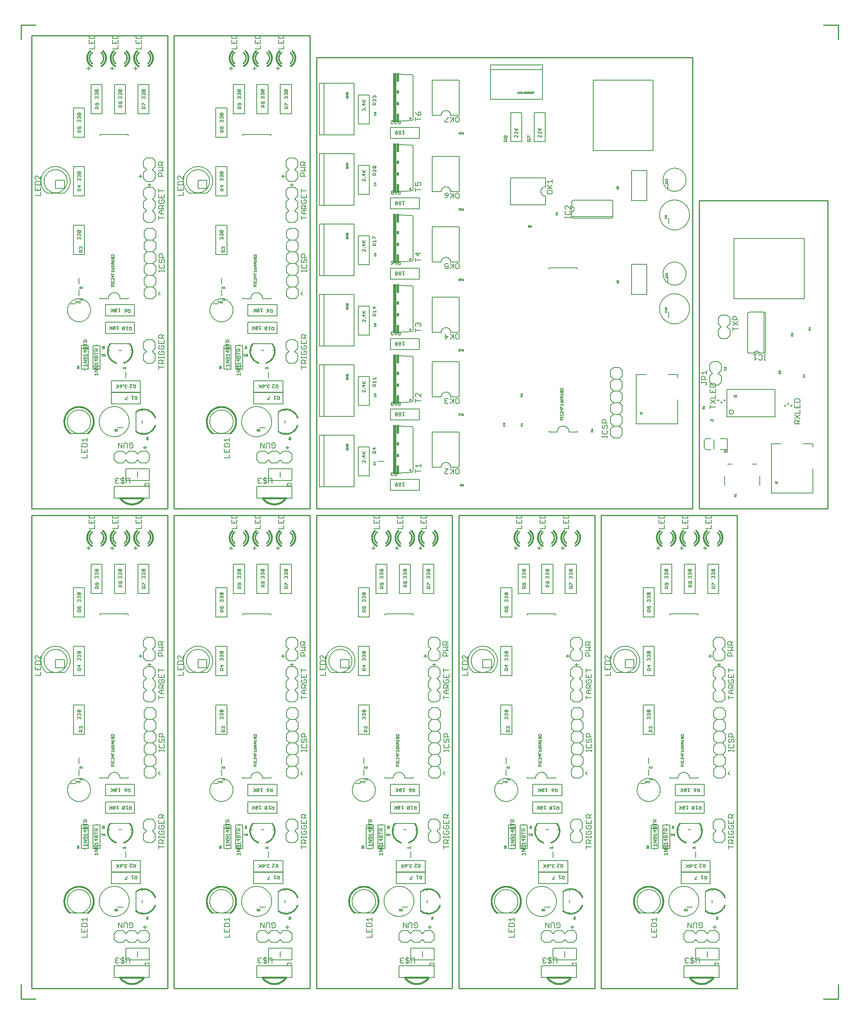
<source format=gto>
G75*
G70*
%OFA0B0*%
%FSLAX25Y25*%
%IPPOS*%
%LPD*%
%AMOC8*
5,1,8,0,0,1.08239X$1,22.5*
%
%ADD1300R,0.03000X0.42000*%
%ADD1301R,0.02000X0.07500*%
%ADD1302R,0.02000X0.03000*%
%ADD1305R,0.01280X0.01670*%
%ADD289C,0.01600*%
%ADD47C,0.02000*%
%ADD498C,0.01000*%
%ADD598C,0.00800*%
%ADD656R,0.01380X0.01380*%
X0020000Y0020000D02*
G75*
%LPD*%
D598*
X0117750Y0071730D02*
X0114680Y0071730D01*
X0116210Y0070200D02*
X0116210Y0073270D01*
X0129190Y0201450D02*
X0127660Y0202980D01*
X0129190Y0204520D01*
X0128160Y0221450D02*
X0128160Y0222980D01*
X0128160Y0222220D02*
X0132760Y0222220D01*
X0132760Y0222980D02*
X0132760Y0221450D01*
X0132000Y0224520D02*
X0132760Y0225290D01*
X0132760Y0226820D01*
X0132000Y0227590D01*
X0132000Y0229120D02*
X0132760Y0229890D01*
X0132760Y0231420D01*
X0132000Y0232190D01*
X0131230Y0232190D01*
X0130460Y0231420D01*
X0130460Y0229890D01*
X0129690Y0229120D01*
X0128930Y0229120D01*
X0128160Y0229890D01*
X0128160Y0231420D01*
X0128930Y0232190D01*
X0128160Y0233730D02*
X0128160Y0236030D01*
X0128930Y0236800D01*
X0130460Y0236800D01*
X0131230Y0236030D01*
X0131230Y0233730D01*
X0132760Y0233730D02*
X0128160Y0233730D01*
X0128930Y0227590D02*
X0128160Y0226820D01*
X0128160Y0225290D01*
X0128930Y0224520D01*
X0132000Y0224520D01*
X0119960Y0293950D02*
X0119960Y0297020D01*
X0118430Y0295480D02*
X0121500Y0295480D01*
X0114000Y0302980D02*
X0110930Y0302980D01*
X0112460Y0301450D02*
X0112460Y0304520D01*
X0027260Y0303330D02*
X0027260Y0300260D01*
X0024190Y0303330D01*
X0023430Y0303330D01*
X0022660Y0302560D01*
X0022660Y0301030D01*
X0023430Y0300260D01*
X0023430Y0298730D02*
X0022660Y0297960D01*
X0022660Y0295660D01*
X0027260Y0295660D01*
X0027260Y0297960D01*
X0026500Y0298730D01*
X0023430Y0298730D01*
X0022660Y0294120D02*
X0022660Y0291050D01*
X0027260Y0291050D01*
X0027260Y0294120D01*
X0027260Y0289520D02*
X0027260Y0286450D01*
X0022660Y0286450D01*
X0024960Y0291050D02*
X0024960Y0292590D01*
D598*
X0052960Y0194250D02*
X0056960Y0194250D01*
X0059960Y0178910D02*
X0059340Y0178930D01*
X0058710Y0178990D01*
X0058100Y0179090D01*
X0057490Y0179230D01*
X0056890Y0179400D01*
X0056300Y0179610D01*
X0055730Y0179870D01*
X0055180Y0180150D01*
X0054640Y0180470D01*
X0054130Y0180830D01*
X0053630Y0181210D01*
X0053170Y0181630D01*
X0052730Y0182070D01*
X0052320Y0182550D01*
X0051940Y0183040D01*
X0051600Y0183560D01*
X0051290Y0184100D01*
X0051010Y0184660D01*
X0050770Y0185240D01*
X0050560Y0185830D01*
X0050400Y0186430D01*
X0050270Y0187040D01*
X0050180Y0187660D01*
X0050130Y0188280D01*
X0050120Y0188910D01*
X0050150Y0189530D01*
X0050220Y0190150D01*
X0050330Y0190770D01*
X0050480Y0191370D01*
X0050660Y0191970D01*
X0050880Y0192550D01*
X0051140Y0193120D01*
X0051440Y0193670D01*
X0051770Y0194200D01*
X0052130Y0194710D01*
X0052520Y0195190D01*
X0052950Y0195650D01*
X0053400Y0196080D01*
X0053880Y0196480D01*
X0054380Y0196850D01*
X0054910Y0197190D01*
X0055450Y0197500D01*
X0056010Y0197760D01*
X0056590Y0198000D01*
X0057190Y0198190D01*
X0057790Y0198350D01*
X0058410Y0198470D01*
X0059020Y0198550D01*
X0059650Y0198590D01*
X0060270Y0198590D01*
X0060900Y0198550D01*
X0061510Y0198470D01*
X0062130Y0198350D01*
X0062730Y0198190D01*
X0063330Y0198000D01*
X0063910Y0197760D01*
X0064470Y0197500D01*
X0065010Y0197190D01*
X0065540Y0196850D01*
X0066040Y0196480D01*
X0066520Y0196080D01*
X0066970Y0195650D01*
X0067400Y0195190D01*
X0067790Y0194710D01*
X0068150Y0194200D01*
X0068480Y0193670D01*
X0068780Y0193120D01*
X0069040Y0192550D01*
X0069260Y0191970D01*
X0069440Y0191370D01*
X0069590Y0190770D01*
X0069700Y0190150D01*
X0069770Y0189530D01*
X0069800Y0188910D01*
X0069790Y0188280D01*
X0069740Y0187660D01*
X0069650Y0187040D01*
X0069520Y0186430D01*
X0069360Y0185830D01*
X0069150Y0185240D01*
X0068910Y0184660D01*
X0068630Y0184100D01*
X0068320Y0183560D01*
X0067980Y0183040D01*
X0067600Y0182550D01*
X0067190Y0182070D01*
X0066750Y0181630D01*
X0066290Y0181210D01*
X0065790Y0180830D01*
X0065280Y0180470D01*
X0064740Y0180150D01*
X0064190Y0179870D01*
X0063620Y0179610D01*
X0063030Y0179400D01*
X0062430Y0179230D01*
X0061820Y0179090D01*
X0061210Y0178990D01*
X0060580Y0178930D01*
X0059960Y0178910D01*
X0064960Y0159750D02*
X0064960Y0158750D01*
X0067960Y0158750D01*
X0067960Y0138750D01*
X0064960Y0138750D01*
X0064960Y0137750D01*
X0064960Y0138750D02*
X0061960Y0138750D01*
X0061960Y0158750D01*
X0064960Y0158750D01*
X0062460Y0156250D02*
X0067460Y0156250D01*
X0071960Y0158750D02*
X0071960Y0138750D01*
X0074960Y0138750D01*
X0074960Y0137750D01*
X0074960Y0138750D02*
X0077960Y0138750D01*
X0077960Y0158750D01*
X0074960Y0158750D01*
X0074960Y0159750D01*
X0074960Y0158750D02*
X0071960Y0158750D01*
X0072460Y0141250D02*
X0077460Y0141250D01*
X0084510Y0154750D02*
X0086090Y0154750D01*
X0086720Y0160250D02*
X0103210Y0160250D01*
X0103840Y0154750D02*
X0105420Y0154750D01*
X0107360Y0169030D02*
X0082560Y0169030D01*
X0082560Y0178470D01*
X0107360Y0178470D01*
X0107360Y0169030D01*
X0107360Y0184030D02*
X0082560Y0184030D01*
X0082560Y0193470D01*
X0107360Y0193470D01*
X0107360Y0184030D01*
X0101960Y0198750D02*
X0101960Y0199750D01*
X0101960Y0198750D02*
X0094960Y0198750D01*
X0094940Y0199190D01*
X0094880Y0199620D01*
X0094790Y0200040D01*
X0094660Y0200460D01*
X0094490Y0200860D01*
X0094290Y0201250D01*
X0094060Y0201620D01*
X0093790Y0201960D01*
X0093500Y0202290D01*
X0093170Y0202580D01*
X0092830Y0202850D01*
X0092460Y0203080D01*
X0092070Y0203280D01*
X0091670Y0203450D01*
X0091250Y0203580D01*
X0090830Y0203670D01*
X0090400Y0203730D01*
X0089960Y0203750D01*
X0089520Y0203730D01*
X0089090Y0203670D01*
X0088670Y0203580D01*
X0088250Y0203450D01*
X0087850Y0203280D01*
X0087460Y0203080D01*
X0087090Y0202850D01*
X0086750Y0202580D01*
X0086420Y0202290D01*
X0086130Y0201960D01*
X0085860Y0201620D01*
X0085630Y0201250D01*
X0085430Y0200860D01*
X0085260Y0200460D01*
X0085130Y0200040D01*
X0085040Y0199620D01*
X0084980Y0199190D01*
X0084960Y0198750D01*
X0077960Y0198750D01*
X0077960Y0199750D01*
X0064690Y0236350D02*
X0055240Y0236350D01*
X0055240Y0261150D01*
X0064690Y0261150D01*
X0064690Y0236350D01*
X0059960Y0216250D02*
X0059960Y0211250D01*
X0059960Y0206250D02*
X0059960Y0201250D01*
X0064690Y0286350D02*
X0055240Y0286350D01*
X0055240Y0311150D01*
X0064690Y0311150D01*
X0064690Y0286350D01*
X0064690Y0336350D02*
X0055240Y0336350D01*
X0055240Y0361150D01*
X0064690Y0361150D01*
X0064690Y0336350D01*
X0070240Y0356350D02*
X0070240Y0381150D01*
X0079690Y0381150D01*
X0079690Y0356350D01*
X0070240Y0356350D01*
X0077960Y0338750D02*
X0077960Y0337750D01*
X0077960Y0338750D02*
X0101960Y0338750D01*
X0101960Y0337750D01*
X0099690Y0356350D02*
X0090240Y0356350D01*
X0090240Y0381150D01*
X0099690Y0381150D01*
X0099690Y0356350D01*
X0110240Y0356350D02*
X0110240Y0381150D01*
X0119690Y0381150D01*
X0119690Y0356350D01*
X0110240Y0356350D01*
X0117460Y0318750D02*
X0114960Y0316250D01*
X0114960Y0311250D01*
X0117460Y0308750D01*
X0114960Y0306250D01*
X0114960Y0301250D01*
X0117460Y0298750D01*
X0122460Y0298750D01*
X0124960Y0301250D01*
X0124960Y0306250D01*
X0122460Y0308750D01*
X0124960Y0311250D01*
X0124960Y0316250D01*
X0122460Y0318750D01*
X0117460Y0318750D01*
X0117460Y0293750D02*
X0122460Y0293750D01*
X0124960Y0291250D01*
X0124960Y0286250D01*
X0122460Y0283750D01*
X0124960Y0281250D01*
X0124960Y0276250D01*
X0122460Y0273750D01*
X0124960Y0271250D01*
X0124960Y0266250D01*
X0122460Y0263750D01*
X0117460Y0263750D01*
X0114960Y0266250D01*
X0114960Y0271250D01*
X0117460Y0273750D01*
X0114960Y0276250D01*
X0114960Y0281250D01*
X0117460Y0283750D01*
X0114960Y0286250D01*
X0114960Y0291250D01*
X0117460Y0293750D01*
X0117960Y0258750D02*
X0122960Y0258750D01*
X0125460Y0256250D01*
X0125460Y0251250D01*
X0122960Y0248750D01*
X0117960Y0248750D01*
X0115460Y0251250D01*
X0115460Y0256250D01*
X0117960Y0258750D01*
X0117960Y0248750D02*
X0115460Y0246250D01*
X0115460Y0241250D01*
X0117960Y0238750D01*
X0122960Y0238750D01*
X0125460Y0236250D01*
X0125460Y0231250D01*
X0122960Y0228750D01*
X0117960Y0228750D01*
X0115460Y0231250D01*
X0115460Y0236250D01*
X0117960Y0238750D01*
X0117960Y0228750D02*
X0115460Y0226250D01*
X0115460Y0221250D01*
X0117960Y0218750D01*
X0122960Y0218750D01*
X0125460Y0216250D01*
X0125460Y0211250D01*
X0122960Y0208750D01*
X0117960Y0208750D01*
X0115460Y0211250D01*
X0115460Y0216250D01*
X0117960Y0218750D01*
X0117960Y0208750D02*
X0115460Y0206250D01*
X0115460Y0201250D01*
X0117960Y0198750D01*
X0122960Y0198750D01*
X0125460Y0201250D01*
X0125460Y0206250D01*
X0122960Y0208750D01*
X0122960Y0218750D02*
X0125460Y0221250D01*
X0125460Y0226250D01*
X0122960Y0228750D01*
X0122960Y0238750D02*
X0125460Y0241250D01*
X0125460Y0246250D01*
X0122960Y0248750D01*
X0122460Y0163750D02*
X0117460Y0163750D01*
X0114960Y0161250D01*
X0114960Y0156250D01*
X0117460Y0153750D01*
X0114960Y0151250D01*
X0114960Y0146250D01*
X0117460Y0143750D01*
X0122460Y0143750D01*
X0124960Y0146250D01*
X0124960Y0151250D01*
X0122460Y0153750D01*
X0124960Y0156250D01*
X0124960Y0161250D01*
X0122460Y0163750D01*
X0112360Y0128470D02*
X0112360Y0119030D01*
X0087560Y0119030D01*
X0087560Y0128470D01*
X0112360Y0128470D01*
X0112360Y0118470D02*
X0112360Y0109030D01*
X0087560Y0109030D01*
X0087560Y0118470D01*
X0112360Y0118470D01*
X0113960Y0104200D02*
X0113960Y0102620D01*
X0113960Y0094880D02*
X0113960Y0092620D01*
X0113960Y0084880D02*
X0113960Y0083300D01*
X0112460Y0068750D02*
X0117460Y0068750D01*
X0119960Y0066250D01*
X0119960Y0061250D01*
X0117460Y0058750D01*
X0112460Y0058750D01*
X0109960Y0061250D01*
X0107460Y0058750D01*
X0102460Y0058750D01*
X0099960Y0061250D01*
X0097460Y0058750D01*
X0092460Y0058750D01*
X0089960Y0061250D01*
X0089960Y0066250D01*
X0092460Y0068750D01*
X0097460Y0068750D01*
X0099960Y0066250D01*
X0102460Y0068750D01*
X0107460Y0068750D01*
X0109960Y0066250D01*
X0112460Y0068750D01*
X0108460Y0085500D02*
X0108460Y0102000D01*
X0099960Y0131250D02*
X0099960Y0136250D01*
X0096090Y0154750D02*
X0093840Y0154750D01*
X0089960Y0080950D02*
X0089250Y0080970D01*
X0088540Y0081030D01*
X0087830Y0081130D01*
X0087140Y0081270D01*
X0086450Y0081440D01*
X0085770Y0081660D01*
X0085100Y0081910D01*
X0084450Y0082200D01*
X0083820Y0082520D01*
X0083200Y0082880D01*
X0082610Y0083270D01*
X0082040Y0083700D01*
X0081490Y0084150D01*
X0080970Y0084640D01*
X0080480Y0085150D01*
X0080020Y0085690D01*
X0079580Y0086260D01*
X0079180Y0086840D01*
X0078820Y0087450D01*
X0078480Y0088080D01*
X0078190Y0088730D01*
X0077930Y0089390D01*
X0077700Y0090070D01*
X0077520Y0090750D01*
X0077370Y0091450D01*
X0077260Y0092150D01*
X0077190Y0092860D01*
X0077160Y0093570D01*
X0077170Y0094280D01*
X0077220Y0094990D01*
X0077310Y0095700D01*
X0077440Y0096400D01*
X0077600Y0097090D01*
X0077810Y0097770D01*
X0078050Y0098440D01*
X0078330Y0099100D01*
X0078650Y0099730D01*
X0079000Y0100350D01*
X0079380Y0100950D01*
X0079800Y0101530D01*
X0080240Y0102080D01*
X0080720Y0102610D01*
X0081230Y0103110D01*
X0081760Y0103580D01*
X0082320Y0104020D01*
X0082900Y0104430D01*
X0083510Y0104810D01*
X0084130Y0105150D01*
X0084780Y0105450D01*
X0085430Y0105720D01*
X0086110Y0105960D01*
X0086790Y0106150D01*
X0087480Y0106310D01*
X0088190Y0106430D01*
X0088890Y0106510D01*
X0089600Y0106550D01*
X0090320Y0106550D01*
X0091030Y0106510D01*
X0091730Y0106430D01*
X0092440Y0106310D01*
X0093130Y0106150D01*
X0093810Y0105960D01*
X0094490Y0105720D01*
X0095140Y0105450D01*
X0095790Y0105150D01*
X0096410Y0104810D01*
X0097020Y0104430D01*
X0097600Y0104020D01*
X0098160Y0103580D01*
X0098690Y0103110D01*
X0099200Y0102610D01*
X0099680Y0102080D01*
X0100120Y0101530D01*
X0100540Y0100950D01*
X0100920Y0100350D01*
X0101270Y0099730D01*
X0101590Y0099100D01*
X0101870Y0098440D01*
X0102110Y0097770D01*
X0102320Y0097090D01*
X0102480Y0096400D01*
X0102610Y0095700D01*
X0102700Y0094990D01*
X0102750Y0094280D01*
X0102760Y0093570D01*
X0102730Y0092860D01*
X0102660Y0092150D01*
X0102550Y0091450D01*
X0102400Y0090750D01*
X0102220Y0090070D01*
X0101990Y0089390D01*
X0101730Y0088730D01*
X0101440Y0088080D01*
X0101100Y0087450D01*
X0100740Y0086840D01*
X0100340Y0086260D01*
X0099900Y0085690D01*
X0099440Y0085150D01*
X0098950Y0084640D01*
X0098430Y0084150D01*
X0097880Y0083700D01*
X0097310Y0083270D01*
X0096720Y0082880D01*
X0096100Y0082520D01*
X0095470Y0082200D01*
X0094820Y0081910D01*
X0094150Y0081660D01*
X0093470Y0081440D01*
X0092780Y0081270D01*
X0092090Y0081130D01*
X0091380Y0081030D01*
X0090670Y0080970D01*
X0089960Y0080950D01*
X0092460Y0088750D02*
X0097460Y0088750D01*
X0099960Y0053750D02*
X0119960Y0053750D01*
X0119960Y0043750D01*
X0099960Y0043750D01*
X0099960Y0053750D01*
X0109960Y0051250D02*
X0109960Y0046250D01*
X0067460Y0083750D02*
X0052460Y0083750D01*
D598*
X0079440Y0149750D02*
X0079440Y0151150D01*
X0079910Y0151150D02*
X0078970Y0151150D01*
X0079910Y0150220D02*
X0079440Y0149750D01*
X0080450Y0149980D02*
X0080680Y0149750D01*
X0081150Y0149750D01*
X0081380Y0149980D01*
X0081380Y0150920D01*
X0081150Y0151150D01*
X0080680Y0151150D01*
X0080450Y0150920D01*
X0081900Y0151150D02*
X0082360Y0151150D01*
X0082130Y0151150D02*
X0082130Y0149750D01*
X0082360Y0149750D02*
X0081900Y0149750D01*
X0087660Y0208850D02*
X0089860Y0208850D01*
X0089130Y0208850D02*
X0089130Y0209950D01*
X0088760Y0210320D01*
X0088030Y0210320D01*
X0087660Y0209950D01*
X0087660Y0208850D01*
X0087660Y0211060D02*
X0087660Y0211790D01*
X0087660Y0211430D02*
X0089860Y0211430D01*
X0089860Y0211790D02*
X0089860Y0211060D01*
X0089500Y0212530D02*
X0089860Y0212900D01*
X0089860Y0213630D01*
X0089500Y0214000D01*
X0089860Y0214740D02*
X0088400Y0216210D01*
X0088030Y0216210D01*
X0087660Y0215840D01*
X0087660Y0215110D01*
X0088030Y0214740D01*
X0088030Y0214000D02*
X0087660Y0213630D01*
X0087660Y0212900D01*
X0088030Y0212530D01*
X0089500Y0212530D01*
X0089860Y0214740D02*
X0089860Y0216210D01*
X0088760Y0216950D02*
X0088760Y0218420D01*
X0088760Y0219160D02*
X0088760Y0219900D01*
X0087660Y0219160D02*
X0087660Y0220630D01*
X0088400Y0221370D02*
X0087660Y0222110D01*
X0089860Y0222110D01*
X0089860Y0222840D02*
X0089860Y0221370D01*
X0089860Y0219160D02*
X0087660Y0219160D01*
X0087660Y0218050D02*
X0088760Y0216950D01*
X0089860Y0218050D02*
X0087660Y0218050D01*
X0088760Y0223580D02*
X0088760Y0224680D01*
X0089130Y0225050D01*
X0089500Y0225050D01*
X0089860Y0224680D01*
X0089860Y0223950D01*
X0089500Y0223580D01*
X0088760Y0223580D01*
X0088030Y0224320D01*
X0087660Y0225050D01*
X0087660Y0225790D02*
X0089860Y0225790D01*
X0089130Y0225790D02*
X0087660Y0227260D01*
X0088400Y0228000D02*
X0087660Y0228740D01*
X0088400Y0229470D01*
X0089860Y0229470D01*
X0089860Y0230210D02*
X0089860Y0231680D01*
X0089860Y0230950D02*
X0087660Y0230950D01*
X0088400Y0230210D01*
X0088760Y0229470D02*
X0088760Y0228000D01*
X0088400Y0228000D02*
X0089860Y0228000D01*
X0089860Y0227260D02*
X0088760Y0226160D01*
X0089500Y0232420D02*
X0088030Y0232420D01*
X0087660Y0232790D01*
X0087660Y0233520D01*
X0088030Y0233890D01*
X0089500Y0232420D01*
X0089860Y0232790D01*
X0089860Y0233520D01*
X0089500Y0233890D01*
X0088030Y0233890D01*
X0088030Y0234630D02*
X0087660Y0235000D01*
X0087660Y0235730D01*
X0088030Y0236100D01*
X0088400Y0236100D01*
X0089860Y0234630D01*
X0089860Y0236100D01*
X0118960Y0080810D02*
X0118960Y0079880D01*
X0118960Y0080340D02*
X0117560Y0080340D01*
X0118030Y0079880D01*
X0117800Y0079340D02*
X0118730Y0079340D01*
X0118960Y0079100D01*
X0118960Y0078640D01*
X0118730Y0078400D01*
X0117800Y0078400D01*
X0117560Y0078640D01*
X0117560Y0079100D01*
X0117800Y0079340D01*
X0118500Y0078870D02*
X0118960Y0079340D01*
X0118760Y0041150D02*
X0118400Y0040780D01*
X0118760Y0041150D02*
X0119500Y0041150D01*
X0119860Y0040780D01*
X0119860Y0039320D01*
X0119500Y0038950D01*
X0118760Y0038950D01*
X0118400Y0039320D01*
X0117650Y0039320D02*
X0117290Y0038950D01*
X0116550Y0038950D01*
X0116190Y0039320D01*
X0116190Y0039680D01*
X0116550Y0040050D01*
X0116190Y0040420D01*
X0116190Y0040780D01*
X0116550Y0041150D01*
X0117290Y0041150D01*
X0117650Y0040780D01*
X0116920Y0040050D02*
X0116550Y0040050D01*
D598*
X0108290Y0085200D02*
X0108720Y0085750D01*
X0109210Y0085390D01*
X0109720Y0085050D01*
X0110260Y0084760D01*
X0110810Y0084490D01*
X0111370Y0084250D01*
X0111950Y0084060D01*
X0112540Y0083890D01*
X0113140Y0083760D01*
X0113740Y0083670D01*
X0114350Y0083620D01*
X0114970Y0083600D01*
X0115580Y0083620D01*
X0116190Y0083670D01*
X0116790Y0083770D01*
X0117390Y0083900D01*
X0117980Y0084060D01*
X0118560Y0084260D01*
X0119120Y0084490D01*
X0119670Y0084760D01*
X0120210Y0085060D01*
X0120720Y0085390D01*
X0121210Y0085750D01*
X0121680Y0086150D01*
X0122130Y0086560D01*
X0122550Y0087010D01*
X0122940Y0087480D01*
X0123300Y0087970D01*
X0123640Y0088480D01*
X0123940Y0089020D01*
X0124210Y0089570D01*
X0124440Y0090130D01*
X0124640Y0090710D01*
X0125310Y0090510D01*
X0125310Y0090500D01*
X0125100Y0089890D01*
X0124850Y0089280D01*
X0124560Y0088690D01*
X0124240Y0088120D01*
X0123880Y0087580D01*
X0123490Y0087050D01*
X0123070Y0086550D01*
X0122620Y0086070D01*
X0122150Y0085620D01*
X0121650Y0085200D01*
X0121120Y0084820D01*
X0120570Y0084460D01*
X0120000Y0084140D01*
X0119410Y0083850D01*
X0118810Y0083600D01*
X0118190Y0083390D01*
X0117560Y0083220D01*
X0116920Y0083080D01*
X0116270Y0082980D01*
X0115620Y0082920D01*
X0114960Y0082900D01*
X0114310Y0082920D01*
X0113660Y0082980D01*
X0113010Y0083080D01*
X0112370Y0083210D01*
X0111740Y0083390D01*
X0111120Y0083600D01*
X0110520Y0083850D01*
X0109930Y0084140D01*
X0109360Y0084460D01*
X0108810Y0084810D01*
X0108280Y0085200D01*
X0108340Y0085270D01*
X0108860Y0084890D01*
X0109410Y0084530D01*
X0109970Y0084220D01*
X0110560Y0083930D01*
X0111160Y0083680D01*
X0111770Y0083470D01*
X0112390Y0083300D01*
X0113030Y0083160D01*
X0113670Y0083070D01*
X0114320Y0083010D01*
X0114960Y0082990D01*
X0115610Y0083010D01*
X0116260Y0083070D01*
X0116900Y0083170D01*
X0117540Y0083300D01*
X0118160Y0083480D01*
X0118770Y0083690D01*
X0119370Y0083940D01*
X0119960Y0084220D01*
X0120520Y0084540D01*
X0121070Y0084890D01*
X0121590Y0085270D01*
X0122090Y0085690D01*
X0122560Y0086130D01*
X0123010Y0086610D01*
X0123420Y0087100D01*
X0123810Y0087630D01*
X0124160Y0088170D01*
X0124480Y0088740D01*
X0124760Y0089320D01*
X0125010Y0089920D01*
X0125230Y0090530D01*
X0125140Y0090560D01*
X0124930Y0089950D01*
X0124680Y0089350D01*
X0124400Y0088780D01*
X0124080Y0088220D01*
X0123730Y0087680D01*
X0123350Y0087160D01*
X0122940Y0086670D01*
X0122500Y0086200D01*
X0122030Y0085760D01*
X0121530Y0085350D01*
X0121020Y0084960D01*
X0120480Y0084620D01*
X0119910Y0084300D01*
X0119340Y0084020D01*
X0118740Y0083770D01*
X0118130Y0083560D01*
X0117510Y0083390D01*
X0116880Y0083260D01*
X0116250Y0083160D01*
X0115610Y0083100D01*
X0114970Y0083080D01*
X0114320Y0083100D01*
X0113680Y0083160D01*
X0113050Y0083250D01*
X0112420Y0083390D01*
X0111800Y0083560D01*
X0111190Y0083770D01*
X0110590Y0084010D01*
X0110010Y0084300D01*
X0109450Y0084610D01*
X0108910Y0084960D01*
X0108390Y0085340D01*
X0108450Y0085410D01*
X0108960Y0085030D01*
X0109500Y0084690D01*
X0110060Y0084370D01*
X0110630Y0084100D01*
X0111220Y0083850D01*
X0111820Y0083650D01*
X0112440Y0083480D01*
X0113060Y0083340D01*
X0113690Y0083250D01*
X0114330Y0083190D01*
X0114970Y0083170D01*
X0115600Y0083190D01*
X0116240Y0083250D01*
X0116870Y0083340D01*
X0117490Y0083480D01*
X0118110Y0083650D01*
X0118710Y0083860D01*
X0119300Y0084100D01*
X0119870Y0084380D01*
X0120430Y0084690D01*
X0120960Y0085040D01*
X0121480Y0085420D01*
X0121970Y0085820D01*
X0122430Y0086260D01*
X0122870Y0086730D01*
X0123280Y0087210D01*
X0123660Y0087730D01*
X0124010Y0088260D01*
X0124320Y0088820D01*
X0124600Y0089390D01*
X0124850Y0089980D01*
X0125050Y0090580D01*
X0124970Y0090610D01*
X0124760Y0090010D01*
X0124520Y0089430D01*
X0124240Y0088860D01*
X0123930Y0088310D01*
X0123580Y0087780D01*
X0123210Y0087270D01*
X0122800Y0086780D01*
X0122370Y0086320D01*
X0121910Y0085890D01*
X0121420Y0085490D01*
X0120910Y0085110D01*
X0120380Y0084770D01*
X0119830Y0084460D01*
X0119260Y0084180D01*
X0118680Y0083940D01*
X0118080Y0083730D01*
X0117470Y0083560D01*
X0116850Y0083430D01*
X0116230Y0083340D01*
X0115600Y0083280D01*
X0114970Y0083260D01*
X0114330Y0083280D01*
X0113700Y0083340D01*
X0113080Y0083430D01*
X0112460Y0083560D01*
X0111850Y0083730D01*
X0111250Y0083940D01*
X0110670Y0084180D01*
X0110100Y0084450D01*
X0109550Y0084760D01*
X0109020Y0085110D01*
X0108510Y0085480D01*
X0108560Y0085550D01*
X0109070Y0085180D01*
X0109590Y0084840D01*
X0110140Y0084530D01*
X0110700Y0084260D01*
X0111280Y0084020D01*
X0111880Y0083820D01*
X0112480Y0083650D01*
X0113090Y0083520D01*
X0113710Y0083420D01*
X0114340Y0083370D01*
X0114970Y0083350D01*
X0115590Y0083370D01*
X0116220Y0083430D01*
X0116840Y0083520D01*
X0117450Y0083650D01*
X0118050Y0083820D01*
X0118650Y0084030D01*
X0119230Y0084260D01*
X0119790Y0084540D01*
X0120340Y0084850D01*
X0120860Y0085190D01*
X0121370Y0085560D01*
X0121850Y0085960D01*
X0122310Y0086390D01*
X0122740Y0086840D01*
X0123140Y0087330D01*
X0123510Y0087830D01*
X0123850Y0088360D01*
X0124160Y0088900D01*
X0124440Y0089460D01*
X0124680Y0090040D01*
X0124880Y0090640D01*
X0124800Y0090660D01*
X0124590Y0090080D01*
X0124350Y0089500D01*
X0124080Y0088940D01*
X0123770Y0088400D01*
X0123440Y0087880D01*
X0123070Y0087380D01*
X0122670Y0086900D01*
X0122240Y0086450D01*
X0121790Y0086030D01*
X0121310Y0085630D01*
X0120810Y0085260D01*
X0120290Y0084920D01*
X0119750Y0084620D01*
X0119190Y0084350D01*
X0118610Y0084110D01*
X0118030Y0083910D01*
X0117430Y0083740D01*
X0116820Y0083610D01*
X0116210Y0083520D01*
X0115590Y0083460D01*
X0114970Y0083440D01*
X0114340Y0083460D01*
X0113730Y0083510D01*
X0113110Y0083610D01*
X0112500Y0083740D01*
X0111900Y0083900D01*
X0111320Y0084110D01*
X0110740Y0084340D01*
X0110180Y0084610D01*
X0109640Y0084920D01*
X0109120Y0085250D01*
X0108620Y0085620D01*
X0108670Y0085690D01*
X0109170Y0085330D01*
X0109690Y0085000D01*
X0110220Y0084690D01*
X0110780Y0084420D01*
X0111350Y0084190D01*
X0111930Y0083990D01*
X0112520Y0083820D01*
X0113130Y0083700D01*
X0113740Y0083600D01*
X0114350Y0083550D01*
X0114970Y0083530D01*
X0115580Y0083550D01*
X0116190Y0083600D01*
X0116800Y0083700D01*
X0117410Y0083830D01*
X0118000Y0083990D01*
X0118580Y0084190D01*
X0119150Y0084430D01*
X0119710Y0084700D01*
X0120240Y0085000D01*
X0120760Y0085330D01*
X0121260Y0085700D01*
X0121730Y0086090D01*
X0122180Y0086520D01*
X0122600Y0086960D01*
X0123000Y0087440D01*
X0123360Y0087930D01*
X0123700Y0088450D01*
X0124000Y0088980D01*
X0124270Y0089540D01*
X0124510Y0090110D01*
X0124710Y0090690D01*
X0125310Y0096990D02*
X0124640Y0096790D01*
X0124440Y0097370D01*
X0124210Y0097930D01*
X0123940Y0098480D01*
X0123640Y0099010D01*
X0123300Y0099530D01*
X0122940Y0100020D01*
X0122550Y0100490D01*
X0122130Y0100930D01*
X0121680Y0101350D01*
X0121210Y0101750D01*
X0120720Y0102110D01*
X0120210Y0102440D01*
X0119670Y0102740D01*
X0119120Y0103010D01*
X0118560Y0103240D01*
X0117980Y0103440D01*
X0117390Y0103600D01*
X0116790Y0103730D01*
X0116190Y0103830D01*
X0115580Y0103880D01*
X0114970Y0103900D01*
X0114350Y0103880D01*
X0113740Y0103830D01*
X0113140Y0103740D01*
X0112540Y0103610D01*
X0111950Y0103440D01*
X0111370Y0103250D01*
X0110810Y0103010D01*
X0110260Y0102740D01*
X0109720Y0102450D01*
X0109210Y0102110D01*
X0108720Y0101750D01*
X0108290Y0102300D01*
X0108280Y0102300D01*
X0108810Y0102690D01*
X0109360Y0103040D01*
X0109930Y0103360D01*
X0110520Y0103650D01*
X0111120Y0103900D01*
X0111740Y0104110D01*
X0112370Y0104290D01*
X0113010Y0104420D01*
X0113660Y0104520D01*
X0114310Y0104580D01*
X0114970Y0104600D01*
X0115620Y0104580D01*
X0116270Y0104520D01*
X0116920Y0104420D01*
X0117560Y0104280D01*
X0118190Y0104110D01*
X0118810Y0103900D01*
X0119410Y0103650D01*
X0120000Y0103360D01*
X0120570Y0103040D01*
X0121120Y0102680D01*
X0121650Y0102300D01*
X0122150Y0101880D01*
X0122620Y0101430D01*
X0123070Y0100950D01*
X0123490Y0100450D01*
X0123880Y0099920D01*
X0124240Y0099380D01*
X0124560Y0098810D01*
X0124850Y0098220D01*
X0125100Y0097610D01*
X0125310Y0097000D01*
X0125230Y0096970D01*
X0125010Y0097580D01*
X0124760Y0098180D01*
X0124480Y0098760D01*
X0124160Y0099330D01*
X0123810Y0099870D01*
X0123420Y0100400D01*
X0123010Y0100890D01*
X0122560Y0101370D01*
X0122090Y0101810D01*
X0121590Y0102220D01*
X0121070Y0102610D01*
X0120520Y0102960D01*
X0119960Y0103280D01*
X0119370Y0103560D01*
X0118770Y0103810D01*
X0118160Y0104020D01*
X0117540Y0104200D01*
X0116900Y0104330D01*
X0116260Y0104430D01*
X0115610Y0104490D01*
X0114970Y0104510D01*
X0114320Y0104490D01*
X0113670Y0104430D01*
X0113030Y0104340D01*
X0112390Y0104200D01*
X0111770Y0104030D01*
X0111160Y0103820D01*
X0110560Y0103570D01*
X0109970Y0103280D01*
X0109410Y0102970D01*
X0108860Y0102620D01*
X0108340Y0102230D01*
X0108390Y0102160D01*
X0108910Y0102540D01*
X0109450Y0102890D01*
X0110010Y0103200D01*
X0110590Y0103490D01*
X0111190Y0103730D01*
X0111800Y0103940D01*
X0112420Y0104110D01*
X0113050Y0104250D01*
X0113680Y0104340D01*
X0114320Y0104400D01*
X0114970Y0104420D01*
X0115610Y0104400D01*
X0116250Y0104340D01*
X0116880Y0104240D01*
X0117510Y0104110D01*
X0118130Y0103940D01*
X0118740Y0103730D01*
X0119340Y0103480D01*
X0119910Y0103200D01*
X0120480Y0102880D01*
X0121020Y0102540D01*
X0121530Y0102150D01*
X0122030Y0101740D01*
X0122500Y0101300D01*
X0122940Y0100830D01*
X0123350Y0100340D01*
X0123730Y0099820D01*
X0124080Y0099280D01*
X0124400Y0098720D01*
X0124680Y0098150D01*
X0124930Y0097550D01*
X0125140Y0096940D01*
X0125050Y0096920D01*
X0124850Y0097520D01*
X0124600Y0098110D01*
X0124320Y0098680D01*
X0124010Y0099240D01*
X0123660Y0099770D01*
X0123280Y0100290D01*
X0122870Y0100770D01*
X0122430Y0101240D01*
X0121970Y0101680D01*
X0121480Y0102080D01*
X0120960Y0102460D01*
X0120430Y0102810D01*
X0119870Y0103120D01*
X0119300Y0103400D01*
X0118710Y0103640D01*
X0118110Y0103850D01*
X0117490Y0104020D01*
X0116870Y0104160D01*
X0116240Y0104250D01*
X0115600Y0104310D01*
X0114970Y0104330D01*
X0114330Y0104310D01*
X0113690Y0104250D01*
X0113060Y0104160D01*
X0112440Y0104030D01*
X0111820Y0103850D01*
X0111220Y0103650D01*
X0110630Y0103400D01*
X0110060Y0103130D01*
X0109500Y0102810D01*
X0108960Y0102470D01*
X0108450Y0102090D01*
X0108510Y0102020D01*
X0109020Y0102390D01*
X0109550Y0102740D01*
X0110100Y0103050D01*
X0110670Y0103320D01*
X0111250Y0103560D01*
X0111850Y0103770D01*
X0112460Y0103940D01*
X0113080Y0104070D01*
X0113700Y0104160D01*
X0114330Y0104220D01*
X0114970Y0104240D01*
X0115600Y0104220D01*
X0116230Y0104160D01*
X0116850Y0104070D01*
X0117470Y0103940D01*
X0118080Y0103770D01*
X0118680Y0103560D01*
X0119260Y0103320D01*
X0119830Y0103040D01*
X0120380Y0102730D01*
X0120910Y0102390D01*
X0121420Y0102010D01*
X0121910Y0101610D01*
X0122370Y0101180D01*
X0122800Y0100720D01*
X0123210Y0100230D01*
X0123580Y0099720D01*
X0123930Y0099190D01*
X0124240Y0098640D01*
X0124520Y0098070D01*
X0124760Y0097490D01*
X0124970Y0096890D01*
X0124880Y0096860D01*
X0124680Y0097460D01*
X0124440Y0098030D01*
X0124160Y0098600D01*
X0123850Y0099140D01*
X0123510Y0099670D01*
X0123140Y0100170D01*
X0122740Y0100660D01*
X0122310Y0101110D01*
X0121850Y0101540D01*
X0121370Y0101940D01*
X0120860Y0102310D01*
X0120340Y0102650D01*
X0119790Y0102960D01*
X0119230Y0103240D01*
X0118650Y0103470D01*
X0118050Y0103680D01*
X0117450Y0103850D01*
X0116840Y0103980D01*
X0116220Y0104070D01*
X0115590Y0104130D01*
X0114970Y0104150D01*
X0114340Y0104130D01*
X0113710Y0104080D01*
X0113090Y0103980D01*
X0112480Y0103850D01*
X0111880Y0103680D01*
X0111280Y0103480D01*
X0110700Y0103240D01*
X0110140Y0102970D01*
X0109590Y0102660D01*
X0109070Y0102320D01*
X0108560Y0101950D01*
X0108620Y0101880D01*
X0109120Y0102250D01*
X0109640Y0102580D01*
X0110180Y0102890D01*
X0110740Y0103160D01*
X0111320Y0103390D01*
X0111900Y0103600D01*
X0112500Y0103760D01*
X0113110Y0103890D01*
X0113730Y0103990D01*
X0114340Y0104040D01*
X0114970Y0104060D01*
X0115590Y0104040D01*
X0116210Y0103980D01*
X0116820Y0103890D01*
X0117430Y0103760D01*
X0118030Y0103590D01*
X0118610Y0103390D01*
X0119190Y0103150D01*
X0119750Y0102880D01*
X0120290Y0102580D01*
X0120810Y0102240D01*
X0121310Y0101870D01*
X0121790Y0101470D01*
X0122240Y0101050D01*
X0122670Y0100600D01*
X0123070Y0100120D01*
X0123440Y0099620D01*
X0123770Y0099100D01*
X0124080Y0098560D01*
X0124350Y0098000D01*
X0124590Y0097420D01*
X0124800Y0096840D01*
X0124710Y0096810D01*
X0124510Y0097390D01*
X0124270Y0097960D01*
X0124000Y0098510D01*
X0123700Y0099050D01*
X0123360Y0099570D01*
X0123000Y0100060D01*
X0122600Y0100540D01*
X0122180Y0100980D01*
X0121730Y0101410D01*
X0121260Y0101800D01*
X0120760Y0102160D01*
X0120240Y0102500D01*
X0119710Y0102800D01*
X0119150Y0103070D01*
X0118580Y0103310D01*
X0118000Y0103510D01*
X0117410Y0103670D01*
X0116800Y0103800D01*
X0116200Y0103900D01*
X0115580Y0103950D01*
X0114970Y0103970D01*
X0114350Y0103950D01*
X0113740Y0103900D01*
X0113130Y0103800D01*
X0112520Y0103680D01*
X0111930Y0103510D01*
X0111350Y0103310D01*
X0110780Y0103080D01*
X0110220Y0102810D01*
X0109690Y0102510D01*
X0109170Y0102170D01*
X0108670Y0101810D01*
X0099610Y0138800D02*
X0099860Y0139050D01*
X0099860Y0140050D01*
X0099610Y0140300D01*
X0099110Y0140300D01*
X0098860Y0140050D01*
X0098390Y0139550D02*
X0097390Y0139550D01*
X0097640Y0140300D02*
X0097640Y0138800D01*
X0098390Y0139550D01*
X0098860Y0139050D02*
X0099110Y0138800D01*
X0099610Y0138800D01*
X0086410Y0160420D02*
X0086960Y0159990D01*
X0086600Y0159500D01*
X0086260Y0158990D01*
X0085970Y0158450D01*
X0085700Y0157900D01*
X0085460Y0157340D01*
X0085270Y0156760D01*
X0085100Y0156170D01*
X0084970Y0155570D01*
X0084880Y0154970D01*
X0084830Y0154360D01*
X0084810Y0153740D01*
X0084830Y0153130D01*
X0084880Y0152520D01*
X0084980Y0151920D01*
X0085110Y0151320D01*
X0085270Y0150730D01*
X0085470Y0150150D01*
X0085700Y0149590D01*
X0085970Y0149040D01*
X0086270Y0148500D01*
X0086600Y0147990D01*
X0086960Y0147500D01*
X0087360Y0147030D01*
X0087770Y0146580D01*
X0088220Y0146160D01*
X0088690Y0145770D01*
X0089180Y0145410D01*
X0089690Y0145070D01*
X0090230Y0144770D01*
X0090780Y0144500D01*
X0091340Y0144270D01*
X0091920Y0144070D01*
X0091720Y0143400D01*
X0091710Y0143400D01*
X0091100Y0143610D01*
X0090490Y0143860D01*
X0089900Y0144150D01*
X0089330Y0144470D01*
X0088790Y0144830D01*
X0088260Y0145220D01*
X0087760Y0145640D01*
X0087280Y0146090D01*
X0086830Y0146560D01*
X0086410Y0147060D01*
X0086030Y0147590D01*
X0085670Y0148140D01*
X0085350Y0148710D01*
X0085060Y0149300D01*
X0084810Y0149900D01*
X0084600Y0150520D01*
X0084430Y0151150D01*
X0084290Y0151790D01*
X0084190Y0152440D01*
X0084130Y0153090D01*
X0084110Y0153750D01*
X0084130Y0154400D01*
X0084190Y0155050D01*
X0084290Y0155700D01*
X0084420Y0156340D01*
X0084600Y0156970D01*
X0084810Y0157590D01*
X0085060Y0158190D01*
X0085350Y0158780D01*
X0085670Y0159350D01*
X0086020Y0159900D01*
X0086410Y0160430D01*
X0086480Y0160370D01*
X0086100Y0159850D01*
X0085740Y0159300D01*
X0085430Y0158740D01*
X0085140Y0158150D01*
X0084890Y0157550D01*
X0084680Y0156940D01*
X0084510Y0156320D01*
X0084370Y0155680D01*
X0084280Y0155040D01*
X0084220Y0154390D01*
X0084200Y0153750D01*
X0084220Y0153100D01*
X0084280Y0152450D01*
X0084380Y0151810D01*
X0084510Y0151170D01*
X0084690Y0150550D01*
X0084900Y0149940D01*
X0085150Y0149340D01*
X0085430Y0148750D01*
X0085750Y0148190D01*
X0086100Y0147640D01*
X0086480Y0147120D01*
X0086900Y0146620D01*
X0087340Y0146150D01*
X0087820Y0145700D01*
X0088310Y0145290D01*
X0088840Y0144900D01*
X0089380Y0144550D01*
X0089950Y0144230D01*
X0090530Y0143950D01*
X0091130Y0143700D01*
X0091740Y0143480D01*
X0091770Y0143570D01*
X0091160Y0143780D01*
X0090560Y0144030D01*
X0089990Y0144310D01*
X0089430Y0144630D01*
X0088890Y0144980D01*
X0088370Y0145360D01*
X0087880Y0145770D01*
X0087410Y0146210D01*
X0086970Y0146680D01*
X0086560Y0147180D01*
X0086170Y0147690D01*
X0085830Y0148230D01*
X0085510Y0148800D01*
X0085230Y0149370D01*
X0084980Y0149970D01*
X0084770Y0150580D01*
X0084600Y0151200D01*
X0084470Y0151830D01*
X0084370Y0152460D01*
X0084310Y0153100D01*
X0084290Y0153740D01*
X0084310Y0154390D01*
X0084370Y0155030D01*
X0084460Y0155660D01*
X0084600Y0156290D01*
X0084770Y0156910D01*
X0084980Y0157520D01*
X0085220Y0158120D01*
X0085510Y0158700D01*
X0085820Y0159260D01*
X0086170Y0159800D01*
X0086550Y0160320D01*
X0086620Y0160260D01*
X0086240Y0159750D01*
X0085900Y0159210D01*
X0085580Y0158650D01*
X0085310Y0158080D01*
X0085060Y0157490D01*
X0084860Y0156890D01*
X0084690Y0156270D01*
X0084550Y0155650D01*
X0084460Y0155020D01*
X0084400Y0154380D01*
X0084380Y0153740D01*
X0084400Y0153110D01*
X0084460Y0152470D01*
X0084550Y0151840D01*
X0084690Y0151220D01*
X0084860Y0150600D01*
X0085070Y0150000D01*
X0085310Y0149410D01*
X0085590Y0148840D01*
X0085900Y0148280D01*
X0086250Y0147750D01*
X0086630Y0147230D01*
X0087030Y0146740D01*
X0087470Y0146280D01*
X0087940Y0145840D01*
X0088420Y0145430D01*
X0088940Y0145050D01*
X0089470Y0144700D01*
X0090030Y0144390D01*
X0090600Y0144110D01*
X0091190Y0143860D01*
X0091790Y0143660D01*
X0091820Y0143740D01*
X0091220Y0143950D01*
X0090640Y0144190D01*
X0090070Y0144470D01*
X0089520Y0144780D01*
X0088990Y0145130D01*
X0088480Y0145500D01*
X0087990Y0145910D01*
X0087530Y0146340D01*
X0087100Y0146800D01*
X0086700Y0147290D01*
X0086320Y0147800D01*
X0085980Y0148330D01*
X0085670Y0148880D01*
X0085390Y0149450D01*
X0085150Y0150030D01*
X0084940Y0150630D01*
X0084770Y0151240D01*
X0084640Y0151860D01*
X0084550Y0152480D01*
X0084490Y0153110D01*
X0084470Y0153740D01*
X0084490Y0154380D01*
X0084550Y0155010D01*
X0084640Y0155630D01*
X0084770Y0156250D01*
X0084940Y0156860D01*
X0085150Y0157460D01*
X0085390Y0158040D01*
X0085660Y0158610D01*
X0085970Y0159160D01*
X0086320Y0159690D01*
X0086690Y0160200D01*
X0086760Y0160150D01*
X0086390Y0159640D01*
X0086050Y0159120D01*
X0085740Y0158570D01*
X0085470Y0158010D01*
X0085230Y0157430D01*
X0085030Y0156830D01*
X0084860Y0156230D01*
X0084730Y0155620D01*
X0084630Y0155000D01*
X0084580Y0154370D01*
X0084560Y0153740D01*
X0084580Y0153120D01*
X0084640Y0152490D01*
X0084730Y0151870D01*
X0084860Y0151260D01*
X0085030Y0150660D01*
X0085240Y0150060D01*
X0085470Y0149480D01*
X0085750Y0148920D01*
X0086060Y0148370D01*
X0086400Y0147850D01*
X0086770Y0147340D01*
X0087170Y0146860D01*
X0087600Y0146400D01*
X0088050Y0145970D01*
X0088540Y0145570D01*
X0089040Y0145200D01*
X0089570Y0144860D01*
X0090110Y0144550D01*
X0090670Y0144270D01*
X0091250Y0144030D01*
X0091850Y0143830D01*
X0091870Y0143910D01*
X0091290Y0144120D01*
X0090710Y0144360D01*
X0090150Y0144630D01*
X0089610Y0144940D01*
X0089090Y0145270D01*
X0088590Y0145640D01*
X0088110Y0146040D01*
X0087660Y0146470D01*
X0087240Y0146920D01*
X0086840Y0147400D01*
X0086470Y0147900D01*
X0086130Y0148420D01*
X0085830Y0148960D01*
X0085560Y0149520D01*
X0085320Y0150100D01*
X0085120Y0150680D01*
X0084950Y0151280D01*
X0084820Y0151890D01*
X0084730Y0152500D01*
X0084670Y0153120D01*
X0084650Y0153740D01*
X0084670Y0154370D01*
X0084720Y0154980D01*
X0084820Y0155600D01*
X0084950Y0156210D01*
X0085110Y0156810D01*
X0085320Y0157390D01*
X0085550Y0157970D01*
X0085820Y0158530D01*
X0086130Y0159070D01*
X0086460Y0159590D01*
X0086830Y0160090D01*
X0086900Y0160040D01*
X0086540Y0159540D01*
X0086210Y0159020D01*
X0085900Y0158490D01*
X0085630Y0157930D01*
X0085400Y0157360D01*
X0085200Y0156780D01*
X0085030Y0156190D01*
X0084910Y0155580D01*
X0084810Y0154970D01*
X0084760Y0154360D01*
X0084740Y0153740D01*
X0084760Y0153130D01*
X0084810Y0152520D01*
X0084910Y0151910D01*
X0085040Y0151300D01*
X0085200Y0150710D01*
X0085400Y0150130D01*
X0085640Y0149560D01*
X0085910Y0149000D01*
X0086210Y0148470D01*
X0086540Y0147950D01*
X0086910Y0147450D01*
X0087300Y0146980D01*
X0087730Y0146530D01*
X0088170Y0146110D01*
X0088650Y0145710D01*
X0089140Y0145350D01*
X0089660Y0145010D01*
X0090190Y0144710D01*
X0090750Y0144440D01*
X0091320Y0144200D01*
X0091900Y0144000D01*
X0098200Y0143400D02*
X0098000Y0144070D01*
X0098580Y0144270D01*
X0099140Y0144500D01*
X0099690Y0144770D01*
X0100220Y0145070D01*
X0100740Y0145410D01*
X0101230Y0145770D01*
X0101700Y0146160D01*
X0102140Y0146580D01*
X0102560Y0147030D01*
X0102960Y0147500D01*
X0103320Y0147990D01*
X0103650Y0148500D01*
X0103950Y0149040D01*
X0104220Y0149590D01*
X0104450Y0150150D01*
X0104650Y0150730D01*
X0104810Y0151320D01*
X0104940Y0151920D01*
X0105040Y0152520D01*
X0105090Y0153130D01*
X0105110Y0153740D01*
X0105090Y0154360D01*
X0105040Y0154970D01*
X0104950Y0155570D01*
X0104820Y0156170D01*
X0104650Y0156760D01*
X0104460Y0157340D01*
X0104220Y0157900D01*
X0103950Y0158450D01*
X0103660Y0158990D01*
X0103320Y0159500D01*
X0102960Y0159990D01*
X0103510Y0160420D01*
X0103510Y0160430D01*
X0103900Y0159900D01*
X0104250Y0159350D01*
X0104570Y0158780D01*
X0104860Y0158190D01*
X0105110Y0157590D01*
X0105320Y0156970D01*
X0105500Y0156340D01*
X0105630Y0155700D01*
X0105730Y0155050D01*
X0105790Y0154400D01*
X0105810Y0153740D01*
X0105790Y0153090D01*
X0105730Y0152440D01*
X0105630Y0151790D01*
X0105490Y0151150D01*
X0105320Y0150520D01*
X0105110Y0149900D01*
X0104860Y0149300D01*
X0104570Y0148710D01*
X0104250Y0148140D01*
X0103890Y0147590D01*
X0103510Y0147060D01*
X0103090Y0146560D01*
X0102640Y0146090D01*
X0102160Y0145640D01*
X0101660Y0145220D01*
X0101130Y0144830D01*
X0100590Y0144470D01*
X0100020Y0144150D01*
X0099430Y0143860D01*
X0098820Y0143610D01*
X0098210Y0143400D01*
X0098180Y0143480D01*
X0098790Y0143700D01*
X0099390Y0143950D01*
X0099970Y0144230D01*
X0100540Y0144550D01*
X0101080Y0144900D01*
X0101610Y0145290D01*
X0102100Y0145700D01*
X0102580Y0146150D01*
X0103020Y0146620D01*
X0103430Y0147120D01*
X0103820Y0147640D01*
X0104170Y0148190D01*
X0104490Y0148750D01*
X0104770Y0149340D01*
X0105020Y0149940D01*
X0105230Y0150550D01*
X0105410Y0151170D01*
X0105540Y0151810D01*
X0105640Y0152450D01*
X0105700Y0153100D01*
X0105720Y0153740D01*
X0105700Y0154390D01*
X0105640Y0155040D01*
X0105550Y0155680D01*
X0105410Y0156320D01*
X0105240Y0156940D01*
X0105030Y0157550D01*
X0104780Y0158150D01*
X0104490Y0158740D01*
X0104180Y0159300D01*
X0103830Y0159850D01*
X0103440Y0160370D01*
X0103370Y0160320D01*
X0103750Y0159800D01*
X0104100Y0159260D01*
X0104410Y0158700D01*
X0104700Y0158120D01*
X0104940Y0157520D01*
X0105150Y0156910D01*
X0105320Y0156290D01*
X0105460Y0155660D01*
X0105550Y0155030D01*
X0105610Y0154390D01*
X0105630Y0153740D01*
X0105610Y0153100D01*
X0105550Y0152460D01*
X0105450Y0151830D01*
X0105320Y0151200D01*
X0105150Y0150580D01*
X0104940Y0149970D01*
X0104690Y0149370D01*
X0104410Y0148800D01*
X0104090Y0148230D01*
X0103750Y0147690D01*
X0103360Y0147180D01*
X0102950Y0146680D01*
X0102510Y0146210D01*
X0102040Y0145770D01*
X0101550Y0145360D01*
X0101030Y0144980D01*
X0100490Y0144630D01*
X0099930Y0144310D01*
X0099360Y0144030D01*
X0098760Y0143780D01*
X0098150Y0143570D01*
X0098130Y0143660D01*
X0098730Y0143860D01*
X0099320Y0144110D01*
X0099890Y0144390D01*
X0100450Y0144700D01*
X0100980Y0145050D01*
X0101500Y0145430D01*
X0101980Y0145840D01*
X0102450Y0146280D01*
X0102890Y0146740D01*
X0103290Y0147230D01*
X0103670Y0147750D01*
X0104020Y0148280D01*
X0104330Y0148840D01*
X0104610Y0149410D01*
X0104850Y0150000D01*
X0105060Y0150600D01*
X0105230Y0151220D01*
X0105370Y0151840D01*
X0105460Y0152470D01*
X0105520Y0153110D01*
X0105540Y0153740D01*
X0105520Y0154380D01*
X0105460Y0155020D01*
X0105370Y0155650D01*
X0105240Y0156270D01*
X0105060Y0156890D01*
X0104860Y0157490D01*
X0104610Y0158080D01*
X0104340Y0158650D01*
X0104020Y0159210D01*
X0103680Y0159750D01*
X0103300Y0160260D01*
X0103230Y0160200D01*
X0103600Y0159690D01*
X0103950Y0159160D01*
X0104260Y0158610D01*
X0104530Y0158040D01*
X0104770Y0157460D01*
X0104980Y0156860D01*
X0105150Y0156250D01*
X0105280Y0155630D01*
X0105370Y0155010D01*
X0105430Y0154380D01*
X0105450Y0153740D01*
X0105430Y0153110D01*
X0105370Y0152480D01*
X0105280Y0151860D01*
X0105150Y0151240D01*
X0104980Y0150630D01*
X0104770Y0150030D01*
X0104530Y0149450D01*
X0104250Y0148880D01*
X0103940Y0148330D01*
X0103600Y0147800D01*
X0103220Y0147290D01*
X0102820Y0146800D01*
X0102390Y0146340D01*
X0101930Y0145910D01*
X0101440Y0145500D01*
X0100930Y0145130D01*
X0100400Y0144780D01*
X0099850Y0144470D01*
X0099280Y0144190D01*
X0098700Y0143950D01*
X0098100Y0143740D01*
X0098070Y0143830D01*
X0098670Y0144030D01*
X0099240Y0144270D01*
X0099810Y0144550D01*
X0100350Y0144860D01*
X0100880Y0145200D01*
X0101380Y0145570D01*
X0101870Y0145970D01*
X0102320Y0146400D01*
X0102750Y0146860D01*
X0103150Y0147340D01*
X0103520Y0147850D01*
X0103860Y0148370D01*
X0104170Y0148920D01*
X0104450Y0149480D01*
X0104680Y0150060D01*
X0104890Y0150660D01*
X0105060Y0151260D01*
X0105190Y0151870D01*
X0105280Y0152490D01*
X0105340Y0153120D01*
X0105360Y0153740D01*
X0105340Y0154370D01*
X0105290Y0155000D01*
X0105190Y0155620D01*
X0105060Y0156230D01*
X0104890Y0156830D01*
X0104690Y0157430D01*
X0104450Y0158010D01*
X0104180Y0158570D01*
X0103870Y0159120D01*
X0103530Y0159640D01*
X0103160Y0160150D01*
X0103090Y0160090D01*
X0103460Y0159590D01*
X0103790Y0159070D01*
X0104100Y0158530D01*
X0104370Y0157970D01*
X0104600Y0157390D01*
X0104810Y0156810D01*
X0104970Y0156210D01*
X0105100Y0155600D01*
X0105200Y0154980D01*
X0105250Y0154370D01*
X0105270Y0153740D01*
X0105250Y0153120D01*
X0105190Y0152500D01*
X0105100Y0151890D01*
X0104970Y0151280D01*
X0104800Y0150680D01*
X0104600Y0150100D01*
X0104360Y0149520D01*
X0104090Y0148960D01*
X0103790Y0148420D01*
X0103450Y0147900D01*
X0103080Y0147400D01*
X0102680Y0146920D01*
X0102260Y0146470D01*
X0101810Y0146040D01*
X0101330Y0145640D01*
X0100830Y0145270D01*
X0100310Y0144940D01*
X0099770Y0144630D01*
X0099210Y0144360D01*
X0098630Y0144120D01*
X0098050Y0143910D01*
X0098020Y0144000D01*
X0098600Y0144200D01*
X0099170Y0144440D01*
X0099720Y0144710D01*
X0100260Y0145010D01*
X0100780Y0145350D01*
X0101270Y0145710D01*
X0101750Y0146110D01*
X0102190Y0146530D01*
X0102620Y0146980D01*
X0103010Y0147450D01*
X0103370Y0147950D01*
X0103710Y0148470D01*
X0104010Y0149000D01*
X0104280Y0149560D01*
X0104520Y0150130D01*
X0104720Y0150710D01*
X0104880Y0151300D01*
X0105010Y0151910D01*
X0105110Y0152510D01*
X0105160Y0153130D01*
X0105180Y0153740D01*
X0105160Y0154360D01*
X0105110Y0154970D01*
X0105010Y0155580D01*
X0104890Y0156190D01*
X0104720Y0156780D01*
X0104520Y0157360D01*
X0104290Y0157930D01*
X0104020Y0158490D01*
X0103720Y0159020D01*
X0103380Y0159540D01*
X0103020Y0160040D01*
X0081510Y0158330D02*
X0081510Y0157330D01*
X0081510Y0157830D02*
X0080010Y0157830D01*
X0080510Y0157330D01*
X0080260Y0156850D02*
X0080010Y0156600D01*
X0080010Y0155850D01*
X0081510Y0155850D01*
X0081510Y0156600D01*
X0081260Y0156850D01*
X0080260Y0156850D01*
X0062660Y0197200D02*
X0062910Y0197450D01*
X0062910Y0198450D01*
X0062660Y0198700D01*
X0062160Y0198700D01*
X0061910Y0198450D01*
X0061440Y0198700D02*
X0060440Y0198700D01*
X0060940Y0198700D02*
X0060940Y0197200D01*
X0061440Y0197700D01*
X0061910Y0197450D02*
X0062160Y0197200D01*
X0062660Y0197200D01*
X0060830Y0196050D02*
X0060580Y0196300D01*
X0060080Y0196300D01*
X0059830Y0196050D01*
X0059360Y0196300D02*
X0058360Y0196300D01*
X0057890Y0196300D02*
X0056890Y0196300D01*
X0057390Y0196300D02*
X0057390Y0194800D01*
X0057890Y0195300D01*
X0058860Y0194800D02*
X0058860Y0196300D01*
X0059360Y0195300D02*
X0058860Y0194800D01*
X0059830Y0195050D02*
X0060080Y0194800D01*
X0060580Y0194800D01*
X0060830Y0195050D01*
X0060830Y0196050D01*
X0060690Y0207200D02*
X0061190Y0207200D01*
X0061440Y0207450D01*
X0061910Y0207450D02*
X0062160Y0207200D01*
X0062660Y0207200D01*
X0062910Y0207450D01*
X0062910Y0208450D01*
X0062660Y0208700D01*
X0062160Y0208700D01*
X0061910Y0208450D01*
X0061440Y0208700D02*
X0060440Y0207700D01*
X0060440Y0207450D01*
X0060690Y0207200D01*
X0060440Y0208700D02*
X0061440Y0208700D01*
X0059910Y0141270D02*
X0059910Y0140270D01*
X0058910Y0141270D01*
X0058660Y0141270D01*
X0058410Y0141020D01*
X0058410Y0140520D01*
X0058660Y0140270D01*
X0058660Y0139800D02*
X0058410Y0139550D01*
X0058410Y0138800D01*
X0059910Y0138800D01*
X0059910Y0139550D01*
X0059660Y0139800D01*
X0058660Y0139800D01*
X0067760Y0083430D02*
X0067220Y0084150D01*
X0067230Y0084140D02*
X0067760Y0084570D01*
X0068270Y0085020D01*
X0068750Y0085510D01*
X0069200Y0086020D01*
X0069630Y0086560D01*
X0070020Y0087120D01*
X0070380Y0087700D01*
X0070710Y0088300D01*
X0071000Y0088910D01*
X0071250Y0089550D01*
X0071470Y0090190D01*
X0071660Y0090850D01*
X0071800Y0091520D01*
X0071910Y0092190D01*
X0071980Y0092870D01*
X0072010Y0093550D01*
X0072000Y0094240D01*
X0071950Y0094920D01*
X0071870Y0095600D01*
X0071740Y0096270D01*
X0071580Y0096930D01*
X0071380Y0097580D01*
X0071150Y0098230D01*
X0070880Y0098850D01*
X0070570Y0099460D01*
X0070230Y0100050D01*
X0069860Y0100630D01*
X0069450Y0101180D01*
X0069010Y0101700D01*
X0068550Y0102200D01*
X0068060Y0102670D01*
X0067540Y0103120D01*
X0067000Y0103530D01*
X0066430Y0103920D01*
X0065840Y0104270D01*
X0065240Y0104580D01*
X0064620Y0104860D01*
X0063980Y0105110D01*
X0063330Y0105320D01*
X0062670Y0105490D01*
X0062000Y0105630D01*
X0061320Y0105720D01*
X0060640Y0105780D01*
X0059960Y0105800D01*
X0059280Y0105780D01*
X0058600Y0105720D01*
X0057920Y0105630D01*
X0057250Y0105490D01*
X0056590Y0105320D01*
X0055940Y0105110D01*
X0055300Y0104860D01*
X0054680Y0104580D01*
X0054080Y0104270D01*
X0053490Y0103920D01*
X0052920Y0103530D01*
X0052380Y0103120D01*
X0051860Y0102670D01*
X0051370Y0102200D01*
X0050910Y0101700D01*
X0050470Y0101180D01*
X0050060Y0100630D01*
X0049690Y0100050D01*
X0049350Y0099460D01*
X0049040Y0098850D01*
X0048770Y0098230D01*
X0048540Y0097580D01*
X0048340Y0096930D01*
X0048180Y0096270D01*
X0048050Y0095600D01*
X0047970Y0094920D01*
X0047920Y0094240D01*
X0047910Y0093550D01*
X0047940Y0092870D01*
X0048010Y0092190D01*
X0048120Y0091520D01*
X0048260Y0090850D01*
X0048450Y0090190D01*
X0048670Y0089550D01*
X0048920Y0088910D01*
X0049210Y0088300D01*
X0049540Y0087700D01*
X0049900Y0087120D01*
X0050290Y0086560D01*
X0050720Y0086020D01*
X0051170Y0085510D01*
X0051650Y0085020D01*
X0052160Y0084570D01*
X0052690Y0084140D01*
X0052160Y0083430D01*
X0052150Y0083420D01*
X0051600Y0083860D01*
X0051070Y0084340D01*
X0050560Y0084840D01*
X0050090Y0085370D01*
X0049650Y0085920D01*
X0049230Y0086500D01*
X0048850Y0087100D01*
X0048500Y0087710D01*
X0048190Y0088350D01*
X0047910Y0089000D01*
X0047670Y0089670D01*
X0047460Y0090350D01*
X0047300Y0091040D01*
X0047170Y0091740D01*
X0047080Y0092440D01*
X0047020Y0093150D01*
X0047010Y0093860D01*
X0047040Y0094570D01*
X0047100Y0095280D01*
X0047200Y0095980D01*
X0047340Y0096670D01*
X0047520Y0097360D01*
X0047740Y0098040D01*
X0047990Y0098700D01*
X0048280Y0099350D01*
X0048610Y0099980D01*
X0048970Y0100590D01*
X0049360Y0101180D01*
X0049780Y0101750D01*
X0050230Y0102300D01*
X0050720Y0102820D01*
X0051230Y0103310D01*
X0051760Y0103780D01*
X0052330Y0104210D01*
X0052910Y0104610D01*
X0053520Y0104980D01*
X0054140Y0105320D01*
X0054780Y0105620D01*
X0055440Y0105890D01*
X0056110Y0106120D01*
X0056800Y0106310D01*
X0057490Y0106460D01*
X0058190Y0106580D01*
X0058900Y0106660D01*
X0059610Y0106700D01*
X0060310Y0106700D01*
X0061020Y0106660D01*
X0061730Y0106580D01*
X0062430Y0106460D01*
X0063120Y0106310D01*
X0063810Y0106120D01*
X0064480Y0105890D01*
X0065140Y0105620D01*
X0065780Y0105320D01*
X0066400Y0104980D01*
X0067010Y0104610D01*
X0067590Y0104210D01*
X0068160Y0103780D01*
X0068690Y0103310D01*
X0069200Y0102820D01*
X0069690Y0102300D01*
X0070140Y0101750D01*
X0070560Y0101180D01*
X0070950Y0100590D01*
X0071310Y0099980D01*
X0071640Y0099350D01*
X0071930Y0098700D01*
X0072180Y0098040D01*
X0072400Y0097360D01*
X0072580Y0096670D01*
X0072720Y0095980D01*
X0072820Y0095280D01*
X0072880Y0094570D01*
X0072910Y0093860D01*
X0072900Y0093150D01*
X0072840Y0092440D01*
X0072750Y0091740D01*
X0072620Y0091040D01*
X0072460Y0090350D01*
X0072250Y0089670D01*
X0072010Y0089000D01*
X0071730Y0088350D01*
X0071420Y0087710D01*
X0071070Y0087100D01*
X0070690Y0086500D01*
X0070270Y0085920D01*
X0069830Y0085370D01*
X0069360Y0084840D01*
X0068850Y0084340D01*
X0068320Y0083860D01*
X0067770Y0083420D01*
X0067720Y0083490D01*
X0068270Y0083940D01*
X0068800Y0084410D01*
X0069310Y0084920D01*
X0069780Y0085450D01*
X0070230Y0086010D01*
X0070640Y0086590D01*
X0071020Y0087190D01*
X0071370Y0087810D01*
X0071680Y0088450D01*
X0071950Y0089110D01*
X0072190Y0089780D01*
X0072390Y0090470D01*
X0072560Y0091160D01*
X0072680Y0091860D01*
X0072770Y0092570D01*
X0072810Y0093280D01*
X0072820Y0093990D01*
X0072780Y0094700D01*
X0072710Y0095410D01*
X0072600Y0096120D01*
X0072450Y0096810D01*
X0072260Y0097500D01*
X0072030Y0098180D01*
X0071770Y0098840D01*
X0071470Y0099490D01*
X0071130Y0100110D01*
X0070770Y0100720D01*
X0070360Y0101310D01*
X0069930Y0101880D01*
X0069460Y0102420D01*
X0068970Y0102930D01*
X0068440Y0103410D01*
X0067900Y0103870D01*
X0067320Y0104290D01*
X0066730Y0104680D01*
X0066110Y0105040D01*
X0065480Y0105370D01*
X0064830Y0105650D01*
X0064160Y0105910D01*
X0063480Y0106120D01*
X0062790Y0106300D01*
X0062090Y0106430D01*
X0061380Y0106530D01*
X0060670Y0106590D01*
X0059960Y0106610D01*
X0059250Y0106590D01*
X0058540Y0106530D01*
X0057830Y0106430D01*
X0057130Y0106300D01*
X0056440Y0106120D01*
X0055760Y0105910D01*
X0055090Y0105650D01*
X0054440Y0105370D01*
X0053810Y0105040D01*
X0053190Y0104680D01*
X0052600Y0104290D01*
X0052020Y0103870D01*
X0051480Y0103410D01*
X0050950Y0102930D01*
X0050460Y0102420D01*
X0049990Y0101880D01*
X0049560Y0101310D01*
X0049150Y0100720D01*
X0048790Y0100110D01*
X0048450Y0099490D01*
X0048150Y0098840D01*
X0047890Y0098180D01*
X0047660Y0097500D01*
X0047470Y0096810D01*
X0047320Y0096120D01*
X0047210Y0095410D01*
X0047140Y0094700D01*
X0047100Y0093990D01*
X0047110Y0093280D01*
X0047150Y0092570D01*
X0047240Y0091860D01*
X0047360Y0091160D01*
X0047530Y0090470D01*
X0047730Y0089780D01*
X0047970Y0089110D01*
X0048240Y0088450D01*
X0048550Y0087810D01*
X0048900Y0087190D01*
X0049280Y0086590D01*
X0049690Y0086010D01*
X0050140Y0085450D01*
X0050610Y0084920D01*
X0051120Y0084410D01*
X0051650Y0083940D01*
X0052200Y0083490D01*
X0052260Y0083560D01*
X0051710Y0084010D01*
X0051180Y0084480D01*
X0050680Y0084980D01*
X0050210Y0085510D01*
X0049770Y0086060D01*
X0049350Y0086640D01*
X0048980Y0087230D01*
X0048630Y0087850D01*
X0048320Y0088490D01*
X0048050Y0089140D01*
X0047810Y0089810D01*
X0047610Y0090490D01*
X0047450Y0091180D01*
X0047330Y0091870D01*
X0047240Y0092580D01*
X0047200Y0093280D01*
X0047190Y0093990D01*
X0047230Y0094700D01*
X0047300Y0095400D01*
X0047410Y0096100D01*
X0047560Y0096790D01*
X0047750Y0097470D01*
X0047970Y0098150D01*
X0048230Y0098800D01*
X0048530Y0099450D01*
X0048860Y0100070D01*
X0049230Y0100670D01*
X0049630Y0101260D01*
X0050060Y0101820D01*
X0050520Y0102360D01*
X0051020Y0102860D01*
X0051530Y0103350D01*
X0052080Y0103800D01*
X0052650Y0104220D01*
X0053240Y0104610D01*
X0053850Y0104960D01*
X0054480Y0105290D01*
X0055130Y0105570D01*
X0055790Y0105820D01*
X0056470Y0106030D01*
X0057150Y0106210D01*
X0057850Y0106340D01*
X0058550Y0106440D01*
X0059250Y0106500D01*
X0059960Y0106520D01*
X0060670Y0106500D01*
X0061370Y0106440D01*
X0062070Y0106340D01*
X0062770Y0106210D01*
X0063450Y0106030D01*
X0064130Y0105820D01*
X0064790Y0105570D01*
X0065440Y0105290D01*
X0066070Y0104960D01*
X0066680Y0104610D01*
X0067270Y0104220D01*
X0067840Y0103800D01*
X0068390Y0103350D01*
X0068900Y0102860D01*
X0069400Y0102360D01*
X0069860Y0101820D01*
X0070290Y0101260D01*
X0070690Y0100670D01*
X0071060Y0100070D01*
X0071390Y0099450D01*
X0071690Y0098800D01*
X0071950Y0098150D01*
X0072170Y0097470D01*
X0072360Y0096790D01*
X0072510Y0096100D01*
X0072620Y0095400D01*
X0072690Y0094700D01*
X0072730Y0093990D01*
X0072720Y0093280D01*
X0072680Y0092580D01*
X0072590Y0091870D01*
X0072470Y0091180D01*
X0072310Y0090490D01*
X0072110Y0089810D01*
X0071870Y0089140D01*
X0071600Y0088490D01*
X0071290Y0087850D01*
X0070940Y0087230D01*
X0070570Y0086640D01*
X0070150Y0086060D01*
X0069710Y0085510D01*
X0069240Y0084980D01*
X0068740Y0084480D01*
X0068210Y0084010D01*
X0067660Y0083560D01*
X0067610Y0083640D01*
X0068160Y0084080D01*
X0068690Y0084560D01*
X0069190Y0085060D01*
X0069670Y0085590D01*
X0070110Y0086150D01*
X0070520Y0086730D01*
X0070890Y0087330D01*
X0071240Y0087950D01*
X0071540Y0088590D01*
X0071810Y0089250D01*
X0072050Y0089920D01*
X0072240Y0090600D01*
X0072400Y0091300D01*
X0072520Y0092000D01*
X0072600Y0092700D01*
X0072640Y0093410D01*
X0072630Y0094120D01*
X0072590Y0094830D01*
X0072510Y0095540D01*
X0072390Y0096240D01*
X0072230Y0096930D01*
X0072040Y0097610D01*
X0071800Y0098290D01*
X0071530Y0098940D01*
X0071220Y0099580D01*
X0070880Y0100200D01*
X0070500Y0100800D01*
X0070080Y0101380D01*
X0069640Y0101940D01*
X0069170Y0102470D01*
X0068660Y0102970D01*
X0068130Y0103440D01*
X0067580Y0103890D01*
X0067000Y0104300D01*
X0066400Y0104670D01*
X0065770Y0105020D01*
X0065130Y0105330D01*
X0064480Y0105600D01*
X0063810Y0105830D01*
X0063120Y0106030D01*
X0062430Y0106190D01*
X0061730Y0106310D01*
X0061020Y0106390D01*
X0060320Y0106430D01*
X0059600Y0106430D01*
X0058900Y0106390D01*
X0058190Y0106310D01*
X0057490Y0106190D01*
X0056800Y0106030D01*
X0056110Y0105830D01*
X0055440Y0105600D01*
X0054790Y0105330D01*
X0054150Y0105020D01*
X0053520Y0104670D01*
X0052920Y0104300D01*
X0052340Y0103890D01*
X0051790Y0103440D01*
X0051260Y0102970D01*
X0050750Y0102470D01*
X0050280Y0101940D01*
X0049840Y0101380D01*
X0049420Y0100800D01*
X0049040Y0100200D01*
X0048700Y0099580D01*
X0048390Y0098940D01*
X0048120Y0098290D01*
X0047880Y0097610D01*
X0047690Y0096930D01*
X0047530Y0096240D01*
X0047410Y0095540D01*
X0047330Y0094830D01*
X0047290Y0094120D01*
X0047280Y0093410D01*
X0047320Y0092700D01*
X0047400Y0092000D01*
X0047520Y0091300D01*
X0047680Y0090600D01*
X0047870Y0089920D01*
X0048110Y0089250D01*
X0048380Y0088590D01*
X0048680Y0087950D01*
X0049030Y0087330D01*
X0049400Y0086730D01*
X0049810Y0086150D01*
X0050250Y0085590D01*
X0050730Y0085060D01*
X0051230Y0084560D01*
X0051760Y0084080D01*
X0052310Y0083640D01*
X0052370Y0083710D01*
X0051820Y0084150D01*
X0051290Y0084620D01*
X0050790Y0085120D01*
X0050320Y0085650D01*
X0049880Y0086200D01*
X0049480Y0086780D01*
X0049100Y0087370D01*
X0048760Y0087990D01*
X0048460Y0088630D01*
X0048190Y0089280D01*
X0047960Y0089950D01*
X0047760Y0090630D01*
X0047610Y0091310D01*
X0047490Y0092010D01*
X0047410Y0092710D01*
X0047370Y0093420D01*
X0047380Y0094120D01*
X0047420Y0094830D01*
X0047500Y0095530D01*
X0047620Y0096220D01*
X0047770Y0096910D01*
X0047970Y0097590D01*
X0048200Y0098250D01*
X0048470Y0098900D01*
X0048780Y0099540D01*
X0049120Y0100160D01*
X0049500Y0100750D01*
X0049910Y0101330D01*
X0050350Y0101880D01*
X0050820Y0102410D01*
X0051320Y0102900D01*
X0051840Y0103370D01*
X0052400Y0103810D01*
X0052970Y0104220D01*
X0053570Y0104600D01*
X0054190Y0104940D01*
X0054820Y0105240D01*
X0055470Y0105510D01*
X0056140Y0105750D01*
X0056820Y0105940D01*
X0057510Y0106100D01*
X0058200Y0106220D01*
X0058900Y0106300D01*
X0059610Y0106340D01*
X0060310Y0106340D01*
X0061020Y0106300D01*
X0061720Y0106220D01*
X0062410Y0106100D01*
X0063100Y0105940D01*
X0063780Y0105750D01*
X0064450Y0105510D01*
X0065100Y0105240D01*
X0065730Y0104940D01*
X0066350Y0104600D01*
X0066950Y0104220D01*
X0067520Y0103810D01*
X0068080Y0103370D01*
X0068600Y0102900D01*
X0069100Y0102410D01*
X0069570Y0101880D01*
X0070010Y0101330D01*
X0070420Y0100750D01*
X0070800Y0100160D01*
X0071140Y0099540D01*
X0071450Y0098900D01*
X0071720Y0098250D01*
X0071950Y0097590D01*
X0072150Y0096910D01*
X0072300Y0096220D01*
X0072420Y0095530D01*
X0072500Y0094830D01*
X0072540Y0094120D01*
X0072550Y0093420D01*
X0072510Y0092710D01*
X0072430Y0092010D01*
X0072310Y0091310D01*
X0072160Y0090630D01*
X0071960Y0089950D01*
X0071730Y0089280D01*
X0071460Y0088630D01*
X0071160Y0087990D01*
X0070820Y0087370D01*
X0070440Y0086780D01*
X0070040Y0086200D01*
X0069600Y0085650D01*
X0069130Y0085120D01*
X0068630Y0084620D01*
X0068100Y0084150D01*
X0067550Y0083710D01*
X0067500Y0083780D01*
X0068050Y0084220D01*
X0068570Y0084690D01*
X0069060Y0085180D01*
X0069530Y0085710D01*
X0069960Y0086250D01*
X0070370Y0086830D01*
X0070740Y0087420D01*
X0071080Y0088030D01*
X0071380Y0088670D01*
X0071650Y0089310D01*
X0071880Y0089980D01*
X0072070Y0090650D01*
X0072220Y0091330D01*
X0072340Y0092020D01*
X0072420Y0092720D01*
X0072460Y0093420D01*
X0072450Y0094120D01*
X0072410Y0094820D01*
X0072330Y0095510D01*
X0072220Y0096200D01*
X0072060Y0096890D01*
X0071870Y0097560D01*
X0071630Y0098220D01*
X0071360Y0098870D01*
X0071060Y0099500D01*
X0070720Y0100110D01*
X0070350Y0100700D01*
X0069940Y0101280D01*
X0069500Y0101820D01*
X0069040Y0102340D01*
X0068540Y0102840D01*
X0068020Y0103310D01*
X0067470Y0103740D01*
X0066900Y0104150D01*
X0066310Y0104520D01*
X0065690Y0104860D01*
X0065060Y0105160D01*
X0064410Y0105430D01*
X0063750Y0105660D01*
X0063080Y0105850D01*
X0062400Y0106010D01*
X0061710Y0106130D01*
X0061010Y0106210D01*
X0060310Y0106250D01*
X0059610Y0106250D01*
X0058910Y0106210D01*
X0058210Y0106130D01*
X0057520Y0106010D01*
X0056840Y0105850D01*
X0056170Y0105660D01*
X0055510Y0105430D01*
X0054860Y0105160D01*
X0054230Y0104860D01*
X0053610Y0104520D01*
X0053020Y0104150D01*
X0052450Y0103740D01*
X0051900Y0103310D01*
X0051380Y0102840D01*
X0050880Y0102340D01*
X0050420Y0101820D01*
X0049980Y0101280D01*
X0049570Y0100700D01*
X0049200Y0100110D01*
X0048860Y0099500D01*
X0048560Y0098870D01*
X0048290Y0098220D01*
X0048050Y0097560D01*
X0047860Y0096890D01*
X0047700Y0096200D01*
X0047590Y0095510D01*
X0047510Y0094820D01*
X0047470Y0094120D01*
X0047460Y0093420D01*
X0047500Y0092720D01*
X0047580Y0092020D01*
X0047700Y0091330D01*
X0047850Y0090650D01*
X0048040Y0089980D01*
X0048270Y0089310D01*
X0048540Y0088670D01*
X0048840Y0088030D01*
X0049180Y0087420D01*
X0049550Y0086830D01*
X0049960Y0086250D01*
X0050390Y0085710D01*
X0050860Y0085180D01*
X0051350Y0084690D01*
X0051870Y0084220D01*
X0052420Y0083780D01*
X0052470Y0083850D01*
X0051930Y0084290D01*
X0051410Y0084750D01*
X0050920Y0085240D01*
X0050460Y0085760D01*
X0050030Y0086310D01*
X0049630Y0086880D01*
X0049260Y0087470D01*
X0048920Y0088080D01*
X0048620Y0088700D01*
X0048360Y0089350D01*
X0048130Y0090000D01*
X0047940Y0090670D01*
X0047780Y0091350D01*
X0047670Y0092040D01*
X0047590Y0092730D01*
X0047550Y0093420D01*
X0047560Y0094120D01*
X0047600Y0094810D01*
X0047670Y0095500D01*
X0047790Y0096190D01*
X0047950Y0096860D01*
X0048140Y0097530D01*
X0048370Y0098190D01*
X0048640Y0098830D01*
X0048940Y0099460D01*
X0049280Y0100070D01*
X0049650Y0100650D01*
X0050050Y0101220D01*
X0050480Y0101760D01*
X0050950Y0102280D01*
X0051440Y0102770D01*
X0051960Y0103240D01*
X0052500Y0103670D01*
X0053070Y0104070D01*
X0053660Y0104440D01*
X0054270Y0104780D01*
X0054900Y0105080D01*
X0055540Y0105350D01*
X0056190Y0105580D01*
X0056860Y0105770D01*
X0057540Y0105920D01*
X0058230Y0106040D01*
X0058920Y0106120D01*
X0059610Y0106160D01*
X0060310Y0106160D01*
X0061000Y0106120D01*
X0061690Y0106040D01*
X0062380Y0105920D01*
X0063060Y0105770D01*
X0063730Y0105580D01*
X0064380Y0105350D01*
X0065020Y0105080D01*
X0065650Y0104780D01*
X0066260Y0104440D01*
X0066850Y0104070D01*
X0067420Y0103670D01*
X0067960Y0103240D01*
X0068480Y0102770D01*
X0068970Y0102280D01*
X0069440Y0101760D01*
X0069870Y0101220D01*
X0070270Y0100650D01*
X0070640Y0100070D01*
X0070980Y0099460D01*
X0071280Y0098830D01*
X0071550Y0098190D01*
X0071780Y0097530D01*
X0071970Y0096860D01*
X0072130Y0096190D01*
X0072250Y0095500D01*
X0072320Y0094810D01*
X0072360Y0094120D01*
X0072370Y0093420D01*
X0072330Y0092730D01*
X0072250Y0092040D01*
X0072140Y0091350D01*
X0071980Y0090670D01*
X0071790Y0090000D01*
X0071560Y0089350D01*
X0071300Y0088700D01*
X0071000Y0088080D01*
X0070660Y0087470D01*
X0070290Y0086880D01*
X0069890Y0086310D01*
X0069460Y0085760D01*
X0069000Y0085240D01*
X0068510Y0084750D01*
X0067990Y0084290D01*
X0067450Y0083850D01*
X0067390Y0083920D01*
X0067930Y0084360D01*
X0068440Y0084820D01*
X0068930Y0085310D01*
X0069390Y0085820D01*
X0069820Y0086360D01*
X0070220Y0086930D01*
X0070580Y0087510D01*
X0070920Y0088120D01*
X0071220Y0088740D01*
X0071480Y0089380D01*
X0071700Y0090030D01*
X0071890Y0090690D01*
X0072050Y0091370D01*
X0072160Y0092050D01*
X0072240Y0092730D01*
X0072280Y0093420D01*
X0072270Y0094110D01*
X0072230Y0094800D01*
X0072160Y0095490D01*
X0072040Y0096170D01*
X0071890Y0096840D01*
X0071690Y0097510D01*
X0071460Y0098160D01*
X0071200Y0098790D01*
X0070900Y0099420D01*
X0070570Y0100020D01*
X0070200Y0100600D01*
X0069800Y0101170D01*
X0069370Y0101710D01*
X0068910Y0102220D01*
X0068420Y0102710D01*
X0067900Y0103170D01*
X0067360Y0103600D01*
X0066800Y0104000D01*
X0066210Y0104360D01*
X0065610Y0104700D01*
X0064990Y0105000D01*
X0064350Y0105260D01*
X0063700Y0105490D01*
X0063030Y0105680D01*
X0062360Y0105830D01*
X0061680Y0105950D01*
X0060990Y0106030D01*
X0060310Y0106070D01*
X0059610Y0106070D01*
X0058930Y0106030D01*
X0058240Y0105950D01*
X0057560Y0105830D01*
X0056890Y0105680D01*
X0056220Y0105490D01*
X0055570Y0105260D01*
X0054930Y0105000D01*
X0054310Y0104700D01*
X0053710Y0104360D01*
X0053120Y0104000D01*
X0052560Y0103600D01*
X0052020Y0103170D01*
X0051500Y0102710D01*
X0051010Y0102220D01*
X0050550Y0101710D01*
X0050120Y0101170D01*
X0049720Y0100600D01*
X0049350Y0100020D01*
X0049020Y0099420D01*
X0048720Y0098790D01*
X0048460Y0098160D01*
X0048230Y0097510D01*
X0048030Y0096840D01*
X0047880Y0096170D01*
X0047760Y0095490D01*
X0047690Y0094800D01*
X0047650Y0094110D01*
X0047640Y0093420D01*
X0047680Y0092730D01*
X0047760Y0092050D01*
X0047870Y0091370D01*
X0048030Y0090690D01*
X0048220Y0090030D01*
X0048440Y0089380D01*
X0048700Y0088740D01*
X0049000Y0088120D01*
X0049340Y0087510D01*
X0049700Y0086930D01*
X0050100Y0086360D01*
X0050530Y0085820D01*
X0050990Y0085310D01*
X0051480Y0084820D01*
X0051990Y0084360D01*
X0052530Y0083920D01*
X0052580Y0084000D01*
X0052040Y0084430D01*
X0051530Y0084890D01*
X0051040Y0085390D01*
X0050580Y0085900D01*
X0050150Y0086450D01*
X0049750Y0087020D01*
X0049390Y0087600D01*
X0049050Y0088210D01*
X0048760Y0088840D01*
X0048500Y0089480D01*
X0048280Y0090140D01*
X0048090Y0090810D01*
X0047940Y0091480D01*
X0047830Y0092170D01*
X0047760Y0092860D01*
X0047730Y0093550D01*
X0047740Y0094240D01*
X0047790Y0094940D01*
X0047870Y0095620D01*
X0048000Y0096300D01*
X0048160Y0096980D01*
X0048370Y0097640D01*
X0048600Y0098290D01*
X0048880Y0098930D01*
X0049190Y0099550D01*
X0049540Y0100150D01*
X0049920Y0100730D01*
X0050330Y0101290D01*
X0050770Y0101820D01*
X0051240Y0102330D01*
X0051740Y0102810D01*
X0052270Y0103260D01*
X0052820Y0103680D01*
X0053390Y0104070D01*
X0053990Y0104420D01*
X0054600Y0104740D01*
X0055230Y0105030D01*
X0055880Y0105280D01*
X0056540Y0105490D01*
X0057210Y0105670D01*
X0057890Y0105800D01*
X0058580Y0105900D01*
X0059270Y0105960D01*
X0059960Y0105980D01*
X0060650Y0105960D01*
X0061340Y0105900D01*
X0062030Y0105800D01*
X0062710Y0105670D01*
X0063380Y0105490D01*
X0064040Y0105280D01*
X0064690Y0105030D01*
X0065320Y0104740D01*
X0065930Y0104420D01*
X0066530Y0104070D01*
X0067100Y0103680D01*
X0067650Y0103260D01*
X0068180Y0102810D01*
X0068680Y0102330D01*
X0069150Y0101820D01*
X0069590Y0101290D01*
X0070000Y0100730D01*
X0070380Y0100150D01*
X0070730Y0099550D01*
X0071040Y0098930D01*
X0071320Y0098290D01*
X0071550Y0097640D01*
X0071760Y0096980D01*
X0071920Y0096300D01*
X0072050Y0095620D01*
X0072130Y0094940D01*
X0072180Y0094240D01*
X0072190Y0093550D01*
X0072160Y0092860D01*
X0072090Y0092170D01*
X0071980Y0091480D01*
X0071830Y0090810D01*
X0071640Y0090140D01*
X0071420Y0089480D01*
X0071160Y0088840D01*
X0070870Y0088210D01*
X0070530Y0087600D01*
X0070170Y0087020D01*
X0069770Y0086450D01*
X0069340Y0085900D01*
X0068880Y0085390D01*
X0068390Y0084890D01*
X0067880Y0084430D01*
X0067340Y0084000D01*
X0067280Y0084070D01*
X0067820Y0084500D01*
X0068330Y0084960D01*
X0068820Y0085450D01*
X0069270Y0085960D01*
X0069700Y0086500D01*
X0070090Y0087070D01*
X0070460Y0087650D01*
X0070790Y0088250D01*
X0071080Y0088880D01*
X0071340Y0089510D01*
X0071560Y0090170D01*
X0071740Y0090830D01*
X0071890Y0091500D01*
X0072000Y0092180D01*
X0072070Y0092870D01*
X0072100Y0093550D01*
X0072090Y0094240D01*
X0072040Y0094930D01*
X0071960Y0095610D01*
X0071830Y0096290D01*
X0071670Y0096950D01*
X0071470Y0097610D01*
X0071230Y0098260D01*
X0070960Y0098890D01*
X0070650Y0099500D01*
X0070310Y0100100D01*
X0069930Y0100680D01*
X0069520Y0101230D01*
X0069080Y0101760D01*
X0068610Y0102260D01*
X0068120Y0102740D01*
X0067600Y0103190D01*
X0067050Y0103610D01*
X0066480Y0103990D01*
X0065890Y0104340D01*
X0065280Y0104660D01*
X0064650Y0104950D01*
X0064010Y0105190D01*
X0063350Y0105410D01*
X0062690Y0105580D01*
X0062010Y0105710D01*
X0061330Y0105810D01*
X0060650Y0105870D01*
X0059960Y0105890D01*
X0059270Y0105870D01*
X0058590Y0105810D01*
X0057910Y0105710D01*
X0057230Y0105580D01*
X0056570Y0105410D01*
X0055910Y0105190D01*
X0055270Y0104950D01*
X0054640Y0104660D01*
X0054030Y0104340D01*
X0053440Y0103990D01*
X0052870Y0103610D01*
X0052320Y0103190D01*
X0051800Y0102740D01*
X0051310Y0102260D01*
X0050840Y0101760D01*
X0050400Y0101230D01*
X0049990Y0100680D01*
X0049610Y0100100D01*
X0049270Y0099500D01*
X0048960Y0098890D01*
X0048690Y0098260D01*
X0048450Y0097610D01*
X0048250Y0096950D01*
X0048090Y0096290D01*
X0047960Y0095610D01*
X0047880Y0094930D01*
X0047830Y0094240D01*
X0047820Y0093550D01*
X0047850Y0092870D01*
X0047920Y0092180D01*
X0048030Y0091500D01*
X0048180Y0090830D01*
X0048360Y0090170D01*
X0048580Y0089510D01*
X0048840Y0088880D01*
X0049130Y0088250D01*
X0049460Y0087650D01*
X0049830Y0087070D01*
X0050220Y0086500D01*
X0050650Y0085960D01*
X0051100Y0085450D01*
X0051590Y0084960D01*
X0052100Y0084500D01*
X0052640Y0084070D01*
X0090440Y0085950D02*
X0090690Y0085700D01*
X0091190Y0085700D01*
X0091440Y0085950D01*
X0091440Y0086200D01*
X0091190Y0086450D01*
X0090440Y0086450D01*
X0090440Y0086950D02*
X0090440Y0085950D01*
X0090440Y0086950D02*
X0090690Y0087200D01*
X0091190Y0087200D01*
X0091440Y0086950D01*
X0091910Y0086950D02*
X0092160Y0087200D01*
X0092660Y0087200D01*
X0092910Y0086950D01*
X0092910Y0085950D01*
X0092660Y0085700D01*
X0092160Y0085700D01*
X0091910Y0085950D01*
X0099190Y0396440D02*
X0098740Y0397220D01*
X0098750Y0397220D02*
X0099190Y0397500D01*
X0099610Y0397810D01*
X0100010Y0398140D01*
X0100390Y0398500D01*
X0100740Y0398890D01*
X0101060Y0399300D01*
X0101360Y0399740D01*
X0101620Y0400190D01*
X0101850Y0400660D01*
X0102050Y0401140D01*
X0102210Y0401640D01*
X0102340Y0402140D01*
X0102430Y0402660D01*
X0102490Y0403180D01*
X0102510Y0403700D01*
X0103400Y0403710D01*
X0103410Y0403700D01*
X0103390Y0403150D01*
X0103330Y0402610D01*
X0103240Y0402060D01*
X0103110Y0401530D01*
X0102950Y0401010D01*
X0102760Y0400490D01*
X0102530Y0399990D01*
X0102270Y0399510D01*
X0101980Y0399040D01*
X0101660Y0398600D01*
X0101310Y0398170D01*
X0100930Y0397770D01*
X0100530Y0397400D01*
X0100110Y0397050D01*
X0099660Y0396730D01*
X0099200Y0396440D01*
X0099150Y0396520D01*
X0099610Y0396800D01*
X0100050Y0397120D01*
X0100470Y0397470D01*
X0100870Y0397840D01*
X0101240Y0398230D01*
X0101590Y0398650D01*
X0101900Y0399090D01*
X0102190Y0399550D01*
X0102450Y0400030D01*
X0102670Y0400530D01*
X0102870Y0401030D01*
X0103030Y0401550D01*
X0103150Y0402080D01*
X0103240Y0402620D01*
X0103300Y0403160D01*
X0103320Y0403700D01*
X0103230Y0403700D01*
X0103210Y0403160D01*
X0103150Y0402630D01*
X0103060Y0402100D01*
X0102940Y0401580D01*
X0102780Y0401060D01*
X0102590Y0400560D01*
X0102370Y0400070D01*
X0102110Y0399600D01*
X0101830Y0399140D01*
X0101510Y0398710D01*
X0101170Y0398290D01*
X0100810Y0397900D01*
X0100410Y0397530D01*
X0100000Y0397190D01*
X0099560Y0396880D01*
X0099110Y0396590D01*
X0099060Y0396670D01*
X0099540Y0396970D01*
X0100000Y0397310D01*
X0100430Y0397670D01*
X0100840Y0398070D01*
X0101220Y0398490D01*
X0101570Y0398930D01*
X0101890Y0399400D01*
X0102170Y0399890D01*
X0102420Y0400400D01*
X0102640Y0400930D01*
X0102810Y0401460D01*
X0102950Y0402010D01*
X0103050Y0402570D01*
X0103120Y0403130D01*
X0103140Y0403700D01*
X0103050Y0403700D01*
X0103030Y0403140D01*
X0102970Y0402580D01*
X0102870Y0402030D01*
X0102730Y0401490D01*
X0102550Y0400960D01*
X0102340Y0400440D01*
X0102090Y0399930D01*
X0101810Y0399450D01*
X0101500Y0398990D01*
X0101150Y0398540D01*
X0100780Y0398130D01*
X0100370Y0397740D01*
X0099950Y0397380D01*
X0099490Y0397050D01*
X0099020Y0396750D01*
X0098970Y0396830D01*
X0099440Y0397120D01*
X0099890Y0397450D01*
X0100310Y0397810D01*
X0100710Y0398190D01*
X0101080Y0398600D01*
X0101430Y0399040D01*
X0101740Y0399500D01*
X0102010Y0399980D01*
X0102260Y0400470D01*
X0102470Y0400990D01*
X0102640Y0401510D01*
X0102780Y0402050D01*
X0102880Y0402600D01*
X0102940Y0403150D01*
X0102960Y0403700D01*
X0102870Y0403700D01*
X0102850Y0403150D01*
X0102790Y0402610D01*
X0102690Y0402070D01*
X0102550Y0401540D01*
X0102380Y0401020D01*
X0102180Y0400510D01*
X0101930Y0400020D01*
X0101660Y0399550D01*
X0101350Y0399090D01*
X0101020Y0398660D01*
X0100650Y0398250D01*
X0100250Y0397870D01*
X0099830Y0397520D01*
X0099390Y0397200D01*
X0098930Y0396910D01*
X0098880Y0396990D01*
X0099340Y0397270D01*
X0099780Y0397590D01*
X0100190Y0397940D01*
X0100580Y0398320D01*
X0100950Y0398720D01*
X0101280Y0399140D01*
X0101580Y0399590D01*
X0101860Y0400060D01*
X0102090Y0400550D01*
X0102300Y0401050D01*
X0102470Y0401560D01*
X0102600Y0402090D01*
X0102700Y0402620D01*
X0102760Y0403160D01*
X0102780Y0403700D01*
X0102690Y0403700D01*
X0102670Y0403170D01*
X0102610Y0402630D01*
X0102510Y0402110D01*
X0102380Y0401590D01*
X0102210Y0401080D01*
X0102010Y0400580D01*
X0101780Y0400100D01*
X0101510Y0399640D01*
X0101210Y0399200D01*
X0100880Y0398780D01*
X0100520Y0398380D01*
X0100130Y0398010D01*
X0099720Y0397660D01*
X0099290Y0397350D01*
X0098840Y0397060D01*
X0098790Y0397140D01*
X0099240Y0397420D01*
X0099670Y0397730D01*
X0100070Y0398070D01*
X0100450Y0398440D01*
X0100810Y0398830D01*
X0101130Y0399250D01*
X0101430Y0399690D01*
X0101700Y0400150D01*
X0101930Y0400620D01*
X0102130Y0401110D01*
X0102300Y0401610D01*
X0102430Y0402130D01*
X0102520Y0402650D01*
X0102580Y0403170D01*
X0102600Y0403700D01*
X0103400Y0403790D02*
X0102500Y0403790D01*
X0102510Y0403800D02*
X0102490Y0404340D01*
X0102430Y0404870D01*
X0102330Y0405400D01*
X0102190Y0405920D01*
X0102020Y0406430D01*
X0101810Y0406930D01*
X0101570Y0407410D01*
X0101290Y0407870D01*
X0100980Y0408310D01*
X0100640Y0408720D01*
X0100270Y0409120D01*
X0099880Y0409480D01*
X0100450Y0410160D01*
X0100460Y0410170D01*
X0100870Y0409790D01*
X0101250Y0409390D01*
X0101610Y0408960D01*
X0101940Y0408510D01*
X0102240Y0408040D01*
X0102500Y0407560D01*
X0102740Y0407050D01*
X0102940Y0406530D01*
X0103100Y0406000D01*
X0103240Y0405460D01*
X0103330Y0404910D01*
X0103390Y0404360D01*
X0103410Y0403800D01*
X0103320Y0403800D01*
X0103300Y0404350D01*
X0103240Y0404900D01*
X0103150Y0405440D01*
X0103020Y0405980D01*
X0102850Y0406500D01*
X0102660Y0407020D01*
X0102420Y0407520D01*
X0102160Y0408000D01*
X0101860Y0408460D01*
X0101540Y0408910D01*
X0101190Y0409330D01*
X0100800Y0409730D01*
X0100400Y0410100D01*
X0100340Y0410030D01*
X0100740Y0409660D01*
X0101120Y0409270D01*
X0101470Y0408850D01*
X0101790Y0408410D01*
X0102080Y0407950D01*
X0102340Y0407470D01*
X0102570Y0406980D01*
X0102770Y0406470D01*
X0102930Y0405950D01*
X0103060Y0405420D01*
X0103150Y0404890D01*
X0103210Y0404340D01*
X0103230Y0403800D01*
X0103140Y0403800D01*
X0103120Y0404340D01*
X0103060Y0404870D01*
X0102970Y0405400D01*
X0102840Y0405930D01*
X0102680Y0406440D01*
X0102490Y0406950D01*
X0102260Y0407430D01*
X0102010Y0407910D01*
X0101720Y0408360D01*
X0101400Y0408800D01*
X0101050Y0409210D01*
X0100680Y0409600D01*
X0100280Y0409960D01*
X0100220Y0409890D01*
X0100620Y0409530D01*
X0100990Y0409150D01*
X0101330Y0408740D01*
X0101640Y0408310D01*
X0101930Y0407860D01*
X0102180Y0407390D01*
X0102410Y0406910D01*
X0102600Y0406410D01*
X0102760Y0405900D01*
X0102880Y0405390D01*
X0102970Y0404860D01*
X0103030Y0404330D01*
X0103050Y0403800D01*
X0102960Y0403800D01*
X0102940Y0404330D01*
X0102880Y0404850D01*
X0102790Y0405370D01*
X0102670Y0405880D01*
X0102510Y0406380D01*
X0102320Y0406880D01*
X0102100Y0407350D01*
X0101850Y0407820D01*
X0101570Y0408260D01*
X0101260Y0408680D01*
X0100920Y0409090D01*
X0100550Y0409470D01*
X0100170Y0409820D01*
X0100110Y0409760D01*
X0100490Y0409400D01*
X0100850Y0409030D01*
X0101190Y0408630D01*
X0101490Y0408210D01*
X0101770Y0407770D01*
X0102020Y0407310D01*
X0102240Y0406840D01*
X0102430Y0406350D01*
X0102580Y0405860D01*
X0102710Y0405350D01*
X0102790Y0404840D01*
X0102850Y0404320D01*
X0102870Y0403800D01*
X0102780Y0403800D01*
X0102760Y0404360D01*
X0102690Y0404910D01*
X0102590Y0405460D01*
X0102450Y0406000D01*
X0102270Y0406530D01*
X0102050Y0407040D01*
X0101800Y0407540D01*
X0101510Y0408020D01*
X0101190Y0408470D01*
X0100840Y0408900D01*
X0100460Y0409310D01*
X0100050Y0409690D01*
X0099990Y0409620D01*
X0100400Y0409250D01*
X0100770Y0408840D01*
X0101120Y0408420D01*
X0101440Y0407970D01*
X0101720Y0407490D01*
X0101970Y0407000D01*
X0102190Y0406490D01*
X0102360Y0405970D01*
X0102500Y0405440D01*
X0102600Y0404900D01*
X0102670Y0404350D01*
X0102690Y0403800D01*
X0102600Y0403800D01*
X0102580Y0404340D01*
X0102520Y0404890D01*
X0102420Y0405420D01*
X0102280Y0405950D01*
X0102100Y0406460D01*
X0101890Y0406960D01*
X0101640Y0407450D01*
X0101360Y0407920D01*
X0101050Y0408360D01*
X0100710Y0408780D01*
X0100330Y0409180D01*
X0099930Y0409550D01*
X0086520Y0403700D02*
X0087420Y0403700D01*
X0087410Y0403700D02*
X0087430Y0403160D01*
X0087490Y0402630D01*
X0087590Y0402100D01*
X0087730Y0401580D01*
X0087900Y0401070D01*
X0088110Y0400580D01*
X0088350Y0400100D01*
X0088630Y0399640D01*
X0088940Y0399200D01*
X0089280Y0398780D01*
X0089640Y0398390D01*
X0090040Y0398020D01*
X0090460Y0397690D01*
X0090900Y0397380D01*
X0091360Y0397110D01*
X0090940Y0396320D01*
X0090450Y0396600D01*
X0089990Y0396920D01*
X0089540Y0397270D01*
X0089120Y0397640D01*
X0088730Y0398050D01*
X0088360Y0398480D01*
X0088020Y0398930D01*
X0087710Y0399400D01*
X0087440Y0399900D01*
X0087200Y0400410D01*
X0086990Y0400930D01*
X0086820Y0401470D01*
X0086690Y0402020D01*
X0086590Y0402570D01*
X0086530Y0403140D01*
X0086510Y0403700D01*
X0086600Y0403700D01*
X0086620Y0403140D01*
X0086680Y0402590D01*
X0086780Y0402040D01*
X0086910Y0401490D01*
X0087080Y0400960D01*
X0087280Y0400440D01*
X0087520Y0399940D01*
X0087790Y0399450D01*
X0088090Y0398980D01*
X0088430Y0398530D01*
X0088790Y0398110D01*
X0089180Y0397710D01*
X0089600Y0397340D01*
X0090040Y0396990D01*
X0090500Y0396680D01*
X0090980Y0396400D01*
X0091020Y0396480D01*
X0090550Y0396760D01*
X0090090Y0397070D01*
X0089660Y0397410D01*
X0089240Y0397770D01*
X0088860Y0398170D01*
X0088500Y0398590D01*
X0088170Y0399030D01*
X0087870Y0399490D01*
X0087600Y0399980D01*
X0087370Y0400480D01*
X0087160Y0400990D01*
X0087000Y0401520D01*
X0086870Y0402050D01*
X0086770Y0402600D01*
X0086710Y0403150D01*
X0086690Y0403700D01*
X0086780Y0403700D01*
X0086800Y0403150D01*
X0086860Y0402610D01*
X0086950Y0402070D01*
X0087080Y0401540D01*
X0087250Y0401020D01*
X0087450Y0400510D01*
X0087680Y0400020D01*
X0087950Y0399540D01*
X0088240Y0399080D01*
X0088570Y0398640D01*
X0088920Y0398230D01*
X0089310Y0397840D01*
X0089710Y0397470D01*
X0090140Y0397140D01*
X0090600Y0396830D01*
X0091070Y0396560D01*
X0091110Y0396640D01*
X0090640Y0396910D01*
X0090200Y0397210D01*
X0089770Y0397540D01*
X0089370Y0397900D01*
X0088990Y0398290D01*
X0088640Y0398700D01*
X0088320Y0399130D01*
X0088020Y0399590D01*
X0087760Y0400060D01*
X0087530Y0400550D01*
X0087330Y0401050D01*
X0087170Y0401570D01*
X0087040Y0402090D01*
X0086950Y0402620D01*
X0086890Y0403160D01*
X0086870Y0403700D01*
X0086960Y0403700D01*
X0086980Y0403170D01*
X0087040Y0402630D01*
X0087130Y0402110D01*
X0087260Y0401590D01*
X0087420Y0401080D01*
X0087610Y0400580D01*
X0087840Y0400100D01*
X0088100Y0399630D01*
X0088390Y0399190D01*
X0088710Y0398760D01*
X0089060Y0398350D01*
X0089430Y0397970D01*
X0089830Y0397610D01*
X0090250Y0397280D01*
X0090690Y0396980D01*
X0091150Y0396710D01*
X0091190Y0396790D01*
X0090740Y0397060D01*
X0090300Y0397360D01*
X0089890Y0397680D01*
X0089490Y0398030D01*
X0089120Y0398410D01*
X0088780Y0398810D01*
X0088460Y0399240D01*
X0088180Y0399680D01*
X0087920Y0400140D01*
X0087700Y0400620D01*
X0087500Y0401110D01*
X0087340Y0401610D01*
X0087220Y0402130D01*
X0087130Y0402650D01*
X0087070Y0403170D01*
X0087050Y0403700D01*
X0087140Y0403700D01*
X0087160Y0403140D01*
X0087230Y0402590D01*
X0087330Y0402040D01*
X0087470Y0401500D01*
X0087650Y0400980D01*
X0087860Y0400460D01*
X0088120Y0399970D01*
X0088400Y0399490D01*
X0088720Y0399030D01*
X0089070Y0398600D01*
X0089450Y0398200D01*
X0089860Y0397820D01*
X0090300Y0397470D01*
X0090760Y0397160D01*
X0091240Y0396870D01*
X0091280Y0396950D01*
X0090800Y0397230D01*
X0090350Y0397540D01*
X0089920Y0397890D01*
X0089520Y0398260D01*
X0089140Y0398660D01*
X0088790Y0399090D01*
X0088480Y0399540D01*
X0088190Y0400010D01*
X0087950Y0400500D01*
X0087730Y0401010D01*
X0087560Y0401530D01*
X0087420Y0402060D01*
X0087320Y0402600D01*
X0087250Y0403150D01*
X0087230Y0403700D01*
X0087320Y0403700D01*
X0087340Y0403160D01*
X0087400Y0402620D01*
X0087500Y0402080D01*
X0087640Y0401560D01*
X0087820Y0401040D01*
X0088030Y0400540D01*
X0088270Y0400050D01*
X0088550Y0399590D01*
X0088870Y0399140D01*
X0089210Y0398720D01*
X0089580Y0398330D01*
X0089980Y0397960D01*
X0090400Y0397620D01*
X0090850Y0397310D01*
X0091320Y0397030D01*
X0089520Y0410200D02*
X0090090Y0409510D01*
X0090090Y0409520D02*
X0089690Y0409150D01*
X0089310Y0408760D01*
X0088970Y0408340D01*
X0088650Y0407900D01*
X0088370Y0407440D01*
X0088120Y0406950D01*
X0087910Y0406450D01*
X0087730Y0405940D01*
X0087600Y0405410D01*
X0087500Y0404880D01*
X0087430Y0404340D01*
X0087410Y0403800D01*
X0086520Y0403790D01*
X0086510Y0403800D01*
X0086530Y0404360D01*
X0086590Y0404920D01*
X0086690Y0405470D01*
X0086820Y0406020D01*
X0086990Y0406550D01*
X0087190Y0407080D01*
X0087430Y0407590D01*
X0087700Y0408080D01*
X0088010Y0408550D01*
X0088340Y0409000D01*
X0088700Y0409430D01*
X0089090Y0409830D01*
X0089510Y0410210D01*
X0089570Y0410140D01*
X0089160Y0409770D01*
X0088770Y0409370D01*
X0088410Y0408950D01*
X0088080Y0408500D01*
X0087780Y0408030D01*
X0087510Y0407550D01*
X0087280Y0407040D01*
X0087070Y0406520D01*
X0086910Y0405990D01*
X0086780Y0405450D01*
X0086680Y0404910D01*
X0086620Y0404360D01*
X0086600Y0403800D01*
X0086690Y0403800D01*
X0086710Y0404350D01*
X0086770Y0404900D01*
X0086860Y0405440D01*
X0086990Y0405970D01*
X0087160Y0406490D01*
X0087360Y0407010D01*
X0087590Y0407500D01*
X0087860Y0407990D01*
X0088150Y0408450D01*
X0088480Y0408890D01*
X0088840Y0409310D01*
X0089220Y0409700D01*
X0089630Y0410070D01*
X0089680Y0410000D01*
X0089280Y0409640D01*
X0088900Y0409250D01*
X0088550Y0408830D01*
X0088230Y0408400D01*
X0087930Y0407940D01*
X0087670Y0407460D01*
X0087440Y0406970D01*
X0087240Y0406470D01*
X0087080Y0405950D01*
X0086950Y0405420D01*
X0086860Y0404880D01*
X0086800Y0404340D01*
X0086780Y0403800D01*
X0086870Y0403800D01*
X0086890Y0404340D01*
X0086950Y0404870D01*
X0087040Y0405400D01*
X0087170Y0405920D01*
X0087330Y0406440D01*
X0087520Y0406940D01*
X0087750Y0407420D01*
X0088010Y0407890D01*
X0088300Y0408350D01*
X0088620Y0408780D01*
X0088970Y0409190D01*
X0089340Y0409570D01*
X0089740Y0409930D01*
X0089800Y0409860D01*
X0089410Y0409510D01*
X0089040Y0409130D01*
X0088690Y0408720D01*
X0088380Y0408290D01*
X0088090Y0407850D01*
X0087830Y0407380D01*
X0087610Y0406900D01*
X0087410Y0406410D01*
X0087250Y0405900D01*
X0087130Y0405380D01*
X0087040Y0404860D01*
X0086980Y0404330D01*
X0086960Y0403800D01*
X0087050Y0403800D01*
X0087070Y0404320D01*
X0087130Y0404850D01*
X0087220Y0405360D01*
X0087340Y0405870D01*
X0087500Y0406380D01*
X0087690Y0406870D01*
X0087910Y0407340D01*
X0088170Y0407800D01*
X0088450Y0408240D01*
X0088760Y0408660D01*
X0089100Y0409070D01*
X0089470Y0409440D01*
X0089860Y0409790D01*
X0089920Y0409730D01*
X0089530Y0409380D01*
X0089170Y0409000D01*
X0088830Y0408610D01*
X0088520Y0408190D01*
X0088240Y0407750D01*
X0087990Y0407300D01*
X0087770Y0406830D01*
X0087580Y0406350D01*
X0087430Y0405850D01*
X0087300Y0405350D01*
X0087220Y0404840D01*
X0087160Y0404320D01*
X0087140Y0403800D01*
X0087230Y0403800D01*
X0087250Y0404310D01*
X0087300Y0404820D01*
X0087390Y0405330D01*
X0087510Y0405830D01*
X0087670Y0406320D01*
X0087850Y0406790D01*
X0088070Y0407260D01*
X0088320Y0407710D01*
X0088600Y0408140D01*
X0088900Y0408550D01*
X0089230Y0408940D01*
X0089590Y0409310D01*
X0089970Y0409660D01*
X0090030Y0409590D01*
X0089620Y0409220D01*
X0089240Y0408820D01*
X0088900Y0408400D01*
X0088580Y0407950D01*
X0088290Y0407480D01*
X0088040Y0406990D01*
X0087830Y0406480D01*
X0087650Y0405970D01*
X0087510Y0405430D01*
X0087410Y0404890D01*
X0087340Y0404350D01*
X0087320Y0403800D01*
X0098830Y0398850D02*
X0098520Y0399250D01*
X0098530Y0399240D02*
X0098880Y0399550D01*
X0099210Y0399880D01*
X0099510Y0400230D01*
X0099780Y0400620D01*
X0100020Y0401020D01*
X0100220Y0401440D01*
X0100390Y0401870D01*
X0100530Y0402320D01*
X0100630Y0402770D01*
X0100690Y0403230D01*
X0100710Y0403700D01*
X0101200Y0403710D01*
X0101210Y0403700D01*
X0101190Y0403240D01*
X0101130Y0402770D01*
X0101040Y0402320D01*
X0100920Y0401870D01*
X0100760Y0401430D01*
X0100570Y0401000D01*
X0100350Y0400590D01*
X0100100Y0400200D01*
X0099830Y0399830D01*
X0099520Y0399480D01*
X0099190Y0399150D01*
X0098840Y0398850D01*
X0098780Y0398920D01*
X0099130Y0399220D01*
X0099460Y0399540D01*
X0099760Y0399880D01*
X0100030Y0400250D01*
X0100280Y0400640D01*
X0100490Y0401040D01*
X0100680Y0401460D01*
X0100830Y0401890D01*
X0100960Y0402340D01*
X0101040Y0402790D01*
X0101100Y0403240D01*
X0101120Y0403700D01*
X0101030Y0403700D01*
X0101010Y0403250D01*
X0100960Y0402800D01*
X0100870Y0402360D01*
X0100750Y0401920D01*
X0100600Y0401500D01*
X0100410Y0401080D01*
X0100200Y0400680D01*
X0099960Y0400300D01*
X0099690Y0399940D01*
X0099390Y0399600D01*
X0099070Y0399280D01*
X0098730Y0398990D01*
X0098670Y0399060D01*
X0099040Y0399380D01*
X0099380Y0399720D01*
X0099690Y0400090D01*
X0099970Y0400490D01*
X0100220Y0400910D01*
X0100430Y0401340D01*
X0100610Y0401790D01*
X0100750Y0402260D01*
X0100850Y0402730D01*
X0100920Y0403220D01*
X0100940Y0403700D01*
X0100850Y0403700D01*
X0100830Y0403220D01*
X0100760Y0402750D01*
X0100660Y0402280D01*
X0100530Y0401820D01*
X0100350Y0401380D01*
X0100140Y0400950D01*
X0099900Y0400540D01*
X0099620Y0400150D01*
X0099310Y0399780D01*
X0098980Y0399440D01*
X0098620Y0399130D01*
X0098560Y0399200D01*
X0098920Y0399510D01*
X0099250Y0399840D01*
X0099550Y0400200D01*
X0099820Y0400590D01*
X0100060Y0400990D01*
X0100270Y0401420D01*
X0100440Y0401850D01*
X0100580Y0402300D01*
X0100680Y0402760D01*
X0100740Y0403230D01*
X0100760Y0403700D01*
X0101200Y0403790D02*
X0100700Y0403790D01*
X0100710Y0403800D02*
X0100690Y0404270D01*
X0100630Y0404730D01*
X0100530Y0405180D01*
X0100390Y0405630D01*
X0100220Y0406060D01*
X0100020Y0406480D01*
X0099780Y0406880D01*
X0099510Y0407270D01*
X0099210Y0407620D01*
X0098880Y0407950D01*
X0098530Y0408260D01*
X0098830Y0408650D01*
X0098840Y0408650D01*
X0099190Y0408350D01*
X0099520Y0408020D01*
X0099830Y0407670D01*
X0100100Y0407300D01*
X0100350Y0406910D01*
X0100570Y0406500D01*
X0100760Y0406070D01*
X0100920Y0405630D01*
X0101040Y0405180D01*
X0101130Y0404730D01*
X0101190Y0404260D01*
X0101210Y0403800D01*
X0101120Y0403800D01*
X0101100Y0404260D01*
X0101040Y0404710D01*
X0100960Y0405160D01*
X0100830Y0405610D01*
X0100680Y0406040D01*
X0100490Y0406460D01*
X0100280Y0406860D01*
X0100030Y0407250D01*
X0099760Y0407620D01*
X0099460Y0407960D01*
X0099130Y0408280D01*
X0098780Y0408580D01*
X0098730Y0408510D01*
X0099070Y0408220D01*
X0099390Y0407900D01*
X0099690Y0407560D01*
X0099960Y0407200D01*
X0100200Y0406820D01*
X0100410Y0406420D01*
X0100600Y0406000D01*
X0100750Y0405580D01*
X0100870Y0405140D01*
X0100960Y0404700D01*
X0101010Y0404250D01*
X0101030Y0403800D01*
X0100940Y0403800D01*
X0100920Y0404280D01*
X0100850Y0404770D01*
X0100750Y0405240D01*
X0100610Y0405710D01*
X0100430Y0406160D01*
X0100220Y0406590D01*
X0099970Y0407010D01*
X0099690Y0407410D01*
X0099380Y0407780D01*
X0099040Y0408120D01*
X0098670Y0408440D01*
X0098620Y0408370D01*
X0098980Y0408060D01*
X0099310Y0407720D01*
X0099620Y0407350D01*
X0099900Y0406960D01*
X0100140Y0406550D01*
X0100350Y0406120D01*
X0100530Y0405680D01*
X0100660Y0405220D01*
X0100760Y0404750D01*
X0100830Y0404280D01*
X0100850Y0403800D01*
X0100760Y0403800D01*
X0100740Y0404270D01*
X0100680Y0404740D01*
X0100580Y0405200D01*
X0100440Y0405650D01*
X0100270Y0406080D01*
X0100060Y0406510D01*
X0099820Y0406910D01*
X0099550Y0407300D01*
X0099250Y0407660D01*
X0098920Y0407990D01*
X0098560Y0408300D01*
X0088720Y0403710D02*
X0089220Y0403710D01*
X0089210Y0403700D02*
X0089230Y0403260D01*
X0089280Y0402830D01*
X0089370Y0402400D01*
X0089490Y0401980D01*
X0089640Y0401580D01*
X0089820Y0401180D01*
X0090030Y0400800D01*
X0090260Y0400430D01*
X0090530Y0400080D01*
X0090820Y0399760D01*
X0091130Y0399460D01*
X0091470Y0399180D01*
X0091180Y0398790D01*
X0091170Y0398780D01*
X0090800Y0399080D01*
X0090460Y0399410D01*
X0090150Y0399760D01*
X0089860Y0400140D01*
X0089600Y0400540D01*
X0089370Y0400950D01*
X0089170Y0401390D01*
X0089010Y0401830D01*
X0088880Y0402290D01*
X0088790Y0402750D01*
X0088730Y0403230D01*
X0088710Y0403700D01*
X0088800Y0403700D01*
X0088820Y0403230D01*
X0088880Y0402770D01*
X0088970Y0402310D01*
X0089100Y0401860D01*
X0089260Y0401420D01*
X0089450Y0401000D01*
X0089680Y0400590D01*
X0089930Y0400190D01*
X0090210Y0399820D01*
X0090530Y0399470D01*
X0090860Y0399150D01*
X0091220Y0398850D01*
X0091280Y0398920D01*
X0090920Y0399220D01*
X0090590Y0399540D01*
X0090280Y0399880D01*
X0090000Y0400250D01*
X0089750Y0400630D01*
X0089530Y0401040D01*
X0089340Y0401450D01*
X0089180Y0401890D01*
X0089060Y0402330D01*
X0088970Y0402780D01*
X0088910Y0403240D01*
X0088890Y0403700D01*
X0088980Y0403700D01*
X0089000Y0403250D01*
X0089060Y0402800D01*
X0089150Y0402350D01*
X0089270Y0401920D01*
X0089420Y0401490D01*
X0089610Y0401080D01*
X0089830Y0400680D01*
X0090080Y0400300D01*
X0090350Y0399940D01*
X0090660Y0399600D01*
X0090980Y0399280D01*
X0091330Y0399000D01*
X0091390Y0399070D01*
X0091040Y0399350D01*
X0090720Y0399660D01*
X0090420Y0400000D01*
X0090150Y0400350D01*
X0089910Y0400720D01*
X0089690Y0401120D01*
X0089510Y0401520D01*
X0089350Y0401940D01*
X0089230Y0402370D01*
X0089150Y0402810D01*
X0089090Y0403250D01*
X0089070Y0403700D01*
X0089160Y0403700D01*
X0089180Y0403260D01*
X0089230Y0402820D01*
X0089320Y0402390D01*
X0089440Y0401970D01*
X0089590Y0401560D01*
X0089770Y0401160D01*
X0089980Y0400770D01*
X0090220Y0400400D01*
X0090490Y0400050D01*
X0090780Y0399720D01*
X0091100Y0399420D01*
X0091440Y0399140D01*
X0091290Y0408800D02*
X0091580Y0408390D01*
X0091580Y0408400D02*
X0091230Y0408120D01*
X0090900Y0407820D01*
X0090590Y0407490D01*
X0090320Y0407140D01*
X0090070Y0406770D01*
X0089850Y0406380D01*
X0089660Y0405980D01*
X0089500Y0405560D01*
X0089380Y0405130D01*
X0089290Y0404690D01*
X0089230Y0404250D01*
X0089210Y0403800D01*
X0088720Y0403790D01*
X0088710Y0403800D01*
X0088730Y0404290D01*
X0088790Y0404770D01*
X0088890Y0405250D01*
X0089030Y0405710D01*
X0089200Y0406170D01*
X0089400Y0406610D01*
X0089640Y0407030D01*
X0089910Y0407440D01*
X0090220Y0407820D01*
X0090550Y0408180D01*
X0090900Y0408510D01*
X0091290Y0408810D01*
X0091340Y0408730D01*
X0090960Y0408440D01*
X0090610Y0408110D01*
X0090280Y0407760D01*
X0089990Y0407380D01*
X0089720Y0406990D01*
X0089480Y0406570D01*
X0089280Y0406130D01*
X0089110Y0405690D01*
X0088980Y0405220D01*
X0088880Y0404750D01*
X0088820Y0404280D01*
X0088800Y0403800D01*
X0088890Y0403800D01*
X0088910Y0404270D01*
X0088970Y0404740D01*
X0089070Y0405200D01*
X0089200Y0405660D01*
X0089360Y0406100D01*
X0089560Y0406530D01*
X0089800Y0406940D01*
X0090060Y0407330D01*
X0090350Y0407700D01*
X0090670Y0408050D01*
X0091020Y0408370D01*
X0091390Y0408660D01*
X0091440Y0408590D01*
X0091080Y0408300D01*
X0090740Y0407980D01*
X0090420Y0407640D01*
X0090130Y0407280D01*
X0089870Y0406890D01*
X0089640Y0406490D01*
X0089450Y0406060D01*
X0089280Y0405630D01*
X0089150Y0405180D01*
X0089060Y0404730D01*
X0089000Y0404260D01*
X0088980Y0403800D01*
X0089070Y0403800D01*
X0089090Y0404260D01*
X0089150Y0404710D01*
X0089240Y0405160D01*
X0089370Y0405600D01*
X0089530Y0406030D01*
X0089720Y0406450D01*
X0089950Y0406840D01*
X0090200Y0407220D01*
X0090490Y0407580D01*
X0090800Y0407920D01*
X0091140Y0408230D01*
X0091500Y0408510D01*
X0091550Y0408440D01*
X0091190Y0408160D01*
X0090860Y0407860D01*
X0090560Y0407520D01*
X0090280Y0407170D01*
X0090020Y0406800D01*
X0089800Y0406400D01*
X0089610Y0406000D01*
X0089450Y0405570D01*
X0089330Y0405140D01*
X0089240Y0404700D01*
X0089180Y0404250D01*
X0089160Y0403800D01*
X0079190Y0396440D02*
X0078740Y0397220D01*
X0078750Y0397220D02*
X0079190Y0397500D01*
X0079610Y0397810D01*
X0080010Y0398140D01*
X0080390Y0398500D01*
X0080740Y0398890D01*
X0081060Y0399300D01*
X0081360Y0399740D01*
X0081620Y0400190D01*
X0081850Y0400660D01*
X0082050Y0401140D01*
X0082210Y0401640D01*
X0082340Y0402140D01*
X0082430Y0402660D01*
X0082490Y0403180D01*
X0082510Y0403700D01*
X0083400Y0403710D01*
X0083410Y0403700D01*
X0083390Y0403150D01*
X0083330Y0402610D01*
X0083240Y0402060D01*
X0083110Y0401530D01*
X0082950Y0401010D01*
X0082760Y0400490D01*
X0082530Y0399990D01*
X0082270Y0399510D01*
X0081980Y0399040D01*
X0081660Y0398600D01*
X0081310Y0398170D01*
X0080930Y0397770D01*
X0080530Y0397400D01*
X0080110Y0397050D01*
X0079660Y0396730D01*
X0079200Y0396440D01*
X0079150Y0396520D01*
X0079610Y0396800D01*
X0080050Y0397120D01*
X0080470Y0397470D01*
X0080870Y0397840D01*
X0081240Y0398230D01*
X0081590Y0398650D01*
X0081900Y0399090D01*
X0082190Y0399550D01*
X0082450Y0400030D01*
X0082670Y0400530D01*
X0082870Y0401030D01*
X0083030Y0401550D01*
X0083150Y0402080D01*
X0083240Y0402620D01*
X0083300Y0403160D01*
X0083320Y0403700D01*
X0083230Y0403700D01*
X0083210Y0403160D01*
X0083150Y0402630D01*
X0083060Y0402100D01*
X0082940Y0401580D01*
X0082780Y0401060D01*
X0082590Y0400560D01*
X0082370Y0400070D01*
X0082110Y0399600D01*
X0081830Y0399140D01*
X0081510Y0398710D01*
X0081170Y0398290D01*
X0080810Y0397900D01*
X0080410Y0397530D01*
X0080000Y0397190D01*
X0079560Y0396880D01*
X0079110Y0396590D01*
X0079060Y0396670D01*
X0079540Y0396970D01*
X0080000Y0397310D01*
X0080430Y0397670D01*
X0080840Y0398070D01*
X0081220Y0398490D01*
X0081570Y0398930D01*
X0081890Y0399400D01*
X0082170Y0399890D01*
X0082420Y0400400D01*
X0082640Y0400930D01*
X0082810Y0401460D01*
X0082950Y0402010D01*
X0083050Y0402570D01*
X0083120Y0403130D01*
X0083140Y0403700D01*
X0083050Y0403700D01*
X0083030Y0403140D01*
X0082970Y0402580D01*
X0082870Y0402030D01*
X0082730Y0401490D01*
X0082550Y0400960D01*
X0082340Y0400440D01*
X0082090Y0399930D01*
X0081810Y0399450D01*
X0081500Y0398990D01*
X0081150Y0398540D01*
X0080780Y0398130D01*
X0080370Y0397740D01*
X0079950Y0397380D01*
X0079490Y0397050D01*
X0079020Y0396750D01*
X0078970Y0396830D01*
X0079440Y0397120D01*
X0079890Y0397450D01*
X0080310Y0397810D01*
X0080710Y0398190D01*
X0081080Y0398600D01*
X0081430Y0399040D01*
X0081740Y0399500D01*
X0082010Y0399980D01*
X0082260Y0400470D01*
X0082470Y0400990D01*
X0082640Y0401510D01*
X0082780Y0402050D01*
X0082880Y0402600D01*
X0082940Y0403150D01*
X0082960Y0403700D01*
X0082870Y0403700D01*
X0082850Y0403150D01*
X0082790Y0402610D01*
X0082690Y0402070D01*
X0082550Y0401540D01*
X0082380Y0401020D01*
X0082180Y0400510D01*
X0081930Y0400020D01*
X0081660Y0399550D01*
X0081350Y0399090D01*
X0081020Y0398660D01*
X0080650Y0398250D01*
X0080250Y0397870D01*
X0079830Y0397520D01*
X0079390Y0397200D01*
X0078930Y0396910D01*
X0078880Y0396990D01*
X0079340Y0397270D01*
X0079780Y0397590D01*
X0080190Y0397940D01*
X0080580Y0398320D01*
X0080950Y0398720D01*
X0081280Y0399140D01*
X0081580Y0399590D01*
X0081860Y0400060D01*
X0082090Y0400550D01*
X0082300Y0401050D01*
X0082470Y0401560D01*
X0082600Y0402090D01*
X0082700Y0402620D01*
X0082760Y0403160D01*
X0082780Y0403700D01*
X0082690Y0403700D01*
X0082670Y0403170D01*
X0082610Y0402630D01*
X0082510Y0402110D01*
X0082380Y0401590D01*
X0082210Y0401080D01*
X0082010Y0400580D01*
X0081780Y0400100D01*
X0081510Y0399640D01*
X0081210Y0399200D01*
X0080880Y0398780D01*
X0080520Y0398380D01*
X0080130Y0398010D01*
X0079720Y0397660D01*
X0079290Y0397350D01*
X0078840Y0397060D01*
X0078790Y0397140D01*
X0079240Y0397420D01*
X0079670Y0397730D01*
X0080070Y0398070D01*
X0080450Y0398440D01*
X0080810Y0398830D01*
X0081130Y0399250D01*
X0081430Y0399690D01*
X0081700Y0400150D01*
X0081930Y0400620D01*
X0082130Y0401110D01*
X0082300Y0401610D01*
X0082430Y0402130D01*
X0082520Y0402650D01*
X0082580Y0403170D01*
X0082600Y0403700D01*
X0083400Y0403790D02*
X0082500Y0403790D01*
X0082510Y0403800D02*
X0082490Y0404340D01*
X0082430Y0404870D01*
X0082330Y0405400D01*
X0082190Y0405920D01*
X0082020Y0406430D01*
X0081810Y0406930D01*
X0081570Y0407410D01*
X0081290Y0407870D01*
X0080980Y0408310D01*
X0080640Y0408720D01*
X0080270Y0409120D01*
X0079880Y0409480D01*
X0080450Y0410160D01*
X0080460Y0410170D01*
X0080870Y0409790D01*
X0081250Y0409390D01*
X0081610Y0408960D01*
X0081940Y0408510D01*
X0082240Y0408040D01*
X0082500Y0407560D01*
X0082740Y0407050D01*
X0082940Y0406530D01*
X0083100Y0406000D01*
X0083240Y0405460D01*
X0083330Y0404910D01*
X0083390Y0404360D01*
X0083410Y0403800D01*
X0083320Y0403800D01*
X0083300Y0404350D01*
X0083240Y0404900D01*
X0083150Y0405440D01*
X0083020Y0405980D01*
X0082850Y0406500D01*
X0082660Y0407020D01*
X0082420Y0407520D01*
X0082160Y0408000D01*
X0081860Y0408460D01*
X0081540Y0408910D01*
X0081190Y0409330D01*
X0080800Y0409730D01*
X0080400Y0410100D01*
X0080340Y0410030D01*
X0080740Y0409660D01*
X0081120Y0409270D01*
X0081470Y0408850D01*
X0081790Y0408410D01*
X0082080Y0407950D01*
X0082340Y0407470D01*
X0082570Y0406980D01*
X0082770Y0406470D01*
X0082930Y0405950D01*
X0083060Y0405420D01*
X0083150Y0404890D01*
X0083210Y0404340D01*
X0083230Y0403800D01*
X0083140Y0403800D01*
X0083120Y0404340D01*
X0083060Y0404870D01*
X0082970Y0405400D01*
X0082840Y0405930D01*
X0082680Y0406440D01*
X0082490Y0406950D01*
X0082260Y0407430D01*
X0082010Y0407910D01*
X0081720Y0408360D01*
X0081400Y0408800D01*
X0081050Y0409210D01*
X0080680Y0409600D01*
X0080280Y0409960D01*
X0080220Y0409890D01*
X0080620Y0409530D01*
X0080990Y0409150D01*
X0081330Y0408740D01*
X0081640Y0408310D01*
X0081930Y0407860D01*
X0082180Y0407390D01*
X0082410Y0406910D01*
X0082600Y0406410D01*
X0082760Y0405900D01*
X0082880Y0405390D01*
X0082970Y0404860D01*
X0083030Y0404330D01*
X0083050Y0403800D01*
X0082960Y0403800D01*
X0082940Y0404330D01*
X0082880Y0404850D01*
X0082790Y0405370D01*
X0082670Y0405880D01*
X0082510Y0406380D01*
X0082320Y0406880D01*
X0082100Y0407350D01*
X0081850Y0407820D01*
X0081570Y0408260D01*
X0081260Y0408680D01*
X0080920Y0409090D01*
X0080550Y0409470D01*
X0080170Y0409820D01*
X0080110Y0409760D01*
X0080490Y0409400D01*
X0080850Y0409030D01*
X0081190Y0408630D01*
X0081490Y0408210D01*
X0081770Y0407770D01*
X0082020Y0407310D01*
X0082240Y0406840D01*
X0082430Y0406350D01*
X0082580Y0405860D01*
X0082710Y0405350D01*
X0082790Y0404840D01*
X0082850Y0404320D01*
X0082870Y0403800D01*
X0082780Y0403800D01*
X0082760Y0404360D01*
X0082690Y0404910D01*
X0082590Y0405460D01*
X0082450Y0406000D01*
X0082270Y0406530D01*
X0082050Y0407040D01*
X0081800Y0407540D01*
X0081510Y0408020D01*
X0081190Y0408470D01*
X0080840Y0408900D01*
X0080460Y0409310D01*
X0080050Y0409690D01*
X0079990Y0409620D01*
X0080400Y0409250D01*
X0080770Y0408840D01*
X0081120Y0408420D01*
X0081440Y0407970D01*
X0081720Y0407490D01*
X0081970Y0407000D01*
X0082190Y0406490D01*
X0082360Y0405970D01*
X0082500Y0405440D01*
X0082600Y0404900D01*
X0082670Y0404350D01*
X0082690Y0403800D01*
X0082600Y0403800D01*
X0082580Y0404340D01*
X0082520Y0404890D01*
X0082420Y0405420D01*
X0082280Y0405950D01*
X0082100Y0406460D01*
X0081890Y0406960D01*
X0081640Y0407450D01*
X0081360Y0407920D01*
X0081050Y0408360D01*
X0080710Y0408780D01*
X0080330Y0409180D01*
X0079930Y0409550D01*
X0066520Y0403700D02*
X0067420Y0403700D01*
X0067410Y0403700D02*
X0067430Y0403160D01*
X0067490Y0402630D01*
X0067590Y0402100D01*
X0067730Y0401580D01*
X0067900Y0401070D01*
X0068110Y0400580D01*
X0068350Y0400100D01*
X0068630Y0399640D01*
X0068940Y0399200D01*
X0069280Y0398780D01*
X0069640Y0398390D01*
X0070040Y0398020D01*
X0070460Y0397690D01*
X0070900Y0397380D01*
X0071360Y0397110D01*
X0070940Y0396320D01*
X0070450Y0396600D01*
X0069990Y0396920D01*
X0069540Y0397270D01*
X0069120Y0397640D01*
X0068730Y0398050D01*
X0068360Y0398480D01*
X0068020Y0398930D01*
X0067710Y0399400D01*
X0067440Y0399900D01*
X0067200Y0400410D01*
X0066990Y0400930D01*
X0066820Y0401470D01*
X0066690Y0402020D01*
X0066590Y0402570D01*
X0066530Y0403140D01*
X0066510Y0403700D01*
X0066600Y0403700D01*
X0066620Y0403140D01*
X0066680Y0402590D01*
X0066780Y0402040D01*
X0066910Y0401490D01*
X0067080Y0400960D01*
X0067280Y0400440D01*
X0067520Y0399940D01*
X0067790Y0399450D01*
X0068090Y0398980D01*
X0068430Y0398530D01*
X0068790Y0398110D01*
X0069180Y0397710D01*
X0069600Y0397340D01*
X0070040Y0396990D01*
X0070500Y0396680D01*
X0070980Y0396400D01*
X0071020Y0396480D01*
X0070550Y0396760D01*
X0070090Y0397070D01*
X0069660Y0397410D01*
X0069240Y0397770D01*
X0068860Y0398170D01*
X0068500Y0398590D01*
X0068170Y0399030D01*
X0067870Y0399490D01*
X0067600Y0399980D01*
X0067370Y0400480D01*
X0067160Y0400990D01*
X0067000Y0401520D01*
X0066870Y0402050D01*
X0066770Y0402600D01*
X0066710Y0403150D01*
X0066690Y0403700D01*
X0066780Y0403700D01*
X0066800Y0403150D01*
X0066860Y0402610D01*
X0066950Y0402070D01*
X0067080Y0401540D01*
X0067250Y0401020D01*
X0067450Y0400510D01*
X0067680Y0400020D01*
X0067950Y0399540D01*
X0068240Y0399080D01*
X0068570Y0398640D01*
X0068920Y0398230D01*
X0069310Y0397840D01*
X0069710Y0397470D01*
X0070140Y0397140D01*
X0070600Y0396830D01*
X0071070Y0396560D01*
X0071110Y0396640D01*
X0070640Y0396910D01*
X0070200Y0397210D01*
X0069770Y0397540D01*
X0069370Y0397900D01*
X0068990Y0398290D01*
X0068640Y0398700D01*
X0068320Y0399130D01*
X0068020Y0399590D01*
X0067760Y0400060D01*
X0067530Y0400550D01*
X0067330Y0401050D01*
X0067170Y0401570D01*
X0067040Y0402090D01*
X0066950Y0402620D01*
X0066890Y0403160D01*
X0066870Y0403700D01*
X0066960Y0403700D01*
X0066980Y0403170D01*
X0067040Y0402630D01*
X0067130Y0402110D01*
X0067260Y0401590D01*
X0067420Y0401080D01*
X0067610Y0400580D01*
X0067840Y0400100D01*
X0068100Y0399630D01*
X0068390Y0399190D01*
X0068710Y0398760D01*
X0069060Y0398350D01*
X0069430Y0397970D01*
X0069830Y0397610D01*
X0070250Y0397280D01*
X0070690Y0396980D01*
X0071150Y0396710D01*
X0071190Y0396790D01*
X0070740Y0397060D01*
X0070300Y0397360D01*
X0069890Y0397680D01*
X0069490Y0398030D01*
X0069120Y0398410D01*
X0068780Y0398810D01*
X0068460Y0399240D01*
X0068180Y0399680D01*
X0067920Y0400140D01*
X0067700Y0400620D01*
X0067500Y0401110D01*
X0067340Y0401610D01*
X0067220Y0402130D01*
X0067130Y0402650D01*
X0067070Y0403170D01*
X0067050Y0403700D01*
X0067140Y0403700D01*
X0067160Y0403140D01*
X0067230Y0402590D01*
X0067330Y0402040D01*
X0067470Y0401500D01*
X0067650Y0400980D01*
X0067860Y0400460D01*
X0068120Y0399970D01*
X0068400Y0399490D01*
X0068720Y0399030D01*
X0069070Y0398600D01*
X0069450Y0398200D01*
X0069860Y0397820D01*
X0070300Y0397470D01*
X0070760Y0397160D01*
X0071240Y0396870D01*
X0071280Y0396950D01*
X0070800Y0397230D01*
X0070350Y0397540D01*
X0069920Y0397890D01*
X0069520Y0398260D01*
X0069140Y0398660D01*
X0068790Y0399090D01*
X0068480Y0399540D01*
X0068190Y0400010D01*
X0067950Y0400500D01*
X0067730Y0401010D01*
X0067560Y0401530D01*
X0067420Y0402060D01*
X0067320Y0402600D01*
X0067250Y0403150D01*
X0067230Y0403700D01*
X0067320Y0403700D01*
X0067340Y0403160D01*
X0067400Y0402620D01*
X0067500Y0402080D01*
X0067640Y0401560D01*
X0067820Y0401040D01*
X0068030Y0400540D01*
X0068270Y0400050D01*
X0068550Y0399590D01*
X0068870Y0399140D01*
X0069210Y0398720D01*
X0069580Y0398330D01*
X0069980Y0397960D01*
X0070400Y0397620D01*
X0070850Y0397310D01*
X0071320Y0397030D01*
X0069520Y0410200D02*
X0070090Y0409510D01*
X0070090Y0409520D02*
X0069690Y0409150D01*
X0069310Y0408760D01*
X0068970Y0408340D01*
X0068650Y0407900D01*
X0068370Y0407440D01*
X0068120Y0406950D01*
X0067910Y0406450D01*
X0067730Y0405940D01*
X0067600Y0405410D01*
X0067500Y0404880D01*
X0067430Y0404340D01*
X0067410Y0403800D01*
X0066520Y0403790D01*
X0066510Y0403800D01*
X0066530Y0404360D01*
X0066590Y0404920D01*
X0066690Y0405470D01*
X0066820Y0406020D01*
X0066990Y0406550D01*
X0067190Y0407080D01*
X0067430Y0407590D01*
X0067700Y0408080D01*
X0068010Y0408550D01*
X0068340Y0409000D01*
X0068700Y0409430D01*
X0069090Y0409830D01*
X0069510Y0410210D01*
X0069570Y0410140D01*
X0069160Y0409770D01*
X0068770Y0409370D01*
X0068410Y0408950D01*
X0068080Y0408500D01*
X0067780Y0408030D01*
X0067510Y0407550D01*
X0067280Y0407040D01*
X0067070Y0406520D01*
X0066910Y0405990D01*
X0066780Y0405450D01*
X0066680Y0404910D01*
X0066620Y0404360D01*
X0066600Y0403800D01*
X0066690Y0403800D01*
X0066710Y0404350D01*
X0066770Y0404900D01*
X0066860Y0405440D01*
X0066990Y0405970D01*
X0067160Y0406490D01*
X0067360Y0407010D01*
X0067590Y0407500D01*
X0067860Y0407990D01*
X0068150Y0408450D01*
X0068480Y0408890D01*
X0068840Y0409310D01*
X0069220Y0409700D01*
X0069630Y0410070D01*
X0069680Y0410000D01*
X0069280Y0409640D01*
X0068900Y0409250D01*
X0068550Y0408830D01*
X0068230Y0408400D01*
X0067930Y0407940D01*
X0067670Y0407460D01*
X0067440Y0406970D01*
X0067240Y0406470D01*
X0067080Y0405950D01*
X0066950Y0405420D01*
X0066860Y0404880D01*
X0066800Y0404340D01*
X0066780Y0403800D01*
X0066870Y0403800D01*
X0066890Y0404340D01*
X0066950Y0404870D01*
X0067040Y0405400D01*
X0067170Y0405920D01*
X0067330Y0406440D01*
X0067520Y0406940D01*
X0067750Y0407420D01*
X0068010Y0407890D01*
X0068300Y0408350D01*
X0068620Y0408780D01*
X0068970Y0409190D01*
X0069340Y0409570D01*
X0069740Y0409930D01*
X0069800Y0409860D01*
X0069410Y0409510D01*
X0069040Y0409130D01*
X0068690Y0408720D01*
X0068380Y0408290D01*
X0068090Y0407850D01*
X0067830Y0407380D01*
X0067610Y0406900D01*
X0067410Y0406410D01*
X0067250Y0405900D01*
X0067130Y0405380D01*
X0067040Y0404860D01*
X0066980Y0404330D01*
X0066960Y0403800D01*
X0067050Y0403800D01*
X0067070Y0404320D01*
X0067130Y0404850D01*
X0067220Y0405360D01*
X0067340Y0405870D01*
X0067500Y0406380D01*
X0067690Y0406870D01*
X0067910Y0407340D01*
X0068170Y0407800D01*
X0068450Y0408240D01*
X0068760Y0408660D01*
X0069100Y0409070D01*
X0069470Y0409440D01*
X0069860Y0409790D01*
X0069920Y0409730D01*
X0069530Y0409380D01*
X0069170Y0409000D01*
X0068830Y0408610D01*
X0068520Y0408190D01*
X0068240Y0407750D01*
X0067990Y0407300D01*
X0067770Y0406830D01*
X0067580Y0406350D01*
X0067430Y0405850D01*
X0067300Y0405350D01*
X0067220Y0404840D01*
X0067160Y0404320D01*
X0067140Y0403800D01*
X0067230Y0403800D01*
X0067250Y0404310D01*
X0067300Y0404820D01*
X0067390Y0405330D01*
X0067510Y0405830D01*
X0067670Y0406320D01*
X0067850Y0406790D01*
X0068070Y0407260D01*
X0068320Y0407710D01*
X0068600Y0408140D01*
X0068900Y0408550D01*
X0069230Y0408940D01*
X0069590Y0409310D01*
X0069970Y0409660D01*
X0070030Y0409590D01*
X0069620Y0409220D01*
X0069240Y0408820D01*
X0068900Y0408400D01*
X0068580Y0407950D01*
X0068290Y0407480D01*
X0068040Y0406990D01*
X0067830Y0406480D01*
X0067650Y0405970D01*
X0067510Y0405430D01*
X0067410Y0404890D01*
X0067340Y0404350D01*
X0067320Y0403800D01*
X0078830Y0398850D02*
X0078520Y0399250D01*
X0078530Y0399240D02*
X0078880Y0399550D01*
X0079210Y0399880D01*
X0079510Y0400230D01*
X0079780Y0400620D01*
X0080020Y0401020D01*
X0080220Y0401440D01*
X0080390Y0401870D01*
X0080530Y0402320D01*
X0080630Y0402770D01*
X0080690Y0403230D01*
X0080710Y0403700D01*
X0081200Y0403710D01*
X0081210Y0403700D01*
X0081190Y0403240D01*
X0081130Y0402770D01*
X0081040Y0402320D01*
X0080920Y0401870D01*
X0080760Y0401430D01*
X0080570Y0401000D01*
X0080350Y0400590D01*
X0080100Y0400200D01*
X0079830Y0399830D01*
X0079520Y0399480D01*
X0079190Y0399150D01*
X0078840Y0398850D01*
X0078780Y0398920D01*
X0079130Y0399220D01*
X0079460Y0399540D01*
X0079760Y0399880D01*
X0080030Y0400250D01*
X0080280Y0400640D01*
X0080490Y0401040D01*
X0080680Y0401460D01*
X0080830Y0401890D01*
X0080960Y0402340D01*
X0081040Y0402790D01*
X0081100Y0403240D01*
X0081120Y0403700D01*
X0081030Y0403700D01*
X0081010Y0403250D01*
X0080960Y0402800D01*
X0080870Y0402360D01*
X0080750Y0401920D01*
X0080600Y0401500D01*
X0080410Y0401080D01*
X0080200Y0400680D01*
X0079960Y0400300D01*
X0079690Y0399940D01*
X0079390Y0399600D01*
X0079070Y0399280D01*
X0078730Y0398990D01*
X0078670Y0399060D01*
X0079040Y0399380D01*
X0079380Y0399720D01*
X0079690Y0400090D01*
X0079970Y0400490D01*
X0080220Y0400910D01*
X0080430Y0401340D01*
X0080610Y0401790D01*
X0080750Y0402260D01*
X0080850Y0402730D01*
X0080920Y0403220D01*
X0080940Y0403700D01*
X0080850Y0403700D01*
X0080830Y0403220D01*
X0080760Y0402750D01*
X0080660Y0402280D01*
X0080530Y0401820D01*
X0080350Y0401380D01*
X0080140Y0400950D01*
X0079900Y0400540D01*
X0079620Y0400150D01*
X0079310Y0399780D01*
X0078980Y0399440D01*
X0078620Y0399130D01*
X0078560Y0399200D01*
X0078920Y0399510D01*
X0079250Y0399840D01*
X0079550Y0400200D01*
X0079820Y0400590D01*
X0080060Y0400990D01*
X0080270Y0401420D01*
X0080440Y0401850D01*
X0080580Y0402300D01*
X0080680Y0402760D01*
X0080740Y0403230D01*
X0080760Y0403700D01*
X0081200Y0403790D02*
X0080700Y0403790D01*
X0080710Y0403800D02*
X0080690Y0404270D01*
X0080630Y0404730D01*
X0080530Y0405180D01*
X0080390Y0405630D01*
X0080220Y0406060D01*
X0080020Y0406480D01*
X0079780Y0406880D01*
X0079510Y0407270D01*
X0079210Y0407620D01*
X0078880Y0407950D01*
X0078530Y0408260D01*
X0078830Y0408650D01*
X0078840Y0408650D01*
X0079190Y0408350D01*
X0079520Y0408020D01*
X0079830Y0407670D01*
X0080100Y0407300D01*
X0080350Y0406910D01*
X0080570Y0406500D01*
X0080760Y0406070D01*
X0080920Y0405630D01*
X0081040Y0405180D01*
X0081130Y0404730D01*
X0081190Y0404260D01*
X0081210Y0403800D01*
X0081120Y0403800D01*
X0081100Y0404260D01*
X0081040Y0404710D01*
X0080960Y0405160D01*
X0080830Y0405610D01*
X0080680Y0406040D01*
X0080490Y0406460D01*
X0080280Y0406860D01*
X0080030Y0407250D01*
X0079760Y0407620D01*
X0079460Y0407960D01*
X0079130Y0408280D01*
X0078780Y0408580D01*
X0078730Y0408510D01*
X0079070Y0408220D01*
X0079390Y0407900D01*
X0079690Y0407560D01*
X0079960Y0407200D01*
X0080200Y0406820D01*
X0080410Y0406420D01*
X0080600Y0406000D01*
X0080750Y0405580D01*
X0080870Y0405140D01*
X0080960Y0404700D01*
X0081010Y0404250D01*
X0081030Y0403800D01*
X0080940Y0403800D01*
X0080920Y0404280D01*
X0080850Y0404770D01*
X0080750Y0405240D01*
X0080610Y0405710D01*
X0080430Y0406160D01*
X0080220Y0406590D01*
X0079970Y0407010D01*
X0079690Y0407410D01*
X0079380Y0407780D01*
X0079040Y0408120D01*
X0078670Y0408440D01*
X0078620Y0408370D01*
X0078980Y0408060D01*
X0079310Y0407720D01*
X0079620Y0407350D01*
X0079900Y0406960D01*
X0080140Y0406550D01*
X0080350Y0406120D01*
X0080530Y0405680D01*
X0080660Y0405220D01*
X0080760Y0404750D01*
X0080830Y0404280D01*
X0080850Y0403800D01*
X0080760Y0403800D01*
X0080740Y0404270D01*
X0080680Y0404740D01*
X0080580Y0405200D01*
X0080440Y0405650D01*
X0080270Y0406080D01*
X0080060Y0406510D01*
X0079820Y0406910D01*
X0079550Y0407300D01*
X0079250Y0407660D01*
X0078920Y0407990D01*
X0078560Y0408300D01*
X0068720Y0403710D02*
X0069220Y0403710D01*
X0069210Y0403700D02*
X0069230Y0403260D01*
X0069280Y0402830D01*
X0069370Y0402400D01*
X0069490Y0401980D01*
X0069640Y0401580D01*
X0069820Y0401180D01*
X0070030Y0400800D01*
X0070260Y0400430D01*
X0070530Y0400080D01*
X0070820Y0399760D01*
X0071130Y0399460D01*
X0071470Y0399180D01*
X0071180Y0398790D01*
X0071170Y0398780D01*
X0070800Y0399080D01*
X0070460Y0399410D01*
X0070150Y0399760D01*
X0069860Y0400140D01*
X0069600Y0400540D01*
X0069370Y0400950D01*
X0069170Y0401390D01*
X0069010Y0401830D01*
X0068880Y0402290D01*
X0068790Y0402750D01*
X0068730Y0403230D01*
X0068710Y0403700D01*
X0068800Y0403700D01*
X0068820Y0403230D01*
X0068880Y0402770D01*
X0068970Y0402310D01*
X0069100Y0401860D01*
X0069260Y0401420D01*
X0069450Y0401000D01*
X0069680Y0400590D01*
X0069930Y0400190D01*
X0070210Y0399820D01*
X0070530Y0399470D01*
X0070860Y0399150D01*
X0071220Y0398850D01*
X0071280Y0398920D01*
X0070920Y0399220D01*
X0070590Y0399540D01*
X0070280Y0399880D01*
X0070000Y0400250D01*
X0069750Y0400630D01*
X0069530Y0401040D01*
X0069340Y0401450D01*
X0069180Y0401890D01*
X0069060Y0402330D01*
X0068970Y0402780D01*
X0068910Y0403240D01*
X0068890Y0403700D01*
X0068980Y0403700D01*
X0069000Y0403250D01*
X0069060Y0402800D01*
X0069150Y0402350D01*
X0069270Y0401920D01*
X0069420Y0401490D01*
X0069610Y0401080D01*
X0069830Y0400680D01*
X0070080Y0400300D01*
X0070350Y0399940D01*
X0070660Y0399600D01*
X0070980Y0399280D01*
X0071330Y0399000D01*
X0071390Y0399070D01*
X0071040Y0399350D01*
X0070720Y0399660D01*
X0070420Y0400000D01*
X0070150Y0400350D01*
X0069910Y0400720D01*
X0069690Y0401120D01*
X0069510Y0401520D01*
X0069350Y0401940D01*
X0069230Y0402370D01*
X0069150Y0402810D01*
X0069090Y0403250D01*
X0069070Y0403700D01*
X0069160Y0403700D01*
X0069180Y0403260D01*
X0069230Y0402820D01*
X0069320Y0402390D01*
X0069440Y0401970D01*
X0069590Y0401560D01*
X0069770Y0401160D01*
X0069980Y0400770D01*
X0070220Y0400400D01*
X0070490Y0400050D01*
X0070780Y0399720D01*
X0071100Y0399420D01*
X0071440Y0399140D01*
X0071290Y0408800D02*
X0071580Y0408390D01*
X0071580Y0408400D02*
X0071230Y0408120D01*
X0070900Y0407820D01*
X0070590Y0407490D01*
X0070320Y0407140D01*
X0070070Y0406770D01*
X0069850Y0406380D01*
X0069660Y0405980D01*
X0069500Y0405560D01*
X0069380Y0405130D01*
X0069290Y0404690D01*
X0069230Y0404250D01*
X0069210Y0403800D01*
X0068720Y0403790D01*
X0068710Y0403800D01*
X0068730Y0404290D01*
X0068790Y0404770D01*
X0068890Y0405250D01*
X0069030Y0405710D01*
X0069200Y0406170D01*
X0069400Y0406610D01*
X0069640Y0407030D01*
X0069910Y0407440D01*
X0070220Y0407820D01*
X0070550Y0408180D01*
X0070900Y0408510D01*
X0071290Y0408810D01*
X0071340Y0408730D01*
X0070960Y0408440D01*
X0070610Y0408110D01*
X0070280Y0407760D01*
X0069990Y0407380D01*
X0069720Y0406990D01*
X0069480Y0406570D01*
X0069280Y0406130D01*
X0069110Y0405690D01*
X0068980Y0405220D01*
X0068880Y0404750D01*
X0068820Y0404280D01*
X0068800Y0403800D01*
X0068890Y0403800D01*
X0068910Y0404270D01*
X0068970Y0404740D01*
X0069070Y0405200D01*
X0069200Y0405660D01*
X0069360Y0406100D01*
X0069560Y0406530D01*
X0069800Y0406940D01*
X0070060Y0407330D01*
X0070350Y0407700D01*
X0070670Y0408050D01*
X0071020Y0408370D01*
X0071390Y0408660D01*
X0071440Y0408590D01*
X0071080Y0408300D01*
X0070740Y0407980D01*
X0070420Y0407640D01*
X0070130Y0407280D01*
X0069870Y0406890D01*
X0069640Y0406490D01*
X0069450Y0406060D01*
X0069280Y0405630D01*
X0069150Y0405180D01*
X0069060Y0404730D01*
X0069000Y0404260D01*
X0068980Y0403800D01*
X0069070Y0403800D01*
X0069090Y0404260D01*
X0069150Y0404710D01*
X0069240Y0405160D01*
X0069370Y0405600D01*
X0069530Y0406030D01*
X0069720Y0406450D01*
X0069950Y0406840D01*
X0070200Y0407220D01*
X0070490Y0407580D01*
X0070800Y0407920D01*
X0071140Y0408230D01*
X0071500Y0408510D01*
X0071550Y0408440D01*
X0071190Y0408160D01*
X0070860Y0407860D01*
X0070560Y0407520D01*
X0070280Y0407170D01*
X0070020Y0406800D01*
X0069800Y0406400D01*
X0069610Y0406000D01*
X0069450Y0405570D01*
X0069330Y0405140D01*
X0069240Y0404700D01*
X0069180Y0404250D01*
X0069160Y0403800D01*
X0119190Y0396440D02*
X0118740Y0397220D01*
X0118750Y0397220D02*
X0119190Y0397500D01*
X0119610Y0397810D01*
X0120010Y0398140D01*
X0120390Y0398500D01*
X0120740Y0398890D01*
X0121060Y0399300D01*
X0121360Y0399740D01*
X0121620Y0400190D01*
X0121850Y0400660D01*
X0122050Y0401140D01*
X0122210Y0401640D01*
X0122340Y0402140D01*
X0122430Y0402660D01*
X0122490Y0403180D01*
X0122510Y0403700D01*
X0123400Y0403710D01*
X0123410Y0403700D01*
X0123390Y0403150D01*
X0123330Y0402610D01*
X0123240Y0402060D01*
X0123110Y0401530D01*
X0122950Y0401010D01*
X0122760Y0400490D01*
X0122530Y0399990D01*
X0122270Y0399510D01*
X0121980Y0399040D01*
X0121660Y0398600D01*
X0121310Y0398170D01*
X0120930Y0397770D01*
X0120530Y0397400D01*
X0120110Y0397050D01*
X0119660Y0396730D01*
X0119200Y0396440D01*
X0119150Y0396520D01*
X0119610Y0396800D01*
X0120050Y0397120D01*
X0120470Y0397470D01*
X0120870Y0397840D01*
X0121240Y0398230D01*
X0121590Y0398650D01*
X0121900Y0399090D01*
X0122190Y0399550D01*
X0122450Y0400030D01*
X0122670Y0400530D01*
X0122870Y0401030D01*
X0123030Y0401550D01*
X0123150Y0402080D01*
X0123240Y0402620D01*
X0123300Y0403160D01*
X0123320Y0403700D01*
X0123230Y0403700D01*
X0123210Y0403160D01*
X0123150Y0402630D01*
X0123060Y0402100D01*
X0122940Y0401580D01*
X0122780Y0401060D01*
X0122590Y0400560D01*
X0122370Y0400070D01*
X0122110Y0399600D01*
X0121830Y0399140D01*
X0121510Y0398710D01*
X0121170Y0398290D01*
X0120810Y0397900D01*
X0120410Y0397530D01*
X0120000Y0397190D01*
X0119560Y0396880D01*
X0119110Y0396590D01*
X0119060Y0396670D01*
X0119540Y0396970D01*
X0120000Y0397310D01*
X0120430Y0397670D01*
X0120840Y0398070D01*
X0121220Y0398490D01*
X0121570Y0398930D01*
X0121890Y0399400D01*
X0122170Y0399890D01*
X0122420Y0400400D01*
X0122640Y0400930D01*
X0122810Y0401460D01*
X0122950Y0402010D01*
X0123050Y0402570D01*
X0123120Y0403130D01*
X0123140Y0403700D01*
X0123050Y0403700D01*
X0123030Y0403140D01*
X0122970Y0402580D01*
X0122870Y0402030D01*
X0122730Y0401490D01*
X0122550Y0400960D01*
X0122340Y0400440D01*
X0122090Y0399930D01*
X0121810Y0399450D01*
X0121500Y0398990D01*
X0121150Y0398540D01*
X0120780Y0398130D01*
X0120370Y0397740D01*
X0119950Y0397380D01*
X0119490Y0397050D01*
X0119020Y0396750D01*
X0118970Y0396830D01*
X0119440Y0397120D01*
X0119890Y0397450D01*
X0120310Y0397810D01*
X0120710Y0398190D01*
X0121080Y0398600D01*
X0121430Y0399040D01*
X0121740Y0399500D01*
X0122010Y0399980D01*
X0122260Y0400470D01*
X0122470Y0400990D01*
X0122640Y0401510D01*
X0122780Y0402050D01*
X0122880Y0402600D01*
X0122940Y0403150D01*
X0122960Y0403700D01*
X0122870Y0403700D01*
X0122850Y0403150D01*
X0122790Y0402610D01*
X0122690Y0402070D01*
X0122550Y0401540D01*
X0122380Y0401020D01*
X0122180Y0400510D01*
X0121930Y0400020D01*
X0121660Y0399550D01*
X0121350Y0399090D01*
X0121020Y0398660D01*
X0120650Y0398250D01*
X0120250Y0397870D01*
X0119830Y0397520D01*
X0119390Y0397200D01*
X0118930Y0396910D01*
X0118880Y0396990D01*
X0119340Y0397270D01*
X0119780Y0397590D01*
X0120190Y0397940D01*
X0120580Y0398320D01*
X0120950Y0398720D01*
X0121280Y0399140D01*
X0121580Y0399590D01*
X0121860Y0400060D01*
X0122090Y0400550D01*
X0122300Y0401050D01*
X0122470Y0401560D01*
X0122600Y0402090D01*
X0122700Y0402620D01*
X0122760Y0403160D01*
X0122780Y0403700D01*
X0122690Y0403700D01*
X0122670Y0403170D01*
X0122610Y0402630D01*
X0122510Y0402110D01*
X0122380Y0401590D01*
X0122210Y0401080D01*
X0122010Y0400580D01*
X0121780Y0400100D01*
X0121510Y0399640D01*
X0121210Y0399200D01*
X0120880Y0398780D01*
X0120520Y0398380D01*
X0120130Y0398010D01*
X0119720Y0397660D01*
X0119290Y0397350D01*
X0118840Y0397060D01*
X0118790Y0397140D01*
X0119240Y0397420D01*
X0119670Y0397730D01*
X0120070Y0398070D01*
X0120450Y0398440D01*
X0120810Y0398830D01*
X0121130Y0399250D01*
X0121430Y0399690D01*
X0121700Y0400150D01*
X0121930Y0400620D01*
X0122130Y0401110D01*
X0122300Y0401610D01*
X0122430Y0402130D01*
X0122520Y0402650D01*
X0122580Y0403170D01*
X0122600Y0403700D01*
X0123400Y0403790D02*
X0122500Y0403790D01*
X0122510Y0403800D02*
X0122490Y0404340D01*
X0122430Y0404870D01*
X0122330Y0405400D01*
X0122190Y0405920D01*
X0122020Y0406430D01*
X0121810Y0406930D01*
X0121570Y0407410D01*
X0121290Y0407870D01*
X0120980Y0408310D01*
X0120640Y0408720D01*
X0120270Y0409120D01*
X0119880Y0409480D01*
X0120450Y0410160D01*
X0120460Y0410170D01*
X0120870Y0409790D01*
X0121250Y0409390D01*
X0121610Y0408960D01*
X0121940Y0408510D01*
X0122240Y0408040D01*
X0122500Y0407560D01*
X0122740Y0407050D01*
X0122940Y0406530D01*
X0123100Y0406000D01*
X0123240Y0405460D01*
X0123330Y0404910D01*
X0123390Y0404360D01*
X0123410Y0403800D01*
X0123320Y0403800D01*
X0123300Y0404350D01*
X0123240Y0404900D01*
X0123150Y0405440D01*
X0123020Y0405980D01*
X0122850Y0406500D01*
X0122660Y0407020D01*
X0122420Y0407520D01*
X0122160Y0408000D01*
X0121860Y0408460D01*
X0121540Y0408910D01*
X0121190Y0409330D01*
X0120800Y0409730D01*
X0120400Y0410100D01*
X0120340Y0410030D01*
X0120740Y0409660D01*
X0121120Y0409270D01*
X0121470Y0408850D01*
X0121790Y0408410D01*
X0122080Y0407950D01*
X0122340Y0407470D01*
X0122570Y0406980D01*
X0122770Y0406470D01*
X0122930Y0405950D01*
X0123060Y0405420D01*
X0123150Y0404890D01*
X0123210Y0404340D01*
X0123230Y0403800D01*
X0123140Y0403800D01*
X0123120Y0404340D01*
X0123060Y0404870D01*
X0122970Y0405400D01*
X0122840Y0405930D01*
X0122680Y0406440D01*
X0122490Y0406950D01*
X0122260Y0407430D01*
X0122010Y0407910D01*
X0121720Y0408360D01*
X0121400Y0408800D01*
X0121050Y0409210D01*
X0120680Y0409600D01*
X0120280Y0409960D01*
X0120220Y0409890D01*
X0120620Y0409530D01*
X0120990Y0409150D01*
X0121330Y0408740D01*
X0121640Y0408310D01*
X0121930Y0407860D01*
X0122180Y0407390D01*
X0122410Y0406910D01*
X0122600Y0406410D01*
X0122760Y0405900D01*
X0122880Y0405390D01*
X0122970Y0404860D01*
X0123030Y0404330D01*
X0123050Y0403800D01*
X0122960Y0403800D01*
X0122940Y0404330D01*
X0122880Y0404850D01*
X0122790Y0405370D01*
X0122670Y0405880D01*
X0122510Y0406380D01*
X0122320Y0406880D01*
X0122100Y0407350D01*
X0121850Y0407820D01*
X0121570Y0408260D01*
X0121260Y0408680D01*
X0120920Y0409090D01*
X0120550Y0409470D01*
X0120170Y0409820D01*
X0120110Y0409760D01*
X0120490Y0409400D01*
X0120850Y0409030D01*
X0121190Y0408630D01*
X0121490Y0408210D01*
X0121770Y0407770D01*
X0122020Y0407310D01*
X0122240Y0406840D01*
X0122430Y0406350D01*
X0122580Y0405860D01*
X0122710Y0405350D01*
X0122790Y0404840D01*
X0122850Y0404320D01*
X0122870Y0403800D01*
X0122780Y0403800D01*
X0122760Y0404360D01*
X0122690Y0404910D01*
X0122590Y0405460D01*
X0122450Y0406000D01*
X0122270Y0406530D01*
X0122050Y0407040D01*
X0121800Y0407540D01*
X0121510Y0408020D01*
X0121190Y0408470D01*
X0120840Y0408900D01*
X0120460Y0409310D01*
X0120050Y0409690D01*
X0119990Y0409620D01*
X0120400Y0409250D01*
X0120770Y0408840D01*
X0121120Y0408420D01*
X0121440Y0407970D01*
X0121720Y0407490D01*
X0121970Y0407000D01*
X0122190Y0406490D01*
X0122360Y0405970D01*
X0122500Y0405440D01*
X0122600Y0404900D01*
X0122670Y0404350D01*
X0122690Y0403800D01*
X0122600Y0403800D01*
X0122580Y0404340D01*
X0122520Y0404890D01*
X0122420Y0405420D01*
X0122280Y0405950D01*
X0122100Y0406460D01*
X0121890Y0406960D01*
X0121640Y0407450D01*
X0121360Y0407920D01*
X0121050Y0408360D01*
X0120710Y0408780D01*
X0120330Y0409180D01*
X0119930Y0409550D01*
X0106520Y0403700D02*
X0107420Y0403700D01*
X0107410Y0403700D02*
X0107430Y0403160D01*
X0107490Y0402630D01*
X0107590Y0402100D01*
X0107730Y0401580D01*
X0107900Y0401070D01*
X0108110Y0400580D01*
X0108350Y0400100D01*
X0108630Y0399640D01*
X0108940Y0399200D01*
X0109280Y0398780D01*
X0109640Y0398390D01*
X0110040Y0398020D01*
X0110460Y0397690D01*
X0110900Y0397380D01*
X0111360Y0397110D01*
X0110940Y0396320D01*
X0110450Y0396600D01*
X0109990Y0396920D01*
X0109540Y0397270D01*
X0109120Y0397640D01*
X0108730Y0398050D01*
X0108360Y0398480D01*
X0108020Y0398930D01*
X0107710Y0399400D01*
X0107440Y0399900D01*
X0107200Y0400410D01*
X0106990Y0400930D01*
X0106820Y0401470D01*
X0106690Y0402020D01*
X0106590Y0402570D01*
X0106530Y0403140D01*
X0106510Y0403700D01*
X0106600Y0403700D01*
X0106620Y0403140D01*
X0106680Y0402590D01*
X0106780Y0402040D01*
X0106910Y0401490D01*
X0107080Y0400960D01*
X0107280Y0400440D01*
X0107520Y0399940D01*
X0107790Y0399450D01*
X0108090Y0398980D01*
X0108430Y0398530D01*
X0108790Y0398110D01*
X0109180Y0397710D01*
X0109600Y0397340D01*
X0110040Y0396990D01*
X0110500Y0396680D01*
X0110980Y0396400D01*
X0111020Y0396480D01*
X0110550Y0396760D01*
X0110090Y0397070D01*
X0109660Y0397410D01*
X0109240Y0397770D01*
X0108860Y0398170D01*
X0108500Y0398590D01*
X0108170Y0399030D01*
X0107870Y0399490D01*
X0107600Y0399980D01*
X0107370Y0400480D01*
X0107160Y0400990D01*
X0107000Y0401520D01*
X0106870Y0402050D01*
X0106770Y0402600D01*
X0106710Y0403150D01*
X0106690Y0403700D01*
X0106780Y0403700D01*
X0106800Y0403150D01*
X0106860Y0402610D01*
X0106950Y0402070D01*
X0107080Y0401540D01*
X0107250Y0401020D01*
X0107450Y0400510D01*
X0107680Y0400020D01*
X0107950Y0399540D01*
X0108240Y0399080D01*
X0108570Y0398640D01*
X0108920Y0398230D01*
X0109310Y0397840D01*
X0109710Y0397470D01*
X0110140Y0397140D01*
X0110600Y0396830D01*
X0111070Y0396560D01*
X0111110Y0396640D01*
X0110640Y0396910D01*
X0110200Y0397210D01*
X0109770Y0397540D01*
X0109370Y0397900D01*
X0108990Y0398290D01*
X0108640Y0398700D01*
X0108320Y0399130D01*
X0108020Y0399590D01*
X0107760Y0400060D01*
X0107530Y0400550D01*
X0107330Y0401050D01*
X0107170Y0401570D01*
X0107040Y0402090D01*
X0106950Y0402620D01*
X0106890Y0403160D01*
X0106870Y0403700D01*
X0106960Y0403700D01*
X0106980Y0403170D01*
X0107040Y0402630D01*
X0107130Y0402110D01*
X0107260Y0401590D01*
X0107420Y0401080D01*
X0107610Y0400580D01*
X0107840Y0400100D01*
X0108100Y0399630D01*
X0108390Y0399190D01*
X0108710Y0398760D01*
X0109060Y0398350D01*
X0109430Y0397970D01*
X0109830Y0397610D01*
X0110250Y0397280D01*
X0110690Y0396980D01*
X0111150Y0396710D01*
X0111190Y0396790D01*
X0110740Y0397060D01*
X0110300Y0397360D01*
X0109890Y0397680D01*
X0109490Y0398030D01*
X0109120Y0398410D01*
X0108780Y0398810D01*
X0108460Y0399240D01*
X0108180Y0399680D01*
X0107920Y0400140D01*
X0107700Y0400620D01*
X0107500Y0401110D01*
X0107340Y0401610D01*
X0107220Y0402130D01*
X0107130Y0402650D01*
X0107070Y0403170D01*
X0107050Y0403700D01*
X0107140Y0403700D01*
X0107160Y0403140D01*
X0107230Y0402590D01*
X0107330Y0402040D01*
X0107470Y0401500D01*
X0107650Y0400980D01*
X0107860Y0400460D01*
X0108120Y0399970D01*
X0108400Y0399490D01*
X0108720Y0399030D01*
X0109070Y0398600D01*
X0109450Y0398200D01*
X0109860Y0397820D01*
X0110300Y0397470D01*
X0110760Y0397160D01*
X0111240Y0396870D01*
X0111280Y0396950D01*
X0110800Y0397230D01*
X0110350Y0397540D01*
X0109920Y0397890D01*
X0109520Y0398260D01*
X0109140Y0398660D01*
X0108790Y0399090D01*
X0108480Y0399540D01*
X0108190Y0400010D01*
X0107950Y0400500D01*
X0107730Y0401010D01*
X0107560Y0401530D01*
X0107420Y0402060D01*
X0107320Y0402600D01*
X0107250Y0403150D01*
X0107230Y0403700D01*
X0107320Y0403700D01*
X0107340Y0403160D01*
X0107400Y0402620D01*
X0107500Y0402080D01*
X0107640Y0401560D01*
X0107820Y0401040D01*
X0108030Y0400540D01*
X0108270Y0400050D01*
X0108550Y0399590D01*
X0108870Y0399140D01*
X0109210Y0398720D01*
X0109580Y0398330D01*
X0109980Y0397960D01*
X0110400Y0397620D01*
X0110850Y0397310D01*
X0111320Y0397030D01*
X0109520Y0410200D02*
X0110090Y0409510D01*
X0110090Y0409520D02*
X0109690Y0409150D01*
X0109310Y0408760D01*
X0108970Y0408340D01*
X0108650Y0407900D01*
X0108370Y0407440D01*
X0108120Y0406950D01*
X0107910Y0406450D01*
X0107730Y0405940D01*
X0107600Y0405410D01*
X0107500Y0404880D01*
X0107430Y0404340D01*
X0107410Y0403800D01*
X0106520Y0403790D01*
X0106510Y0403800D01*
X0106530Y0404360D01*
X0106590Y0404920D01*
X0106690Y0405470D01*
X0106820Y0406020D01*
X0106990Y0406550D01*
X0107190Y0407080D01*
X0107430Y0407590D01*
X0107700Y0408080D01*
X0108010Y0408550D01*
X0108340Y0409000D01*
X0108700Y0409430D01*
X0109090Y0409830D01*
X0109510Y0410210D01*
X0109570Y0410140D01*
X0109160Y0409770D01*
X0108770Y0409370D01*
X0108410Y0408950D01*
X0108080Y0408500D01*
X0107780Y0408030D01*
X0107510Y0407550D01*
X0107280Y0407040D01*
X0107070Y0406520D01*
X0106910Y0405990D01*
X0106780Y0405450D01*
X0106680Y0404910D01*
X0106620Y0404360D01*
X0106600Y0403800D01*
X0106690Y0403800D01*
X0106710Y0404350D01*
X0106770Y0404900D01*
X0106860Y0405440D01*
X0106990Y0405970D01*
X0107160Y0406490D01*
X0107360Y0407010D01*
X0107590Y0407500D01*
X0107860Y0407990D01*
X0108150Y0408450D01*
X0108480Y0408890D01*
X0108840Y0409310D01*
X0109220Y0409700D01*
X0109630Y0410070D01*
X0109680Y0410000D01*
X0109280Y0409640D01*
X0108900Y0409250D01*
X0108550Y0408830D01*
X0108230Y0408400D01*
X0107930Y0407940D01*
X0107670Y0407460D01*
X0107440Y0406970D01*
X0107240Y0406470D01*
X0107080Y0405950D01*
X0106950Y0405420D01*
X0106860Y0404880D01*
X0106800Y0404340D01*
X0106780Y0403800D01*
X0106870Y0403800D01*
X0106890Y0404340D01*
X0106950Y0404870D01*
X0107040Y0405400D01*
X0107170Y0405920D01*
X0107330Y0406440D01*
X0107520Y0406940D01*
X0107750Y0407420D01*
X0108010Y0407890D01*
X0108300Y0408350D01*
X0108620Y0408780D01*
X0108970Y0409190D01*
X0109340Y0409570D01*
X0109740Y0409930D01*
X0109800Y0409860D01*
X0109410Y0409510D01*
X0109040Y0409130D01*
X0108690Y0408720D01*
X0108380Y0408290D01*
X0108090Y0407850D01*
X0107830Y0407380D01*
X0107610Y0406900D01*
X0107410Y0406410D01*
X0107250Y0405900D01*
X0107130Y0405380D01*
X0107040Y0404860D01*
X0106980Y0404330D01*
X0106960Y0403800D01*
X0107050Y0403800D01*
X0107070Y0404320D01*
X0107130Y0404850D01*
X0107220Y0405360D01*
X0107340Y0405870D01*
X0107500Y0406380D01*
X0107690Y0406870D01*
X0107910Y0407340D01*
X0108170Y0407800D01*
X0108450Y0408240D01*
X0108760Y0408660D01*
X0109100Y0409070D01*
X0109470Y0409440D01*
X0109860Y0409790D01*
X0109920Y0409730D01*
X0109530Y0409380D01*
X0109170Y0409000D01*
X0108830Y0408610D01*
X0108520Y0408190D01*
X0108240Y0407750D01*
X0107990Y0407300D01*
X0107770Y0406830D01*
X0107580Y0406350D01*
X0107430Y0405850D01*
X0107300Y0405350D01*
X0107220Y0404840D01*
X0107160Y0404320D01*
X0107140Y0403800D01*
X0107230Y0403800D01*
X0107250Y0404310D01*
X0107300Y0404820D01*
X0107390Y0405330D01*
X0107510Y0405830D01*
X0107670Y0406320D01*
X0107850Y0406790D01*
X0108070Y0407260D01*
X0108320Y0407710D01*
X0108600Y0408140D01*
X0108900Y0408550D01*
X0109230Y0408940D01*
X0109590Y0409310D01*
X0109970Y0409660D01*
X0110030Y0409590D01*
X0109620Y0409220D01*
X0109240Y0408820D01*
X0108900Y0408400D01*
X0108580Y0407950D01*
X0108290Y0407480D01*
X0108040Y0406990D01*
X0107830Y0406480D01*
X0107650Y0405970D01*
X0107510Y0405430D01*
X0107410Y0404890D01*
X0107340Y0404350D01*
X0107320Y0403800D01*
X0118830Y0398850D02*
X0118520Y0399250D01*
X0118530Y0399240D02*
X0118880Y0399550D01*
X0119210Y0399880D01*
X0119510Y0400230D01*
X0119780Y0400620D01*
X0120020Y0401020D01*
X0120220Y0401440D01*
X0120390Y0401870D01*
X0120530Y0402320D01*
X0120630Y0402770D01*
X0120690Y0403230D01*
X0120710Y0403700D01*
X0121200Y0403710D01*
X0121210Y0403700D01*
X0121190Y0403240D01*
X0121130Y0402770D01*
X0121040Y0402320D01*
X0120920Y0401870D01*
X0120760Y0401430D01*
X0120570Y0401000D01*
X0120350Y0400590D01*
X0120100Y0400200D01*
X0119830Y0399830D01*
X0119520Y0399480D01*
X0119190Y0399150D01*
X0118840Y0398850D01*
X0118780Y0398920D01*
X0119130Y0399220D01*
X0119460Y0399540D01*
X0119760Y0399880D01*
X0120030Y0400250D01*
X0120280Y0400640D01*
X0120490Y0401040D01*
X0120680Y0401460D01*
X0120830Y0401890D01*
X0120960Y0402340D01*
X0121040Y0402790D01*
X0121100Y0403240D01*
X0121120Y0403700D01*
X0121030Y0403700D01*
X0121010Y0403250D01*
X0120960Y0402800D01*
X0120870Y0402360D01*
X0120750Y0401920D01*
X0120600Y0401500D01*
X0120410Y0401080D01*
X0120200Y0400680D01*
X0119960Y0400300D01*
X0119690Y0399940D01*
X0119390Y0399600D01*
X0119070Y0399280D01*
X0118730Y0398990D01*
X0118670Y0399060D01*
X0119040Y0399380D01*
X0119380Y0399720D01*
X0119690Y0400090D01*
X0119970Y0400490D01*
X0120220Y0400910D01*
X0120430Y0401340D01*
X0120610Y0401790D01*
X0120750Y0402260D01*
X0120850Y0402730D01*
X0120920Y0403220D01*
X0120940Y0403700D01*
X0120850Y0403700D01*
X0120830Y0403220D01*
X0120760Y0402750D01*
X0120660Y0402280D01*
X0120530Y0401820D01*
X0120350Y0401380D01*
X0120140Y0400950D01*
X0119900Y0400540D01*
X0119620Y0400150D01*
X0119310Y0399780D01*
X0118980Y0399440D01*
X0118620Y0399130D01*
X0118560Y0399200D01*
X0118920Y0399510D01*
X0119250Y0399840D01*
X0119550Y0400200D01*
X0119820Y0400590D01*
X0120060Y0400990D01*
X0120270Y0401420D01*
X0120440Y0401850D01*
X0120580Y0402300D01*
X0120680Y0402760D01*
X0120740Y0403230D01*
X0120760Y0403700D01*
X0121200Y0403790D02*
X0120700Y0403790D01*
X0120710Y0403800D02*
X0120690Y0404270D01*
X0120630Y0404730D01*
X0120530Y0405180D01*
X0120390Y0405630D01*
X0120220Y0406060D01*
X0120020Y0406480D01*
X0119780Y0406880D01*
X0119510Y0407270D01*
X0119210Y0407620D01*
X0118880Y0407950D01*
X0118530Y0408260D01*
X0118830Y0408650D01*
X0118840Y0408650D01*
X0119190Y0408350D01*
X0119520Y0408020D01*
X0119830Y0407670D01*
X0120100Y0407300D01*
X0120350Y0406910D01*
X0120570Y0406500D01*
X0120760Y0406070D01*
X0120920Y0405630D01*
X0121040Y0405180D01*
X0121130Y0404730D01*
X0121190Y0404260D01*
X0121210Y0403800D01*
X0121120Y0403800D01*
X0121100Y0404260D01*
X0121040Y0404710D01*
X0120960Y0405160D01*
X0120830Y0405610D01*
X0120680Y0406040D01*
X0120490Y0406460D01*
X0120280Y0406860D01*
X0120030Y0407250D01*
X0119760Y0407620D01*
X0119460Y0407960D01*
X0119130Y0408280D01*
X0118780Y0408580D01*
X0118730Y0408510D01*
X0119070Y0408220D01*
X0119390Y0407900D01*
X0119690Y0407560D01*
X0119960Y0407200D01*
X0120200Y0406820D01*
X0120410Y0406420D01*
X0120600Y0406000D01*
X0120750Y0405580D01*
X0120870Y0405140D01*
X0120960Y0404700D01*
X0121010Y0404250D01*
X0121030Y0403800D01*
X0120940Y0403800D01*
X0120920Y0404280D01*
X0120850Y0404770D01*
X0120750Y0405240D01*
X0120610Y0405710D01*
X0120430Y0406160D01*
X0120220Y0406590D01*
X0119970Y0407010D01*
X0119690Y0407410D01*
X0119380Y0407780D01*
X0119040Y0408120D01*
X0118670Y0408440D01*
X0118620Y0408370D01*
X0118980Y0408060D01*
X0119310Y0407720D01*
X0119620Y0407350D01*
X0119900Y0406960D01*
X0120140Y0406550D01*
X0120350Y0406120D01*
X0120530Y0405680D01*
X0120660Y0405220D01*
X0120760Y0404750D01*
X0120830Y0404280D01*
X0120850Y0403800D01*
X0120760Y0403800D01*
X0120740Y0404270D01*
X0120680Y0404740D01*
X0120580Y0405200D01*
X0120440Y0405650D01*
X0120270Y0406080D01*
X0120060Y0406510D01*
X0119820Y0406910D01*
X0119550Y0407300D01*
X0119250Y0407660D01*
X0118920Y0407990D01*
X0118560Y0408300D01*
X0108720Y0403710D02*
X0109220Y0403710D01*
X0109210Y0403700D02*
X0109230Y0403260D01*
X0109280Y0402830D01*
X0109370Y0402400D01*
X0109490Y0401980D01*
X0109640Y0401580D01*
X0109820Y0401180D01*
X0110030Y0400800D01*
X0110260Y0400430D01*
X0110530Y0400080D01*
X0110820Y0399760D01*
X0111130Y0399460D01*
X0111470Y0399180D01*
X0111180Y0398790D01*
X0111170Y0398780D01*
X0110800Y0399080D01*
X0110460Y0399410D01*
X0110150Y0399760D01*
X0109860Y0400140D01*
X0109600Y0400540D01*
X0109370Y0400950D01*
X0109170Y0401390D01*
X0109010Y0401830D01*
X0108880Y0402290D01*
X0108790Y0402750D01*
X0108730Y0403230D01*
X0108710Y0403700D01*
X0108800Y0403700D01*
X0108820Y0403230D01*
X0108880Y0402770D01*
X0108970Y0402310D01*
X0109100Y0401860D01*
X0109260Y0401420D01*
X0109450Y0401000D01*
X0109680Y0400590D01*
X0109930Y0400190D01*
X0110210Y0399820D01*
X0110530Y0399470D01*
X0110860Y0399150D01*
X0111220Y0398850D01*
X0111280Y0398920D01*
X0110920Y0399220D01*
X0110590Y0399540D01*
X0110280Y0399880D01*
X0110000Y0400250D01*
X0109750Y0400630D01*
X0109530Y0401040D01*
X0109340Y0401450D01*
X0109180Y0401890D01*
X0109060Y0402330D01*
X0108970Y0402780D01*
X0108910Y0403240D01*
X0108890Y0403700D01*
X0108980Y0403700D01*
X0109000Y0403250D01*
X0109060Y0402800D01*
X0109150Y0402350D01*
X0109270Y0401920D01*
X0109420Y0401490D01*
X0109610Y0401080D01*
X0109830Y0400680D01*
X0110080Y0400300D01*
X0110350Y0399940D01*
X0110660Y0399600D01*
X0110980Y0399280D01*
X0111330Y0399000D01*
X0111390Y0399070D01*
X0111040Y0399350D01*
X0110720Y0399660D01*
X0110420Y0400000D01*
X0110150Y0400350D01*
X0109910Y0400720D01*
X0109690Y0401120D01*
X0109510Y0401520D01*
X0109350Y0401940D01*
X0109230Y0402370D01*
X0109150Y0402810D01*
X0109090Y0403250D01*
X0109070Y0403700D01*
X0109160Y0403700D01*
X0109180Y0403260D01*
X0109230Y0402820D01*
X0109320Y0402390D01*
X0109440Y0401970D01*
X0109590Y0401560D01*
X0109770Y0401160D01*
X0109980Y0400770D01*
X0110220Y0400400D01*
X0110490Y0400050D01*
X0110780Y0399720D01*
X0111100Y0399420D01*
X0111440Y0399140D01*
X0111290Y0408800D02*
X0111580Y0408390D01*
X0111580Y0408400D02*
X0111230Y0408120D01*
X0110900Y0407820D01*
X0110590Y0407490D01*
X0110320Y0407140D01*
X0110070Y0406770D01*
X0109850Y0406380D01*
X0109660Y0405980D01*
X0109500Y0405560D01*
X0109380Y0405130D01*
X0109290Y0404690D01*
X0109230Y0404250D01*
X0109210Y0403800D01*
X0108720Y0403790D01*
X0108710Y0403800D01*
X0108730Y0404290D01*
X0108790Y0404770D01*
X0108890Y0405250D01*
X0109030Y0405710D01*
X0109200Y0406170D01*
X0109400Y0406610D01*
X0109640Y0407030D01*
X0109910Y0407440D01*
X0110220Y0407820D01*
X0110550Y0408180D01*
X0110900Y0408510D01*
X0111290Y0408810D01*
X0111340Y0408730D01*
X0110960Y0408440D01*
X0110610Y0408110D01*
X0110280Y0407760D01*
X0109990Y0407380D01*
X0109720Y0406990D01*
X0109480Y0406570D01*
X0109280Y0406130D01*
X0109110Y0405690D01*
X0108980Y0405220D01*
X0108880Y0404750D01*
X0108820Y0404280D01*
X0108800Y0403800D01*
X0108890Y0403800D01*
X0108910Y0404270D01*
X0108970Y0404740D01*
X0109070Y0405200D01*
X0109200Y0405660D01*
X0109360Y0406100D01*
X0109560Y0406530D01*
X0109800Y0406940D01*
X0110060Y0407330D01*
X0110350Y0407700D01*
X0110670Y0408050D01*
X0111020Y0408370D01*
X0111390Y0408660D01*
X0111440Y0408590D01*
X0111080Y0408300D01*
X0110740Y0407980D01*
X0110420Y0407640D01*
X0110130Y0407280D01*
X0109870Y0406890D01*
X0109640Y0406490D01*
X0109450Y0406060D01*
X0109280Y0405630D01*
X0109150Y0405180D01*
X0109060Y0404730D01*
X0109000Y0404260D01*
X0108980Y0403800D01*
X0109070Y0403800D01*
X0109090Y0404260D01*
X0109150Y0404710D01*
X0109240Y0405160D01*
X0109370Y0405600D01*
X0109530Y0406030D01*
X0109720Y0406450D01*
X0109950Y0406840D01*
X0110200Y0407220D01*
X0110490Y0407580D01*
X0110800Y0407920D01*
X0111140Y0408230D01*
X0111500Y0408510D01*
X0111550Y0408440D01*
X0111190Y0408160D01*
X0110860Y0407860D01*
X0110560Y0407520D01*
X0110280Y0407170D01*
X0110020Y0406800D01*
X0109800Y0406400D01*
X0109610Y0406000D01*
X0109450Y0405570D01*
X0109330Y0405140D01*
X0109240Y0404700D01*
X0109180Y0404250D01*
X0109160Y0403800D01*
D598*
X0119960Y0038750D02*
X0119960Y0028750D01*
X0114960Y0028750D01*
X0119960Y0038750D02*
X0089960Y0038750D01*
X0089960Y0028750D01*
X0094960Y0028750D01*
X0097120Y0040450D02*
X0097120Y0046450D01*
X0096370Y0045700D02*
X0095620Y0044950D01*
X0095620Y0044200D01*
X0096370Y0043450D01*
X0097870Y0043450D01*
X0098620Y0042700D01*
X0098620Y0041950D01*
X0097870Y0041200D01*
X0096370Y0041200D01*
X0095620Y0041950D01*
X0094020Y0041950D02*
X0093270Y0041200D01*
X0091770Y0041200D01*
X0091020Y0041950D01*
X0091020Y0042700D01*
X0091770Y0043450D01*
X0091020Y0044200D01*
X0091020Y0044950D01*
X0091770Y0045700D01*
X0093270Y0045700D01*
X0094020Y0044950D01*
X0092520Y0043450D02*
X0091770Y0043450D01*
X0096370Y0045700D02*
X0097870Y0045700D01*
X0098620Y0044950D01*
X0100220Y0044950D02*
X0100220Y0041200D01*
X0100220Y0044950D02*
X0100970Y0045700D01*
X0102470Y0045700D01*
X0103220Y0044950D01*
X0103220Y0041200D01*
X0103470Y0071200D02*
X0104970Y0071200D01*
X0105720Y0071950D01*
X0105720Y0074950D01*
X0104970Y0075700D01*
X0103470Y0075700D01*
X0102720Y0074950D01*
X0102720Y0073450D01*
X0104220Y0073450D01*
X0102720Y0071950D02*
X0103470Y0071200D01*
X0101120Y0071200D02*
X0101120Y0074950D01*
X0100370Y0075700D01*
X0098870Y0075700D01*
X0098120Y0074950D01*
X0098120Y0071200D01*
X0096520Y0071200D02*
X0093520Y0075700D01*
X0093520Y0071200D01*
X0096520Y0071200D02*
X0096520Y0075700D01*
X0099360Y0112500D02*
X0101160Y0112500D01*
X0099360Y0112950D02*
X0101160Y0114750D01*
X0101160Y0115200D01*
X0099360Y0112950D02*
X0099360Y0112500D01*
X0099680Y0122500D02*
X0100580Y0122500D01*
X0101030Y0122950D01*
X0100130Y0123850D02*
X0099680Y0123850D01*
X0099220Y0124300D01*
X0099220Y0124750D01*
X0099680Y0125200D01*
X0100580Y0125200D01*
X0101030Y0124750D01*
X0099680Y0123850D02*
X0099220Y0123400D01*
X0099220Y0122950D01*
X0099680Y0122500D01*
X0098080Y0124750D02*
X0097630Y0124750D01*
X0097630Y0125200D01*
X0098080Y0125200D01*
X0098080Y0124750D01*
X0096610Y0124750D02*
X0096160Y0125200D01*
X0095260Y0125200D01*
X0094810Y0124750D01*
X0094810Y0124300D01*
X0095260Y0123850D01*
X0096610Y0123850D01*
X0096610Y0124750D01*
X0096610Y0123850D02*
X0095710Y0122950D01*
X0094810Y0122500D01*
X0093660Y0122500D02*
X0093660Y0125200D01*
X0093660Y0124300D02*
X0091860Y0122500D01*
X0093210Y0123850D02*
X0091860Y0125200D01*
X0103360Y0125450D02*
X0105160Y0125450D01*
X0103360Y0123650D01*
X0103360Y0123200D01*
X0103810Y0122750D01*
X0104710Y0122750D01*
X0105160Y0123200D01*
X0106310Y0123200D02*
X0106310Y0124100D01*
X0106760Y0124550D01*
X0108110Y0124550D01*
X0108110Y0125450D02*
X0108110Y0122750D01*
X0106760Y0122750D01*
X0106310Y0123200D01*
X0107210Y0124550D02*
X0106310Y0125450D01*
X0106410Y0115450D02*
X0104610Y0115450D01*
X0105510Y0115450D02*
X0105510Y0112750D01*
X0106410Y0113650D01*
X0107560Y0113200D02*
X0107560Y0114100D01*
X0108010Y0114550D01*
X0109360Y0114550D01*
X0109360Y0115450D02*
X0109360Y0112750D01*
X0108010Y0112750D01*
X0107560Y0113200D01*
X0108460Y0114550D02*
X0107560Y0115450D01*
X0104710Y0172050D02*
X0103360Y0172050D01*
X0102910Y0172500D01*
X0102910Y0173400D01*
X0103360Y0173850D01*
X0104710Y0173850D01*
X0103810Y0173850D02*
X0102910Y0174750D01*
X0101770Y0174750D02*
X0099970Y0174750D01*
X0100870Y0174750D02*
X0100870Y0172050D01*
X0101770Y0172950D01*
X0098820Y0172500D02*
X0098370Y0172050D01*
X0097470Y0172050D01*
X0097020Y0172500D01*
X0098820Y0174300D01*
X0098370Y0174750D01*
X0097470Y0174750D01*
X0097020Y0174300D01*
X0097020Y0172500D01*
X0098820Y0172500D02*
X0098820Y0174300D01*
X0098720Y0187050D02*
X0099620Y0187500D01*
X0100520Y0188400D01*
X0099170Y0188400D01*
X0098720Y0188850D01*
X0098720Y0189300D01*
X0099170Y0189750D01*
X0100070Y0189750D01*
X0100520Y0189300D01*
X0100520Y0188400D01*
X0101660Y0188400D02*
X0101660Y0187500D01*
X0102110Y0187050D01*
X0103460Y0187050D01*
X0103460Y0189750D01*
X0103460Y0188850D02*
X0102110Y0188850D01*
X0101660Y0188400D01*
X0102560Y0188850D02*
X0101660Y0189750D01*
X0104710Y0174750D02*
X0104710Y0172050D01*
X0094060Y0187300D02*
X0094060Y0190000D01*
X0094960Y0190000D02*
X0093160Y0190000D01*
X0092020Y0189550D02*
X0092020Y0187750D01*
X0091570Y0187300D01*
X0090670Y0187300D01*
X0090220Y0187750D01*
X0092020Y0189550D01*
X0091570Y0190000D01*
X0090670Y0190000D01*
X0090220Y0189550D01*
X0090220Y0187750D01*
X0089070Y0187300D02*
X0089070Y0190000D01*
X0089070Y0189100D02*
X0087270Y0187300D01*
X0088620Y0188650D02*
X0087270Y0190000D01*
X0087820Y0175000D02*
X0087820Y0172300D01*
X0088970Y0172750D02*
X0090770Y0174550D01*
X0090320Y0175000D01*
X0089420Y0175000D01*
X0088970Y0174550D01*
X0088970Y0172750D01*
X0089420Y0172300D01*
X0090320Y0172300D01*
X0090770Y0172750D01*
X0090770Y0174550D01*
X0091910Y0175000D02*
X0093710Y0175000D01*
X0092810Y0175000D02*
X0092810Y0172300D01*
X0093710Y0173200D01*
X0094060Y0187300D02*
X0094960Y0188200D01*
X0087820Y0174100D02*
X0086020Y0172300D01*
X0087370Y0173650D02*
X0086020Y0175000D01*
X0062910Y0238110D02*
X0060210Y0238110D01*
X0060210Y0239460D01*
X0060660Y0239910D01*
X0061560Y0239910D01*
X0062010Y0239460D01*
X0062010Y0238110D01*
X0062010Y0239010D02*
X0062910Y0239910D01*
X0062460Y0241050D02*
X0062910Y0241500D01*
X0062910Y0242400D01*
X0062460Y0242850D01*
X0062010Y0242850D01*
X0061560Y0242400D01*
X0061560Y0241950D01*
X0061560Y0242400D02*
X0061110Y0242850D01*
X0060660Y0242850D01*
X0060210Y0242400D01*
X0060210Y0241500D01*
X0060660Y0241050D01*
X0060960Y0249160D02*
X0061410Y0249610D01*
X0061410Y0250510D01*
X0060960Y0250960D01*
X0060510Y0250960D01*
X0060060Y0250510D01*
X0060060Y0250060D01*
X0060060Y0250510D02*
X0059610Y0250960D01*
X0059160Y0250960D01*
X0058710Y0250510D01*
X0058710Y0249610D01*
X0059160Y0249160D01*
X0059160Y0252110D02*
X0058710Y0252560D01*
X0058710Y0253460D01*
X0059160Y0253910D01*
X0059610Y0253910D01*
X0060060Y0253460D01*
X0060510Y0253910D01*
X0060960Y0253910D01*
X0061410Y0253460D01*
X0061410Y0252560D01*
X0060960Y0252110D01*
X0060060Y0253010D02*
X0060060Y0253460D01*
X0059160Y0255050D02*
X0058710Y0255500D01*
X0058710Y0256400D01*
X0059160Y0256850D01*
X0060960Y0255050D01*
X0061410Y0255500D01*
X0061410Y0256400D01*
X0060960Y0256850D01*
X0059160Y0256850D01*
X0059160Y0255050D02*
X0060960Y0255050D01*
X0060760Y0290610D02*
X0060760Y0291960D01*
X0060310Y0292410D01*
X0059410Y0292410D01*
X0058960Y0291960D01*
X0058960Y0290610D01*
X0061660Y0290610D01*
X0060760Y0291510D02*
X0061660Y0292410D01*
X0060310Y0293550D02*
X0060310Y0295350D01*
X0058960Y0294900D02*
X0060310Y0293550D01*
X0061660Y0294900D02*
X0058960Y0294900D01*
X0059160Y0299160D02*
X0058710Y0299610D01*
X0058710Y0300510D01*
X0059160Y0300960D01*
X0059610Y0300960D01*
X0060060Y0300510D01*
X0060510Y0300960D01*
X0060960Y0300960D01*
X0061410Y0300510D01*
X0061410Y0299610D01*
X0060960Y0299160D01*
X0060060Y0300060D02*
X0060060Y0300510D01*
X0059160Y0302110D02*
X0058710Y0302560D01*
X0058710Y0303460D01*
X0059160Y0303910D01*
X0059610Y0303910D01*
X0060060Y0303460D01*
X0060510Y0303910D01*
X0060960Y0303910D01*
X0061410Y0303460D01*
X0061410Y0302560D01*
X0060960Y0302110D01*
X0060060Y0303010D02*
X0060060Y0303460D01*
X0059160Y0305050D02*
X0058710Y0305500D01*
X0058710Y0306400D01*
X0059160Y0306850D01*
X0060960Y0305050D01*
X0061410Y0305500D01*
X0061410Y0306400D01*
X0060960Y0306850D01*
X0059160Y0306850D01*
X0059160Y0305050D02*
X0060960Y0305050D01*
X0060760Y0340610D02*
X0060760Y0341960D01*
X0060310Y0342410D01*
X0059410Y0342410D01*
X0058960Y0341960D01*
X0058960Y0340610D01*
X0061660Y0340610D01*
X0060760Y0341510D02*
X0061660Y0342410D01*
X0061210Y0343550D02*
X0061660Y0344000D01*
X0061660Y0344900D01*
X0061210Y0345350D01*
X0060310Y0345350D01*
X0059860Y0344900D01*
X0059860Y0344450D01*
X0060310Y0343550D01*
X0058960Y0343550D01*
X0058960Y0345350D01*
X0059160Y0349160D02*
X0058710Y0349610D01*
X0058710Y0350510D01*
X0059160Y0350960D01*
X0059610Y0350960D01*
X0060060Y0350510D01*
X0060510Y0350960D01*
X0060960Y0350960D01*
X0061410Y0350510D01*
X0061410Y0349610D01*
X0060960Y0349160D01*
X0060060Y0350060D02*
X0060060Y0350510D01*
X0059160Y0352110D02*
X0058710Y0352560D01*
X0058710Y0353460D01*
X0059160Y0353910D01*
X0059610Y0353910D01*
X0060060Y0353460D01*
X0060510Y0353910D01*
X0060960Y0353910D01*
X0061410Y0353460D01*
X0061410Y0352560D01*
X0060960Y0352110D01*
X0060060Y0353010D02*
X0060060Y0353460D01*
X0060960Y0355050D02*
X0059160Y0355050D01*
X0058710Y0355500D01*
X0058710Y0356400D01*
X0059160Y0356850D01*
X0060960Y0355050D01*
X0061410Y0355500D01*
X0061410Y0356400D01*
X0060960Y0356850D01*
X0059160Y0356850D01*
X0068160Y0393550D02*
X0068160Y0396450D01*
X0066660Y0394950D02*
X0069760Y0394950D01*
X0068710Y0411500D02*
X0073210Y0411500D01*
X0073210Y0414500D01*
X0073210Y0416100D02*
X0073210Y0419110D01*
X0073210Y0420710D02*
X0073210Y0422450D01*
X0073210Y0422960D02*
X0068710Y0422450D02*
X0068710Y0420710D01*
X0073210Y0420710D01*
X0073210Y0416100D02*
X0068710Y0416100D01*
X0068710Y0419110D01*
X0070960Y0417600D02*
X0070960Y0416100D01*
X0074160Y0376850D02*
X0075960Y0375050D01*
X0076410Y0375500D01*
X0076410Y0376400D01*
X0075960Y0376850D01*
X0074160Y0376850D01*
X0073710Y0376400D01*
X0073710Y0375500D01*
X0074160Y0375050D01*
X0075960Y0375050D01*
X0075960Y0373910D02*
X0076410Y0373460D01*
X0076410Y0372560D01*
X0075960Y0372110D01*
X0075960Y0370960D02*
X0076410Y0370510D01*
X0076410Y0369610D01*
X0075960Y0369160D01*
X0075060Y0370060D02*
X0075060Y0370510D01*
X0075510Y0370960D01*
X0075960Y0370960D01*
X0075060Y0370510D02*
X0074610Y0370960D01*
X0074160Y0370960D01*
X0073710Y0370510D01*
X0073710Y0369610D01*
X0074160Y0369160D01*
X0074160Y0372110D02*
X0073710Y0372560D01*
X0073710Y0373460D01*
X0074160Y0373910D01*
X0074610Y0373910D01*
X0075060Y0373460D01*
X0075510Y0373910D01*
X0075960Y0373910D01*
X0075060Y0373460D02*
X0075060Y0373010D01*
X0075310Y0365350D02*
X0075310Y0364000D01*
X0074860Y0363550D01*
X0074410Y0363550D01*
X0073960Y0364000D01*
X0073960Y0364900D01*
X0074410Y0365350D01*
X0076210Y0365350D01*
X0076660Y0364900D01*
X0076660Y0364000D01*
X0076210Y0363550D01*
X0076660Y0362410D02*
X0075760Y0361510D01*
X0075760Y0361960D02*
X0075760Y0360610D01*
X0076660Y0360610D02*
X0073960Y0360610D01*
X0073960Y0361960D01*
X0074410Y0362410D01*
X0075310Y0362410D01*
X0075760Y0361960D01*
X0086660Y0394950D02*
X0089760Y0394950D01*
X0088160Y0393550D02*
X0088160Y0396450D01*
X0088710Y0411500D02*
X0093210Y0411500D01*
X0093210Y0414500D01*
X0093210Y0416100D02*
X0093210Y0419110D01*
X0093210Y0420710D02*
X0093210Y0422450D01*
X0093210Y0422960D02*
X0088710Y0422450D02*
X0088710Y0420710D01*
X0093210Y0420710D01*
X0093210Y0416100D02*
X0088710Y0416100D01*
X0088710Y0419110D01*
X0090960Y0417600D02*
X0090960Y0416100D01*
X0094160Y0376850D02*
X0095960Y0375050D01*
X0096410Y0375500D01*
X0096410Y0376400D01*
X0095960Y0376850D01*
X0094160Y0376850D01*
X0093710Y0376400D01*
X0093710Y0375500D01*
X0094160Y0375050D01*
X0095960Y0375050D01*
X0095960Y0373910D02*
X0096410Y0373460D01*
X0096410Y0372560D01*
X0095960Y0372110D01*
X0095960Y0370960D02*
X0096410Y0370510D01*
X0096410Y0369610D01*
X0095960Y0369160D01*
X0095060Y0370060D02*
X0095060Y0370510D01*
X0095510Y0370960D01*
X0095960Y0370960D01*
X0095060Y0370510D02*
X0094610Y0370960D01*
X0094160Y0370960D01*
X0093710Y0370510D01*
X0093710Y0369610D01*
X0094160Y0369160D01*
X0094410Y0366600D02*
X0094860Y0366600D01*
X0095310Y0366150D01*
X0095310Y0365250D01*
X0094860Y0364800D01*
X0094410Y0364800D01*
X0093960Y0365250D01*
X0093960Y0366150D01*
X0094410Y0366600D01*
X0095310Y0366150D02*
X0095760Y0366600D01*
X0096210Y0366600D01*
X0096660Y0366150D01*
X0096660Y0365250D01*
X0096210Y0364800D01*
X0095760Y0364800D01*
X0095310Y0365250D01*
X0095310Y0363660D02*
X0095760Y0363210D01*
X0095760Y0361860D01*
X0095760Y0362760D02*
X0096660Y0363660D01*
X0095310Y0363660D02*
X0094410Y0363660D01*
X0093960Y0363210D01*
X0093960Y0361860D01*
X0096660Y0361860D01*
X0094160Y0372110D02*
X0093710Y0372560D01*
X0093710Y0373460D01*
X0094160Y0373910D01*
X0094610Y0373910D01*
X0095060Y0373460D01*
X0095510Y0373910D01*
X0095960Y0373910D01*
X0095060Y0373460D02*
X0095060Y0373010D01*
X0106660Y0394950D02*
X0109760Y0394950D01*
X0108160Y0393550D02*
X0108160Y0396450D01*
X0108710Y0411500D02*
X0113210Y0411500D01*
X0113210Y0414500D01*
X0113210Y0416100D02*
X0113210Y0419110D01*
X0113210Y0420710D02*
X0113210Y0422450D01*
X0113210Y0422960D02*
X0108710Y0422450D02*
X0108710Y0420710D01*
X0113210Y0420710D01*
X0113210Y0416100D02*
X0108710Y0416100D01*
X0108710Y0419110D01*
X0110960Y0417600D02*
X0110960Y0416100D01*
X0114160Y0376850D02*
X0115960Y0375050D01*
X0116410Y0375500D01*
X0116410Y0376400D01*
X0115960Y0376850D01*
X0114160Y0376850D01*
X0113710Y0376400D01*
X0113710Y0375500D01*
X0114160Y0375050D01*
X0115960Y0375050D01*
X0115960Y0373910D02*
X0116410Y0373460D01*
X0116410Y0372560D01*
X0115960Y0372110D01*
X0115960Y0370960D02*
X0116410Y0370510D01*
X0116410Y0369610D01*
X0115960Y0369160D01*
X0115060Y0370060D02*
X0115060Y0370510D01*
X0115510Y0370960D01*
X0115960Y0370960D01*
X0115060Y0370510D02*
X0114610Y0370960D01*
X0114160Y0370960D01*
X0113710Y0370510D01*
X0113710Y0369610D01*
X0114160Y0369160D01*
X0114160Y0372110D02*
X0113710Y0372560D01*
X0113710Y0373460D01*
X0114160Y0373910D01*
X0114610Y0373910D01*
X0115060Y0373460D01*
X0115510Y0373910D01*
X0115960Y0373910D01*
X0115060Y0373460D02*
X0115060Y0373010D01*
X0114410Y0365350D02*
X0116210Y0363550D01*
X0116660Y0363550D01*
X0116660Y0362410D02*
X0115760Y0361510D01*
X0115760Y0361960D02*
X0115760Y0360610D01*
X0116660Y0360610D02*
X0113960Y0360610D01*
X0113960Y0361960D01*
X0114410Y0362410D01*
X0115310Y0362410D01*
X0115760Y0361960D01*
X0113960Y0363550D02*
X0113960Y0365350D01*
X0114410Y0365350D01*
X0128160Y0315200D02*
X0129660Y0315200D01*
X0130410Y0314450D01*
X0130410Y0312200D01*
X0130410Y0313700D02*
X0131910Y0315200D01*
X0131910Y0312200D02*
X0127410Y0312200D01*
X0127410Y0314450D01*
X0128160Y0315200D01*
X0127410Y0310590D02*
X0131910Y0310590D01*
X0130410Y0309090D01*
X0131910Y0307590D01*
X0127410Y0307590D01*
X0128160Y0305990D02*
X0127410Y0305240D01*
X0127410Y0302990D01*
X0131910Y0302990D01*
X0130410Y0302990D02*
X0130410Y0305240D01*
X0129660Y0305990D01*
X0128160Y0305990D01*
X0128010Y0292220D02*
X0128010Y0289220D01*
X0128010Y0290720D02*
X0132510Y0290720D01*
X0132510Y0287620D02*
X0132510Y0284610D01*
X0128010Y0284610D01*
X0128010Y0287620D01*
X0130260Y0286120D02*
X0130260Y0284610D01*
X0130260Y0283010D02*
X0131760Y0283010D01*
X0132510Y0282260D01*
X0132510Y0280760D01*
X0131760Y0280010D01*
X0128760Y0280010D01*
X0128010Y0280760D01*
X0128010Y0282260D01*
X0128760Y0283010D01*
X0128760Y0278410D02*
X0130260Y0278410D01*
X0131010Y0277660D01*
X0131010Y0275410D01*
X0131010Y0276910D02*
X0132510Y0278410D01*
X0132510Y0275410D02*
X0128010Y0275410D01*
X0128010Y0277660D01*
X0128760Y0278410D01*
X0129510Y0273810D02*
X0132510Y0273810D01*
X0130260Y0273810D02*
X0130260Y0270800D01*
X0129510Y0270800D02*
X0132510Y0270800D01*
X0132510Y0267700D02*
X0128010Y0267700D01*
X0128010Y0266200D02*
X0128010Y0269200D01*
X0129510Y0270800D02*
X0128010Y0272300D01*
X0129510Y0273810D01*
X0130260Y0281510D02*
X0130260Y0283010D01*
X0130260Y0167790D02*
X0131010Y0167040D01*
X0131010Y0164790D01*
X0131010Y0166290D02*
X0132510Y0167790D01*
X0130260Y0167790D02*
X0128760Y0167790D01*
X0128010Y0167040D01*
X0128010Y0164790D01*
X0132510Y0164790D01*
X0132510Y0163190D02*
X0132510Y0160180D01*
X0128010Y0160180D01*
X0128010Y0163190D01*
X0128760Y0158580D02*
X0128010Y0157830D01*
X0128010Y0156330D01*
X0128760Y0155580D01*
X0131760Y0155580D01*
X0132510Y0156330D01*
X0132510Y0157830D01*
X0131760Y0158580D01*
X0130260Y0158580D01*
X0130260Y0157080D01*
X0130260Y0153980D02*
X0131760Y0153980D01*
X0132510Y0153230D01*
X0132510Y0151730D01*
X0131760Y0150980D01*
X0128760Y0150980D01*
X0128010Y0151730D01*
X0128010Y0153230D01*
X0128760Y0153980D01*
X0128010Y0149410D02*
X0128010Y0147910D01*
X0128010Y0148660D02*
X0132510Y0148660D01*
X0132510Y0147910D02*
X0132510Y0149410D01*
X0132510Y0146310D02*
X0131010Y0144800D01*
X0131010Y0145560D02*
X0131010Y0143300D01*
X0132510Y0143300D02*
X0128010Y0143300D01*
X0128010Y0145560D01*
X0128760Y0146310D01*
X0130260Y0146310D01*
X0131010Y0145560D01*
X0132510Y0140200D02*
X0128010Y0140200D01*
X0128010Y0138700D02*
X0128010Y0141700D01*
X0130260Y0152480D02*
X0130260Y0153980D01*
X0130260Y0160180D02*
X0130260Y0161680D01*
X0066810Y0079900D02*
X0066810Y0076900D01*
X0066810Y0078400D02*
X0062310Y0078400D01*
X0063810Y0076900D01*
X0063060Y0075290D02*
X0062310Y0074540D01*
X0062310Y0072290D01*
X0066810Y0072290D01*
X0066810Y0074540D01*
X0066060Y0075290D01*
X0063060Y0075290D01*
X0062310Y0070690D02*
X0062310Y0067690D01*
X0066810Y0067690D01*
X0066810Y0070690D01*
X0066810Y0066090D02*
X0066810Y0063080D01*
X0062310Y0063080D01*
X0064560Y0067690D02*
X0064560Y0069190D01*
X0047460Y0288750D02*
X0032460Y0288750D01*
X0039960Y0292750D02*
X0047460Y0292750D01*
X0047460Y0299750D01*
X0039960Y0299750D01*
X0039960Y0292750D01*
X0047460Y0288750D02*
X0048000Y0289180D01*
X0048520Y0289640D01*
X0049010Y0290130D01*
X0049480Y0290650D01*
X0049910Y0291190D01*
X0050320Y0291750D01*
X0050690Y0292340D01*
X0051030Y0292940D01*
X0051330Y0293570D01*
X0051600Y0294200D01*
X0051840Y0294860D01*
X0052040Y0295520D01*
X0052200Y0296200D01*
X0052320Y0296880D01*
X0052400Y0297570D01*
X0052450Y0298260D01*
X0052460Y0298960D01*
X0052430Y0299650D01*
X0052360Y0300340D01*
X0052250Y0301020D01*
X0052110Y0301700D01*
X0051920Y0302370D01*
X0051700Y0303030D01*
X0051450Y0303680D01*
X0051160Y0304310D01*
X0050830Y0304920D01*
X0050470Y0305510D01*
X0050080Y0306080D01*
X0049660Y0306640D01*
X0049210Y0307160D01*
X0048730Y0307660D01*
X0048220Y0308130D01*
X0047680Y0308580D01*
X0047130Y0308990D01*
X0046550Y0309370D01*
X0045950Y0309720D01*
X0045330Y0310040D01*
X0044700Y0310320D01*
X0044050Y0310560D01*
X0043390Y0310770D01*
X0042710Y0310940D01*
X0042030Y0311080D01*
X0041340Y0311170D01*
X0040650Y0311230D01*
X0039960Y0311250D01*
X0039270Y0311230D01*
X0038580Y0311170D01*
X0037890Y0311080D01*
X0037210Y0310940D01*
X0036530Y0310770D01*
X0035870Y0310560D01*
X0035220Y0310320D01*
X0034590Y0310040D01*
X0033970Y0309720D01*
X0033370Y0309370D01*
X0032790Y0308990D01*
X0032240Y0308580D01*
X0031700Y0308130D01*
X0031190Y0307660D01*
X0030710Y0307160D01*
X0030260Y0306640D01*
X0029840Y0306080D01*
X0029450Y0305510D01*
X0029090Y0304920D01*
X0028760Y0304310D01*
X0028470Y0303680D01*
X0028220Y0303030D01*
X0028000Y0302370D01*
X0027810Y0301700D01*
X0027670Y0301020D01*
X0027560Y0300340D01*
X0027490Y0299650D01*
X0027460Y0298960D01*
X0027470Y0298260D01*
X0027520Y0297570D01*
X0027600Y0296880D01*
X0027720Y0296200D01*
X0027880Y0295520D01*
X0028080Y0294860D01*
X0028320Y0294200D01*
X0028590Y0293570D01*
X0028890Y0292940D01*
X0029230Y0292340D01*
X0029600Y0291750D01*
X0030010Y0291190D01*
X0030440Y0290650D01*
X0030910Y0290130D01*
X0031400Y0289640D01*
X0031920Y0289180D01*
X0032460Y0288750D01*
X0039960Y0288910D02*
X0039340Y0288930D01*
X0038710Y0288990D01*
X0038100Y0289090D01*
X0037490Y0289230D01*
X0036890Y0289400D01*
X0036300Y0289610D01*
X0035730Y0289870D01*
X0035180Y0290150D01*
X0034640Y0290470D01*
X0034130Y0290830D01*
X0033630Y0291210D01*
X0033170Y0291630D01*
X0032730Y0292070D01*
X0032320Y0292550D01*
X0031940Y0293040D01*
X0031600Y0293560D01*
X0031290Y0294100D01*
X0031010Y0294660D01*
X0030770Y0295240D01*
X0030560Y0295830D01*
X0030400Y0296430D01*
X0030270Y0297040D01*
X0030180Y0297660D01*
X0030130Y0298280D01*
X0030120Y0298910D01*
X0030150Y0299530D01*
X0030220Y0300150D01*
X0030330Y0300770D01*
X0030480Y0301370D01*
X0030660Y0301970D01*
X0030880Y0302550D01*
X0031140Y0303120D01*
X0031440Y0303670D01*
X0031770Y0304200D01*
X0032130Y0304710D01*
X0032520Y0305190D01*
X0032950Y0305650D01*
X0033400Y0306080D01*
X0033880Y0306480D01*
X0034380Y0306850D01*
X0034910Y0307190D01*
X0035450Y0307500D01*
X0036010Y0307760D01*
X0036590Y0308000D01*
X0037190Y0308190D01*
X0037790Y0308350D01*
X0038410Y0308470D01*
X0039020Y0308550D01*
X0039650Y0308590D01*
X0040270Y0308590D01*
X0040900Y0308550D01*
X0041510Y0308470D01*
X0042130Y0308350D01*
X0042730Y0308190D01*
X0043330Y0308000D01*
X0043910Y0307760D01*
X0044470Y0307500D01*
X0045010Y0307190D01*
X0045540Y0306850D01*
X0046040Y0306480D01*
X0046520Y0306080D01*
X0046970Y0305650D01*
X0047400Y0305190D01*
X0047790Y0304710D01*
X0048150Y0304200D01*
X0048480Y0303670D01*
X0048780Y0303120D01*
X0049040Y0302550D01*
X0049260Y0301970D01*
X0049440Y0301370D01*
X0049590Y0300770D01*
X0049700Y0300150D01*
X0049770Y0299530D01*
X0049800Y0298910D01*
X0049790Y0298280D01*
X0049740Y0297660D01*
X0049650Y0297040D01*
X0049520Y0296430D01*
X0049360Y0295830D01*
X0049150Y0295240D01*
X0048910Y0294660D01*
X0048630Y0294100D01*
X0048320Y0293560D01*
X0047980Y0293040D01*
X0047600Y0292550D01*
X0047190Y0292070D01*
X0046750Y0291630D01*
X0046290Y0291210D01*
X0045790Y0290830D01*
X0045280Y0290470D01*
X0044740Y0290150D01*
X0044190Y0289870D01*
X0043620Y0289610D01*
X0043030Y0289400D01*
X0042430Y0289230D01*
X0041820Y0289090D01*
X0041210Y0288990D01*
X0040580Y0288930D01*
X0039960Y0288910D01*
D289*
X0094960Y0028750D02*
X0095350Y0028200D01*
X0095770Y0027670D01*
X0096220Y0027170D01*
X0096700Y0026690D01*
X0097200Y0026240D01*
X0097730Y0025820D01*
X0098280Y0025430D01*
X0098850Y0025070D01*
X0099440Y0024740D01*
X0100050Y0024450D01*
X0100670Y0024190D01*
X0101310Y0023970D01*
X0101950Y0023780D01*
X0102610Y0023630D01*
X0103280Y0023520D01*
X0103950Y0023440D01*
X0104620Y0023400D01*
X0105300Y0023400D01*
X0105970Y0023440D01*
X0106640Y0023520D01*
X0107310Y0023630D01*
X0107970Y0023780D01*
X0108610Y0023970D01*
X0109250Y0024190D01*
X0109870Y0024450D01*
X0110480Y0024740D01*
X0111070Y0025070D01*
X0111640Y0025430D01*
X0112190Y0025820D01*
X0112720Y0026240D01*
X0113220Y0026690D01*
X0113700Y0027170D01*
X0114150Y0027670D01*
X0114570Y0028200D01*
X0114960Y0028750D01*
X0094960Y0028750D01*
D598*
X0076010Y0133330D02*
X0076010Y0135260D01*
X0076010Y0134300D02*
X0073110Y0134300D01*
X0074080Y0133330D01*
X0073110Y0136270D02*
X0076010Y0138210D01*
X0073110Y0138210D01*
X0073590Y0139220D02*
X0074080Y0139220D01*
X0074560Y0139700D01*
X0074560Y0141160D01*
X0075530Y0141160D02*
X0073590Y0141160D01*
X0073110Y0140670D01*
X0073110Y0139700D01*
X0073590Y0139220D01*
X0073110Y0136270D02*
X0076010Y0136270D01*
X0075530Y0139220D02*
X0076010Y0139700D01*
X0076010Y0140670D01*
X0075530Y0141160D01*
X0076010Y0142170D02*
X0076010Y0144100D01*
X0076010Y0143130D02*
X0073110Y0143130D01*
X0074080Y0142170D01*
X0074560Y0145110D02*
X0073110Y0146570D01*
X0076010Y0146570D01*
X0076010Y0148060D02*
X0076010Y0149510D01*
X0075530Y0150000D01*
X0075050Y0150000D01*
X0074560Y0149510D01*
X0074560Y0148060D01*
X0074560Y0147050D02*
X0074560Y0145110D01*
X0076010Y0148060D02*
X0073110Y0148060D01*
X0073110Y0149510D01*
X0073590Y0150000D01*
X0074080Y0150000D01*
X0074560Y0149510D01*
X0073110Y0151010D02*
X0073110Y0152940D01*
X0073110Y0151970D02*
X0076010Y0151970D01*
X0076010Y0153950D02*
X0073110Y0153950D01*
X0073110Y0155400D01*
X0073590Y0155890D01*
X0074560Y0155890D01*
X0075050Y0155400D01*
X0075050Y0153950D01*
X0075050Y0154920D02*
X0076010Y0155890D01*
X0066810Y0155630D02*
X0066810Y0157080D01*
X0066330Y0157570D01*
X0065850Y0157570D01*
X0065360Y0157080D01*
X0065360Y0155630D01*
X0065360Y0154620D02*
X0065360Y0152690D01*
X0063910Y0154140D01*
X0066810Y0154140D01*
X0066810Y0155630D02*
X0063910Y0155630D01*
X0063910Y0157080D01*
X0064390Y0157570D01*
X0064880Y0157570D01*
X0065360Y0157080D01*
X0063910Y0158580D02*
X0063910Y0160510D01*
X0063910Y0159550D02*
X0066810Y0159550D01*
X0066810Y0161530D02*
X0063910Y0161530D01*
X0063910Y0162980D01*
X0064390Y0163460D01*
X0065360Y0163460D01*
X0065850Y0162980D01*
X0065850Y0161530D01*
X0065850Y0162490D02*
X0066810Y0163460D01*
X0066810Y0151670D02*
X0066810Y0149740D01*
X0066810Y0150710D02*
X0063910Y0150710D01*
X0064880Y0149740D01*
X0065360Y0148730D02*
X0065360Y0147280D01*
X0064880Y0146790D01*
X0064390Y0146790D01*
X0063910Y0147280D01*
X0063910Y0148240D01*
X0064390Y0148730D01*
X0066330Y0148730D01*
X0066810Y0148240D01*
X0066810Y0147280D01*
X0066330Y0146790D01*
X0066810Y0145780D02*
X0063910Y0145780D01*
X0063910Y0143850D02*
X0066810Y0145780D01*
X0066810Y0143850D02*
X0063910Y0143850D01*
X0063910Y0141870D02*
X0064880Y0140900D01*
X0063910Y0141870D02*
X0066810Y0141870D01*
X0066810Y0142830D02*
X0066810Y0140900D01*
D598*
X0059960Y0083750D02*
X0059330Y0083770D01*
X0058710Y0083830D01*
X0058090Y0083930D01*
X0057470Y0084060D01*
X0056870Y0084240D01*
X0056280Y0084450D01*
X0055700Y0084700D01*
X0055140Y0084990D01*
X0054600Y0085310D01*
X0054080Y0085660D01*
X0053590Y0086040D01*
X0053110Y0086460D01*
X0052670Y0086900D01*
X0052250Y0087380D01*
X0051870Y0087870D01*
X0051520Y0088390D01*
X0051200Y0088930D01*
X0050910Y0089490D01*
X0050660Y0090070D01*
X0050450Y0090660D01*
X0050270Y0091260D01*
X0050140Y0091880D01*
X0050040Y0092500D01*
X0049980Y0093120D01*
X0049960Y0093750D01*
X0049980Y0094380D01*
X0050040Y0095000D01*
X0050140Y0095620D01*
X0050270Y0096240D01*
X0050450Y0096840D01*
X0050660Y0097430D01*
X0050910Y0098010D01*
X0051200Y0098570D01*
X0051520Y0099110D01*
X0051870Y0099630D01*
X0052250Y0100120D01*
X0052670Y0100600D01*
X0053110Y0101040D01*
X0053590Y0101460D01*
X0054080Y0101840D01*
X0054600Y0102190D01*
X0055140Y0102510D01*
X0055700Y0102800D01*
X0056280Y0103050D01*
X0056870Y0103260D01*
X0057470Y0103440D01*
X0058090Y0103570D01*
X0058710Y0103670D01*
X0059330Y0103730D01*
X0059960Y0103750D01*
X0060590Y0103730D01*
X0061210Y0103670D01*
X0061830Y0103570D01*
X0062450Y0103440D01*
X0063050Y0103260D01*
X0063640Y0103050D01*
X0064220Y0102800D01*
X0064780Y0102510D01*
X0065320Y0102190D01*
X0065840Y0101840D01*
X0066330Y0101460D01*
X0066810Y0101040D01*
X0067250Y0100600D01*
X0067670Y0100120D01*
X0068050Y0099630D01*
X0068400Y0099110D01*
X0068720Y0098570D01*
X0069010Y0098010D01*
X0069260Y0097430D01*
X0069470Y0096840D01*
X0069650Y0096240D01*
X0069780Y0095620D01*
X0069880Y0095000D01*
X0069940Y0094380D01*
X0069960Y0093750D01*
X0069940Y0093120D01*
X0069880Y0092500D01*
X0069780Y0091880D01*
X0069650Y0091260D01*
X0069470Y0090660D01*
X0069260Y0090070D01*
X0069010Y0089490D01*
X0068720Y0088930D01*
X0068400Y0088390D01*
X0068050Y0087870D01*
X0067670Y0087380D01*
X0067250Y0086900D01*
X0066810Y0086460D01*
X0066330Y0086040D01*
X0065840Y0085660D01*
X0065320Y0085310D01*
X0064780Y0084990D01*
X0064220Y0084700D01*
X0063640Y0084450D01*
X0063050Y0084240D01*
X0062450Y0084060D01*
X0061830Y0083930D01*
X0061210Y0083830D01*
X0060590Y0083770D01*
X0059960Y0083750D01*
D498*
X0019500Y0019500D02*
X0019500Y0422950D01*
X0135460Y0422950D01*
X0135460Y0019500D01*
X0019500Y0019500D01*
X0141460Y0020000D02*
G75*
%LPD*%
D598*
X0239210Y0071730D02*
X0236140Y0071730D01*
X0237670Y0070200D02*
X0237670Y0073270D01*
X0250650Y0201450D02*
X0249120Y0202980D01*
X0250650Y0204520D01*
X0249620Y0221450D02*
X0249620Y0222980D01*
X0249620Y0222220D02*
X0254220Y0222220D01*
X0254220Y0222980D02*
X0254220Y0221450D01*
X0253460Y0224520D02*
X0254220Y0225290D01*
X0254220Y0226820D01*
X0253460Y0227590D01*
X0253460Y0229120D02*
X0254220Y0229890D01*
X0254220Y0231420D01*
X0253460Y0232190D01*
X0252690Y0232190D01*
X0251920Y0231420D01*
X0251920Y0229890D01*
X0251150Y0229120D01*
X0250390Y0229120D01*
X0249620Y0229890D01*
X0249620Y0231420D01*
X0250390Y0232190D01*
X0249620Y0233730D02*
X0249620Y0236030D01*
X0250390Y0236800D01*
X0251920Y0236800D01*
X0252690Y0236030D01*
X0252690Y0233730D01*
X0254220Y0233730D02*
X0249620Y0233730D01*
X0250390Y0227590D02*
X0249620Y0226820D01*
X0249620Y0225290D01*
X0250390Y0224520D01*
X0253460Y0224520D01*
X0241420Y0293950D02*
X0241420Y0297020D01*
X0239890Y0295480D02*
X0242960Y0295480D01*
X0235460Y0302980D02*
X0232390Y0302980D01*
X0233920Y0301450D02*
X0233920Y0304520D01*
X0148720Y0303330D02*
X0148720Y0300260D01*
X0145650Y0303330D01*
X0144890Y0303330D01*
X0144120Y0302560D01*
X0144120Y0301030D01*
X0144890Y0300260D01*
X0144890Y0298730D02*
X0144120Y0297960D01*
X0144120Y0295660D01*
X0148720Y0295660D01*
X0148720Y0297960D01*
X0147960Y0298730D01*
X0144890Y0298730D01*
X0144120Y0294120D02*
X0144120Y0291050D01*
X0148720Y0291050D01*
X0148720Y0294120D01*
X0148720Y0289520D02*
X0148720Y0286450D01*
X0144120Y0286450D01*
X0146420Y0291050D02*
X0146420Y0292590D01*
D598*
X0174420Y0194250D02*
X0178420Y0194250D01*
X0181420Y0178910D02*
X0180800Y0178930D01*
X0180170Y0178990D01*
X0179560Y0179090D01*
X0178950Y0179230D01*
X0178350Y0179400D01*
X0177760Y0179610D01*
X0177190Y0179870D01*
X0176640Y0180150D01*
X0176100Y0180470D01*
X0175590Y0180830D01*
X0175090Y0181210D01*
X0174630Y0181630D01*
X0174190Y0182070D01*
X0173780Y0182550D01*
X0173400Y0183040D01*
X0173060Y0183560D01*
X0172750Y0184100D01*
X0172470Y0184660D01*
X0172230Y0185240D01*
X0172020Y0185830D01*
X0171860Y0186430D01*
X0171730Y0187040D01*
X0171640Y0187660D01*
X0171590Y0188280D01*
X0171580Y0188910D01*
X0171610Y0189530D01*
X0171680Y0190150D01*
X0171790Y0190770D01*
X0171940Y0191370D01*
X0172120Y0191970D01*
X0172340Y0192550D01*
X0172600Y0193120D01*
X0172900Y0193670D01*
X0173230Y0194200D01*
X0173590Y0194710D01*
X0173980Y0195190D01*
X0174410Y0195650D01*
X0174860Y0196080D01*
X0175340Y0196480D01*
X0175840Y0196850D01*
X0176370Y0197190D01*
X0176910Y0197500D01*
X0177470Y0197760D01*
X0178050Y0198000D01*
X0178650Y0198190D01*
X0179250Y0198350D01*
X0179870Y0198470D01*
X0180480Y0198550D01*
X0181110Y0198590D01*
X0181730Y0198590D01*
X0182360Y0198550D01*
X0182970Y0198470D01*
X0183590Y0198350D01*
X0184190Y0198190D01*
X0184790Y0198000D01*
X0185370Y0197760D01*
X0185930Y0197500D01*
X0186470Y0197190D01*
X0187000Y0196850D01*
X0187500Y0196480D01*
X0187980Y0196080D01*
X0188430Y0195650D01*
X0188860Y0195190D01*
X0189250Y0194710D01*
X0189610Y0194200D01*
X0189940Y0193670D01*
X0190240Y0193120D01*
X0190500Y0192550D01*
X0190720Y0191970D01*
X0190900Y0191370D01*
X0191050Y0190770D01*
X0191160Y0190150D01*
X0191230Y0189530D01*
X0191260Y0188910D01*
X0191250Y0188280D01*
X0191200Y0187660D01*
X0191110Y0187040D01*
X0190980Y0186430D01*
X0190820Y0185830D01*
X0190610Y0185240D01*
X0190370Y0184660D01*
X0190090Y0184100D01*
X0189780Y0183560D01*
X0189440Y0183040D01*
X0189060Y0182550D01*
X0188650Y0182070D01*
X0188210Y0181630D01*
X0187750Y0181210D01*
X0187250Y0180830D01*
X0186740Y0180470D01*
X0186200Y0180150D01*
X0185650Y0179870D01*
X0185080Y0179610D01*
X0184490Y0179400D01*
X0183890Y0179230D01*
X0183280Y0179090D01*
X0182670Y0178990D01*
X0182040Y0178930D01*
X0181420Y0178910D01*
X0186420Y0159750D02*
X0186420Y0158750D01*
X0189420Y0158750D01*
X0189420Y0138750D01*
X0186420Y0138750D01*
X0186420Y0137750D01*
X0186420Y0138750D02*
X0183420Y0138750D01*
X0183420Y0158750D01*
X0186420Y0158750D01*
X0183920Y0156250D02*
X0188920Y0156250D01*
X0193420Y0158750D02*
X0193420Y0138750D01*
X0196420Y0138750D01*
X0196420Y0137750D01*
X0196420Y0138750D02*
X0199420Y0138750D01*
X0199420Y0158750D01*
X0196420Y0158750D01*
X0196420Y0159750D01*
X0196420Y0158750D02*
X0193420Y0158750D01*
X0193920Y0141250D02*
X0198920Y0141250D01*
X0205970Y0154750D02*
X0207550Y0154750D01*
X0208180Y0160250D02*
X0224670Y0160250D01*
X0225300Y0154750D02*
X0226880Y0154750D01*
X0228820Y0169030D02*
X0204020Y0169030D01*
X0204020Y0178470D01*
X0228820Y0178470D01*
X0228820Y0169030D01*
X0228820Y0184030D02*
X0204020Y0184030D01*
X0204020Y0193470D01*
X0228820Y0193470D01*
X0228820Y0184030D01*
X0223420Y0198750D02*
X0223420Y0199750D01*
X0223420Y0198750D02*
X0216420Y0198750D01*
X0216400Y0199190D01*
X0216340Y0199620D01*
X0216250Y0200040D01*
X0216120Y0200460D01*
X0215950Y0200860D01*
X0215750Y0201250D01*
X0215520Y0201620D01*
X0215250Y0201960D01*
X0214960Y0202290D01*
X0214630Y0202580D01*
X0214290Y0202850D01*
X0213920Y0203080D01*
X0213530Y0203280D01*
X0213130Y0203450D01*
X0212710Y0203580D01*
X0212290Y0203670D01*
X0211860Y0203730D01*
X0211420Y0203750D01*
X0210980Y0203730D01*
X0210550Y0203670D01*
X0210130Y0203580D01*
X0209710Y0203450D01*
X0209310Y0203280D01*
X0208920Y0203080D01*
X0208550Y0202850D01*
X0208210Y0202580D01*
X0207880Y0202290D01*
X0207590Y0201960D01*
X0207320Y0201620D01*
X0207090Y0201250D01*
X0206890Y0200860D01*
X0206720Y0200460D01*
X0206590Y0200040D01*
X0206500Y0199620D01*
X0206440Y0199190D01*
X0206420Y0198750D01*
X0199420Y0198750D01*
X0199420Y0199750D01*
X0186150Y0236350D02*
X0176700Y0236350D01*
X0176700Y0261150D01*
X0186150Y0261150D01*
X0186150Y0236350D01*
X0181420Y0216250D02*
X0181420Y0211250D01*
X0181420Y0206250D02*
X0181420Y0201250D01*
X0186150Y0286350D02*
X0176700Y0286350D01*
X0176700Y0311150D01*
X0186150Y0311150D01*
X0186150Y0286350D01*
X0186150Y0336350D02*
X0176700Y0336350D01*
X0176700Y0361150D01*
X0186150Y0361150D01*
X0186150Y0336350D01*
X0191700Y0356350D02*
X0191700Y0381150D01*
X0201150Y0381150D01*
X0201150Y0356350D01*
X0191700Y0356350D01*
X0199420Y0338750D02*
X0199420Y0337750D01*
X0199420Y0338750D02*
X0223420Y0338750D01*
X0223420Y0337750D01*
X0221150Y0356350D02*
X0211700Y0356350D01*
X0211700Y0381150D01*
X0221150Y0381150D01*
X0221150Y0356350D01*
X0231700Y0356350D02*
X0231700Y0381150D01*
X0241150Y0381150D01*
X0241150Y0356350D01*
X0231700Y0356350D01*
X0238920Y0318750D02*
X0236420Y0316250D01*
X0236420Y0311250D01*
X0238920Y0308750D01*
X0236420Y0306250D01*
X0236420Y0301250D01*
X0238920Y0298750D01*
X0243920Y0298750D01*
X0246420Y0301250D01*
X0246420Y0306250D01*
X0243920Y0308750D01*
X0246420Y0311250D01*
X0246420Y0316250D01*
X0243920Y0318750D01*
X0238920Y0318750D01*
X0238920Y0293750D02*
X0243920Y0293750D01*
X0246420Y0291250D01*
X0246420Y0286250D01*
X0243920Y0283750D01*
X0246420Y0281250D01*
X0246420Y0276250D01*
X0243920Y0273750D01*
X0246420Y0271250D01*
X0246420Y0266250D01*
X0243920Y0263750D01*
X0238920Y0263750D01*
X0236420Y0266250D01*
X0236420Y0271250D01*
X0238920Y0273750D01*
X0236420Y0276250D01*
X0236420Y0281250D01*
X0238920Y0283750D01*
X0236420Y0286250D01*
X0236420Y0291250D01*
X0238920Y0293750D01*
X0239420Y0258750D02*
X0244420Y0258750D01*
X0246920Y0256250D01*
X0246920Y0251250D01*
X0244420Y0248750D01*
X0239420Y0248750D01*
X0236920Y0251250D01*
X0236920Y0256250D01*
X0239420Y0258750D01*
X0239420Y0248750D02*
X0236920Y0246250D01*
X0236920Y0241250D01*
X0239420Y0238750D01*
X0244420Y0238750D01*
X0246920Y0236250D01*
X0246920Y0231250D01*
X0244420Y0228750D01*
X0239420Y0228750D01*
X0236920Y0231250D01*
X0236920Y0236250D01*
X0239420Y0238750D01*
X0239420Y0228750D02*
X0236920Y0226250D01*
X0236920Y0221250D01*
X0239420Y0218750D01*
X0244420Y0218750D01*
X0246920Y0216250D01*
X0246920Y0211250D01*
X0244420Y0208750D01*
X0239420Y0208750D01*
X0236920Y0211250D01*
X0236920Y0216250D01*
X0239420Y0218750D01*
X0239420Y0208750D02*
X0236920Y0206250D01*
X0236920Y0201250D01*
X0239420Y0198750D01*
X0244420Y0198750D01*
X0246920Y0201250D01*
X0246920Y0206250D01*
X0244420Y0208750D01*
X0244420Y0218750D02*
X0246920Y0221250D01*
X0246920Y0226250D01*
X0244420Y0228750D01*
X0244420Y0238750D02*
X0246920Y0241250D01*
X0246920Y0246250D01*
X0244420Y0248750D01*
X0243920Y0163750D02*
X0238920Y0163750D01*
X0236420Y0161250D01*
X0236420Y0156250D01*
X0238920Y0153750D01*
X0236420Y0151250D01*
X0236420Y0146250D01*
X0238920Y0143750D01*
X0243920Y0143750D01*
X0246420Y0146250D01*
X0246420Y0151250D01*
X0243920Y0153750D01*
X0246420Y0156250D01*
X0246420Y0161250D01*
X0243920Y0163750D01*
X0233820Y0128470D02*
X0233820Y0119030D01*
X0209020Y0119030D01*
X0209020Y0128470D01*
X0233820Y0128470D01*
X0233820Y0118470D02*
X0233820Y0109030D01*
X0209020Y0109030D01*
X0209020Y0118470D01*
X0233820Y0118470D01*
X0235420Y0104200D02*
X0235420Y0102620D01*
X0235420Y0094880D02*
X0235420Y0092620D01*
X0235420Y0084880D02*
X0235420Y0083300D01*
X0233920Y0068750D02*
X0238920Y0068750D01*
X0241420Y0066250D01*
X0241420Y0061250D01*
X0238920Y0058750D01*
X0233920Y0058750D01*
X0231420Y0061250D01*
X0228920Y0058750D01*
X0223920Y0058750D01*
X0221420Y0061250D01*
X0218920Y0058750D01*
X0213920Y0058750D01*
X0211420Y0061250D01*
X0211420Y0066250D01*
X0213920Y0068750D01*
X0218920Y0068750D01*
X0221420Y0066250D01*
X0223920Y0068750D01*
X0228920Y0068750D01*
X0231420Y0066250D01*
X0233920Y0068750D01*
X0229920Y0085500D02*
X0229920Y0102000D01*
X0221420Y0131250D02*
X0221420Y0136250D01*
X0217550Y0154750D02*
X0215300Y0154750D01*
X0211420Y0080950D02*
X0210710Y0080970D01*
X0210000Y0081030D01*
X0209290Y0081130D01*
X0208600Y0081270D01*
X0207910Y0081440D01*
X0207230Y0081660D01*
X0206560Y0081910D01*
X0205910Y0082200D01*
X0205280Y0082520D01*
X0204660Y0082880D01*
X0204070Y0083270D01*
X0203500Y0083700D01*
X0202950Y0084150D01*
X0202430Y0084640D01*
X0201940Y0085150D01*
X0201480Y0085690D01*
X0201040Y0086260D01*
X0200640Y0086840D01*
X0200280Y0087450D01*
X0199940Y0088080D01*
X0199650Y0088730D01*
X0199390Y0089390D01*
X0199160Y0090070D01*
X0198980Y0090750D01*
X0198830Y0091450D01*
X0198720Y0092150D01*
X0198650Y0092860D01*
X0198620Y0093570D01*
X0198630Y0094280D01*
X0198680Y0094990D01*
X0198770Y0095700D01*
X0198900Y0096400D01*
X0199060Y0097090D01*
X0199270Y0097770D01*
X0199510Y0098440D01*
X0199790Y0099100D01*
X0200110Y0099730D01*
X0200460Y0100350D01*
X0200840Y0100950D01*
X0201260Y0101530D01*
X0201700Y0102080D01*
X0202180Y0102610D01*
X0202690Y0103110D01*
X0203220Y0103580D01*
X0203780Y0104020D01*
X0204360Y0104430D01*
X0204970Y0104810D01*
X0205590Y0105150D01*
X0206240Y0105450D01*
X0206890Y0105720D01*
X0207570Y0105960D01*
X0208250Y0106150D01*
X0208940Y0106310D01*
X0209650Y0106430D01*
X0210350Y0106510D01*
X0211060Y0106550D01*
X0211780Y0106550D01*
X0212490Y0106510D01*
X0213190Y0106430D01*
X0213900Y0106310D01*
X0214590Y0106150D01*
X0215270Y0105960D01*
X0215950Y0105720D01*
X0216600Y0105450D01*
X0217250Y0105150D01*
X0217870Y0104810D01*
X0218480Y0104430D01*
X0219060Y0104020D01*
X0219620Y0103580D01*
X0220150Y0103110D01*
X0220660Y0102610D01*
X0221140Y0102080D01*
X0221580Y0101530D01*
X0222000Y0100950D01*
X0222380Y0100350D01*
X0222730Y0099730D01*
X0223050Y0099100D01*
X0223330Y0098440D01*
X0223570Y0097770D01*
X0223780Y0097090D01*
X0223940Y0096400D01*
X0224070Y0095700D01*
X0224160Y0094990D01*
X0224210Y0094280D01*
X0224220Y0093570D01*
X0224190Y0092860D01*
X0224120Y0092150D01*
X0224010Y0091450D01*
X0223860Y0090750D01*
X0223680Y0090070D01*
X0223450Y0089390D01*
X0223190Y0088730D01*
X0222900Y0088080D01*
X0222560Y0087450D01*
X0222200Y0086840D01*
X0221800Y0086260D01*
X0221360Y0085690D01*
X0220900Y0085150D01*
X0220410Y0084640D01*
X0219890Y0084150D01*
X0219340Y0083700D01*
X0218770Y0083270D01*
X0218180Y0082880D01*
X0217560Y0082520D01*
X0216930Y0082200D01*
X0216280Y0081910D01*
X0215610Y0081660D01*
X0214930Y0081440D01*
X0214240Y0081270D01*
X0213550Y0081130D01*
X0212840Y0081030D01*
X0212130Y0080970D01*
X0211420Y0080950D01*
X0213920Y0088750D02*
X0218920Y0088750D01*
X0221420Y0053750D02*
X0241420Y0053750D01*
X0241420Y0043750D01*
X0221420Y0043750D01*
X0221420Y0053750D01*
X0231420Y0051250D02*
X0231420Y0046250D01*
X0188920Y0083750D02*
X0173920Y0083750D01*
D598*
X0200900Y0149750D02*
X0200900Y0151150D01*
X0201370Y0151150D02*
X0200430Y0151150D01*
X0201370Y0150220D02*
X0200900Y0149750D01*
X0201910Y0149980D02*
X0202140Y0149750D01*
X0202610Y0149750D01*
X0202840Y0149980D01*
X0202840Y0150920D01*
X0202610Y0151150D01*
X0202140Y0151150D01*
X0201910Y0150920D01*
X0203360Y0151150D02*
X0203820Y0151150D01*
X0203590Y0151150D02*
X0203590Y0149750D01*
X0203820Y0149750D02*
X0203360Y0149750D01*
X0209120Y0208850D02*
X0211320Y0208850D01*
X0210590Y0208850D02*
X0210590Y0209950D01*
X0210220Y0210320D01*
X0209490Y0210320D01*
X0209120Y0209950D01*
X0209120Y0208850D01*
X0209120Y0211060D02*
X0209120Y0211790D01*
X0209120Y0211430D02*
X0211320Y0211430D01*
X0211320Y0211790D02*
X0211320Y0211060D01*
X0210960Y0212530D02*
X0211320Y0212900D01*
X0211320Y0213630D01*
X0210960Y0214000D01*
X0211320Y0214740D02*
X0209860Y0216210D01*
X0209490Y0216210D01*
X0209120Y0215840D01*
X0209120Y0215110D01*
X0209490Y0214740D01*
X0209490Y0214000D02*
X0209120Y0213630D01*
X0209120Y0212900D01*
X0209490Y0212530D01*
X0210960Y0212530D01*
X0211320Y0214740D02*
X0211320Y0216210D01*
X0210220Y0216950D02*
X0210220Y0218420D01*
X0210220Y0219160D02*
X0210220Y0219900D01*
X0209120Y0219160D02*
X0209120Y0220630D01*
X0209860Y0221370D02*
X0209120Y0222110D01*
X0211320Y0222110D01*
X0211320Y0222840D02*
X0211320Y0221370D01*
X0211320Y0219160D02*
X0209120Y0219160D01*
X0209120Y0218050D02*
X0210220Y0216950D01*
X0211320Y0218050D02*
X0209120Y0218050D01*
X0210220Y0223580D02*
X0210220Y0224680D01*
X0210590Y0225050D01*
X0210960Y0225050D01*
X0211320Y0224680D01*
X0211320Y0223950D01*
X0210960Y0223580D01*
X0210220Y0223580D01*
X0209490Y0224320D01*
X0209120Y0225050D01*
X0209120Y0225790D02*
X0211320Y0225790D01*
X0210590Y0225790D02*
X0209120Y0227260D01*
X0209860Y0228000D02*
X0209120Y0228740D01*
X0209860Y0229470D01*
X0211320Y0229470D01*
X0211320Y0230210D02*
X0211320Y0231680D01*
X0211320Y0230950D02*
X0209120Y0230950D01*
X0209860Y0230210D01*
X0210220Y0229470D02*
X0210220Y0228000D01*
X0209860Y0228000D02*
X0211320Y0228000D01*
X0211320Y0227260D02*
X0210220Y0226160D01*
X0210960Y0232420D02*
X0209490Y0232420D01*
X0209120Y0232790D01*
X0209120Y0233520D01*
X0209490Y0233890D01*
X0210960Y0232420D01*
X0211320Y0232790D01*
X0211320Y0233520D01*
X0210960Y0233890D01*
X0209490Y0233890D01*
X0209490Y0234630D02*
X0209120Y0235000D01*
X0209120Y0235730D01*
X0209490Y0236100D01*
X0209860Y0236100D01*
X0211320Y0234630D01*
X0211320Y0236100D01*
X0240420Y0080810D02*
X0240420Y0079880D01*
X0240420Y0080340D02*
X0239020Y0080340D01*
X0239490Y0079880D01*
X0239260Y0079340D02*
X0240190Y0079340D01*
X0240420Y0079100D01*
X0240420Y0078640D01*
X0240190Y0078400D01*
X0239260Y0078400D01*
X0239020Y0078640D01*
X0239020Y0079100D01*
X0239260Y0079340D01*
X0239960Y0078870D02*
X0240420Y0079340D01*
X0240220Y0041150D02*
X0239860Y0040780D01*
X0240220Y0041150D02*
X0240960Y0041150D01*
X0241320Y0040780D01*
X0241320Y0039320D01*
X0240960Y0038950D01*
X0240220Y0038950D01*
X0239860Y0039320D01*
X0239110Y0039320D02*
X0238750Y0038950D01*
X0238010Y0038950D01*
X0237650Y0039320D01*
X0237650Y0039680D01*
X0238010Y0040050D01*
X0237650Y0040420D01*
X0237650Y0040780D01*
X0238010Y0041150D01*
X0238750Y0041150D01*
X0239110Y0040780D01*
X0238380Y0040050D02*
X0238010Y0040050D01*
D598*
X0229750Y0085200D02*
X0230180Y0085750D01*
X0230670Y0085390D01*
X0231180Y0085050D01*
X0231720Y0084760D01*
X0232270Y0084490D01*
X0232830Y0084250D01*
X0233410Y0084060D01*
X0234000Y0083890D01*
X0234600Y0083760D01*
X0235200Y0083670D01*
X0235810Y0083620D01*
X0236430Y0083600D01*
X0237040Y0083620D01*
X0237650Y0083670D01*
X0238250Y0083770D01*
X0238850Y0083900D01*
X0239440Y0084060D01*
X0240020Y0084260D01*
X0240580Y0084490D01*
X0241130Y0084760D01*
X0241670Y0085060D01*
X0242180Y0085390D01*
X0242670Y0085750D01*
X0243140Y0086150D01*
X0243590Y0086560D01*
X0244010Y0087010D01*
X0244400Y0087480D01*
X0244760Y0087970D01*
X0245100Y0088480D01*
X0245400Y0089020D01*
X0245670Y0089570D01*
X0245900Y0090130D01*
X0246100Y0090710D01*
X0246770Y0090510D01*
X0246770Y0090500D01*
X0246560Y0089890D01*
X0246310Y0089280D01*
X0246020Y0088690D01*
X0245700Y0088120D01*
X0245340Y0087580D01*
X0244950Y0087050D01*
X0244530Y0086550D01*
X0244080Y0086070D01*
X0243610Y0085620D01*
X0243110Y0085200D01*
X0242580Y0084820D01*
X0242030Y0084460D01*
X0241460Y0084140D01*
X0240870Y0083850D01*
X0240270Y0083600D01*
X0239650Y0083390D01*
X0239020Y0083220D01*
X0238380Y0083080D01*
X0237730Y0082980D01*
X0237080Y0082920D01*
X0236420Y0082900D01*
X0235770Y0082920D01*
X0235120Y0082980D01*
X0234470Y0083080D01*
X0233830Y0083210D01*
X0233200Y0083390D01*
X0232580Y0083600D01*
X0231980Y0083850D01*
X0231390Y0084140D01*
X0230820Y0084460D01*
X0230270Y0084810D01*
X0229740Y0085200D01*
X0229800Y0085270D01*
X0230320Y0084890D01*
X0230870Y0084530D01*
X0231430Y0084220D01*
X0232020Y0083930D01*
X0232620Y0083680D01*
X0233230Y0083470D01*
X0233850Y0083300D01*
X0234490Y0083160D01*
X0235130Y0083070D01*
X0235780Y0083010D01*
X0236420Y0082990D01*
X0237070Y0083010D01*
X0237720Y0083070D01*
X0238360Y0083170D01*
X0239000Y0083300D01*
X0239620Y0083480D01*
X0240230Y0083690D01*
X0240830Y0083940D01*
X0241420Y0084220D01*
X0241980Y0084540D01*
X0242530Y0084890D01*
X0243050Y0085270D01*
X0243550Y0085690D01*
X0244020Y0086130D01*
X0244470Y0086610D01*
X0244880Y0087100D01*
X0245270Y0087630D01*
X0245620Y0088170D01*
X0245940Y0088740D01*
X0246220Y0089320D01*
X0246470Y0089920D01*
X0246690Y0090530D01*
X0246600Y0090560D01*
X0246390Y0089950D01*
X0246140Y0089350D01*
X0245860Y0088780D01*
X0245540Y0088220D01*
X0245190Y0087680D01*
X0244810Y0087160D01*
X0244400Y0086670D01*
X0243960Y0086200D01*
X0243490Y0085760D01*
X0242990Y0085350D01*
X0242480Y0084960D01*
X0241940Y0084620D01*
X0241370Y0084300D01*
X0240800Y0084020D01*
X0240200Y0083770D01*
X0239590Y0083560D01*
X0238970Y0083390D01*
X0238340Y0083260D01*
X0237710Y0083160D01*
X0237070Y0083100D01*
X0236430Y0083080D01*
X0235780Y0083100D01*
X0235140Y0083160D01*
X0234510Y0083250D01*
X0233880Y0083390D01*
X0233260Y0083560D01*
X0232650Y0083770D01*
X0232050Y0084010D01*
X0231470Y0084300D01*
X0230910Y0084610D01*
X0230370Y0084960D01*
X0229850Y0085340D01*
X0229910Y0085410D01*
X0230420Y0085030D01*
X0230960Y0084690D01*
X0231520Y0084370D01*
X0232090Y0084100D01*
X0232680Y0083850D01*
X0233280Y0083650D01*
X0233900Y0083480D01*
X0234520Y0083340D01*
X0235150Y0083250D01*
X0235790Y0083190D01*
X0236430Y0083170D01*
X0237060Y0083190D01*
X0237700Y0083250D01*
X0238330Y0083340D01*
X0238950Y0083480D01*
X0239570Y0083650D01*
X0240170Y0083860D01*
X0240760Y0084100D01*
X0241330Y0084380D01*
X0241890Y0084690D01*
X0242420Y0085040D01*
X0242940Y0085420D01*
X0243430Y0085820D01*
X0243890Y0086260D01*
X0244330Y0086730D01*
X0244740Y0087210D01*
X0245120Y0087730D01*
X0245470Y0088260D01*
X0245780Y0088820D01*
X0246060Y0089390D01*
X0246310Y0089980D01*
X0246510Y0090580D01*
X0246430Y0090610D01*
X0246220Y0090010D01*
X0245980Y0089430D01*
X0245700Y0088860D01*
X0245390Y0088310D01*
X0245040Y0087780D01*
X0244670Y0087270D01*
X0244260Y0086780D01*
X0243830Y0086320D01*
X0243370Y0085890D01*
X0242880Y0085490D01*
X0242370Y0085110D01*
X0241840Y0084770D01*
X0241290Y0084460D01*
X0240720Y0084180D01*
X0240140Y0083940D01*
X0239540Y0083730D01*
X0238930Y0083560D01*
X0238310Y0083430D01*
X0237690Y0083340D01*
X0237060Y0083280D01*
X0236430Y0083260D01*
X0235790Y0083280D01*
X0235160Y0083340D01*
X0234540Y0083430D01*
X0233920Y0083560D01*
X0233310Y0083730D01*
X0232710Y0083940D01*
X0232130Y0084180D01*
X0231560Y0084450D01*
X0231010Y0084760D01*
X0230480Y0085110D01*
X0229970Y0085480D01*
X0230020Y0085550D01*
X0230530Y0085180D01*
X0231050Y0084840D01*
X0231600Y0084530D01*
X0232160Y0084260D01*
X0232740Y0084020D01*
X0233340Y0083820D01*
X0233940Y0083650D01*
X0234550Y0083520D01*
X0235170Y0083420D01*
X0235800Y0083370D01*
X0236430Y0083350D01*
X0237050Y0083370D01*
X0237680Y0083430D01*
X0238300Y0083520D01*
X0238910Y0083650D01*
X0239510Y0083820D01*
X0240110Y0084030D01*
X0240690Y0084260D01*
X0241250Y0084540D01*
X0241800Y0084850D01*
X0242320Y0085190D01*
X0242830Y0085560D01*
X0243310Y0085960D01*
X0243770Y0086390D01*
X0244200Y0086840D01*
X0244600Y0087330D01*
X0244970Y0087830D01*
X0245310Y0088360D01*
X0245620Y0088900D01*
X0245900Y0089460D01*
X0246140Y0090040D01*
X0246340Y0090640D01*
X0246260Y0090660D01*
X0246050Y0090080D01*
X0245810Y0089500D01*
X0245540Y0088940D01*
X0245230Y0088400D01*
X0244900Y0087880D01*
X0244530Y0087380D01*
X0244130Y0086900D01*
X0243700Y0086450D01*
X0243250Y0086030D01*
X0242770Y0085630D01*
X0242270Y0085260D01*
X0241750Y0084920D01*
X0241210Y0084620D01*
X0240650Y0084350D01*
X0240070Y0084110D01*
X0239490Y0083910D01*
X0238890Y0083740D01*
X0238280Y0083610D01*
X0237670Y0083520D01*
X0237050Y0083460D01*
X0236430Y0083440D01*
X0235800Y0083460D01*
X0235190Y0083510D01*
X0234570Y0083610D01*
X0233960Y0083740D01*
X0233360Y0083900D01*
X0232780Y0084110D01*
X0232200Y0084340D01*
X0231640Y0084610D01*
X0231100Y0084920D01*
X0230580Y0085250D01*
X0230080Y0085620D01*
X0230130Y0085690D01*
X0230630Y0085330D01*
X0231150Y0085000D01*
X0231680Y0084690D01*
X0232240Y0084420D01*
X0232810Y0084190D01*
X0233390Y0083990D01*
X0233980Y0083820D01*
X0234590Y0083700D01*
X0235200Y0083600D01*
X0235810Y0083550D01*
X0236430Y0083530D01*
X0237040Y0083550D01*
X0237650Y0083600D01*
X0238260Y0083700D01*
X0238870Y0083830D01*
X0239460Y0083990D01*
X0240040Y0084190D01*
X0240610Y0084430D01*
X0241170Y0084700D01*
X0241700Y0085000D01*
X0242220Y0085330D01*
X0242720Y0085700D01*
X0243190Y0086090D01*
X0243640Y0086520D01*
X0244060Y0086960D01*
X0244460Y0087440D01*
X0244820Y0087930D01*
X0245160Y0088450D01*
X0245460Y0088980D01*
X0245730Y0089540D01*
X0245970Y0090110D01*
X0246170Y0090690D01*
X0246770Y0096990D02*
X0246100Y0096790D01*
X0245900Y0097370D01*
X0245670Y0097930D01*
X0245400Y0098480D01*
X0245100Y0099010D01*
X0244760Y0099530D01*
X0244400Y0100020D01*
X0244010Y0100490D01*
X0243590Y0100930D01*
X0243140Y0101350D01*
X0242670Y0101750D01*
X0242180Y0102110D01*
X0241670Y0102440D01*
X0241130Y0102740D01*
X0240580Y0103010D01*
X0240020Y0103240D01*
X0239440Y0103440D01*
X0238850Y0103600D01*
X0238250Y0103730D01*
X0237650Y0103830D01*
X0237040Y0103880D01*
X0236430Y0103900D01*
X0235810Y0103880D01*
X0235200Y0103830D01*
X0234600Y0103740D01*
X0234000Y0103610D01*
X0233410Y0103440D01*
X0232830Y0103250D01*
X0232270Y0103010D01*
X0231720Y0102740D01*
X0231180Y0102450D01*
X0230670Y0102110D01*
X0230180Y0101750D01*
X0229750Y0102300D01*
X0229740Y0102300D01*
X0230270Y0102690D01*
X0230820Y0103040D01*
X0231390Y0103360D01*
X0231980Y0103650D01*
X0232580Y0103900D01*
X0233200Y0104110D01*
X0233830Y0104290D01*
X0234470Y0104420D01*
X0235120Y0104520D01*
X0235770Y0104580D01*
X0236430Y0104600D01*
X0237080Y0104580D01*
X0237730Y0104520D01*
X0238380Y0104420D01*
X0239020Y0104280D01*
X0239650Y0104110D01*
X0240270Y0103900D01*
X0240870Y0103650D01*
X0241460Y0103360D01*
X0242030Y0103040D01*
X0242580Y0102680D01*
X0243110Y0102300D01*
X0243610Y0101880D01*
X0244080Y0101430D01*
X0244530Y0100950D01*
X0244950Y0100450D01*
X0245340Y0099920D01*
X0245700Y0099380D01*
X0246020Y0098810D01*
X0246310Y0098220D01*
X0246560Y0097610D01*
X0246770Y0097000D01*
X0246690Y0096970D01*
X0246470Y0097580D01*
X0246220Y0098180D01*
X0245940Y0098760D01*
X0245620Y0099330D01*
X0245270Y0099870D01*
X0244880Y0100400D01*
X0244470Y0100890D01*
X0244020Y0101370D01*
X0243550Y0101810D01*
X0243050Y0102220D01*
X0242530Y0102610D01*
X0241980Y0102960D01*
X0241420Y0103280D01*
X0240830Y0103560D01*
X0240230Y0103810D01*
X0239620Y0104020D01*
X0239000Y0104200D01*
X0238360Y0104330D01*
X0237720Y0104430D01*
X0237070Y0104490D01*
X0236430Y0104510D01*
X0235780Y0104490D01*
X0235130Y0104430D01*
X0234490Y0104340D01*
X0233850Y0104200D01*
X0233230Y0104030D01*
X0232620Y0103820D01*
X0232020Y0103570D01*
X0231430Y0103280D01*
X0230870Y0102970D01*
X0230320Y0102620D01*
X0229800Y0102230D01*
X0229850Y0102160D01*
X0230370Y0102540D01*
X0230910Y0102890D01*
X0231470Y0103200D01*
X0232050Y0103490D01*
X0232650Y0103730D01*
X0233260Y0103940D01*
X0233880Y0104110D01*
X0234510Y0104250D01*
X0235140Y0104340D01*
X0235780Y0104400D01*
X0236430Y0104420D01*
X0237070Y0104400D01*
X0237710Y0104340D01*
X0238340Y0104240D01*
X0238970Y0104110D01*
X0239590Y0103940D01*
X0240200Y0103730D01*
X0240800Y0103480D01*
X0241370Y0103200D01*
X0241940Y0102880D01*
X0242480Y0102540D01*
X0242990Y0102150D01*
X0243490Y0101740D01*
X0243960Y0101300D01*
X0244400Y0100830D01*
X0244810Y0100340D01*
X0245190Y0099820D01*
X0245540Y0099280D01*
X0245860Y0098720D01*
X0246140Y0098150D01*
X0246390Y0097550D01*
X0246600Y0096940D01*
X0246510Y0096920D01*
X0246310Y0097520D01*
X0246060Y0098110D01*
X0245780Y0098680D01*
X0245470Y0099240D01*
X0245120Y0099770D01*
X0244740Y0100290D01*
X0244330Y0100770D01*
X0243890Y0101240D01*
X0243430Y0101680D01*
X0242940Y0102080D01*
X0242420Y0102460D01*
X0241890Y0102810D01*
X0241330Y0103120D01*
X0240760Y0103400D01*
X0240170Y0103640D01*
X0239570Y0103850D01*
X0238950Y0104020D01*
X0238330Y0104160D01*
X0237700Y0104250D01*
X0237060Y0104310D01*
X0236430Y0104330D01*
X0235790Y0104310D01*
X0235150Y0104250D01*
X0234520Y0104160D01*
X0233900Y0104030D01*
X0233280Y0103850D01*
X0232680Y0103650D01*
X0232090Y0103400D01*
X0231520Y0103130D01*
X0230960Y0102810D01*
X0230420Y0102470D01*
X0229910Y0102090D01*
X0229970Y0102020D01*
X0230480Y0102390D01*
X0231010Y0102740D01*
X0231560Y0103050D01*
X0232130Y0103320D01*
X0232710Y0103560D01*
X0233310Y0103770D01*
X0233920Y0103940D01*
X0234540Y0104070D01*
X0235160Y0104160D01*
X0235790Y0104220D01*
X0236430Y0104240D01*
X0237060Y0104220D01*
X0237690Y0104160D01*
X0238310Y0104070D01*
X0238930Y0103940D01*
X0239540Y0103770D01*
X0240140Y0103560D01*
X0240720Y0103320D01*
X0241290Y0103040D01*
X0241840Y0102730D01*
X0242370Y0102390D01*
X0242880Y0102010D01*
X0243370Y0101610D01*
X0243830Y0101180D01*
X0244260Y0100720D01*
X0244670Y0100230D01*
X0245040Y0099720D01*
X0245390Y0099190D01*
X0245700Y0098640D01*
X0245980Y0098070D01*
X0246220Y0097490D01*
X0246430Y0096890D01*
X0246340Y0096860D01*
X0246140Y0097460D01*
X0245900Y0098030D01*
X0245620Y0098600D01*
X0245310Y0099140D01*
X0244970Y0099670D01*
X0244600Y0100170D01*
X0244200Y0100660D01*
X0243770Y0101110D01*
X0243310Y0101540D01*
X0242830Y0101940D01*
X0242320Y0102310D01*
X0241800Y0102650D01*
X0241250Y0102960D01*
X0240690Y0103240D01*
X0240110Y0103470D01*
X0239510Y0103680D01*
X0238910Y0103850D01*
X0238300Y0103980D01*
X0237680Y0104070D01*
X0237050Y0104130D01*
X0236430Y0104150D01*
X0235800Y0104130D01*
X0235170Y0104080D01*
X0234550Y0103980D01*
X0233940Y0103850D01*
X0233340Y0103680D01*
X0232740Y0103480D01*
X0232160Y0103240D01*
X0231600Y0102970D01*
X0231050Y0102660D01*
X0230530Y0102320D01*
X0230020Y0101950D01*
X0230080Y0101880D01*
X0230580Y0102250D01*
X0231100Y0102580D01*
X0231640Y0102890D01*
X0232200Y0103160D01*
X0232780Y0103390D01*
X0233360Y0103600D01*
X0233960Y0103760D01*
X0234570Y0103890D01*
X0235190Y0103990D01*
X0235800Y0104040D01*
X0236430Y0104060D01*
X0237050Y0104040D01*
X0237670Y0103980D01*
X0238280Y0103890D01*
X0238890Y0103760D01*
X0239490Y0103590D01*
X0240070Y0103390D01*
X0240650Y0103150D01*
X0241210Y0102880D01*
X0241750Y0102580D01*
X0242270Y0102240D01*
X0242770Y0101870D01*
X0243250Y0101470D01*
X0243700Y0101050D01*
X0244130Y0100600D01*
X0244530Y0100120D01*
X0244900Y0099620D01*
X0245230Y0099100D01*
X0245540Y0098560D01*
X0245810Y0098000D01*
X0246050Y0097420D01*
X0246260Y0096840D01*
X0246170Y0096810D01*
X0245970Y0097390D01*
X0245730Y0097960D01*
X0245460Y0098510D01*
X0245160Y0099050D01*
X0244820Y0099570D01*
X0244460Y0100060D01*
X0244060Y0100540D01*
X0243640Y0100980D01*
X0243190Y0101410D01*
X0242720Y0101800D01*
X0242220Y0102160D01*
X0241700Y0102500D01*
X0241170Y0102800D01*
X0240610Y0103070D01*
X0240040Y0103310D01*
X0239460Y0103510D01*
X0238870Y0103670D01*
X0238260Y0103800D01*
X0237660Y0103900D01*
X0237040Y0103950D01*
X0236430Y0103970D01*
X0235810Y0103950D01*
X0235200Y0103900D01*
X0234590Y0103800D01*
X0233980Y0103680D01*
X0233390Y0103510D01*
X0232810Y0103310D01*
X0232240Y0103080D01*
X0231680Y0102810D01*
X0231150Y0102510D01*
X0230630Y0102170D01*
X0230130Y0101810D01*
X0221070Y0138800D02*
X0221320Y0139050D01*
X0221320Y0140050D01*
X0221070Y0140300D01*
X0220570Y0140300D01*
X0220320Y0140050D01*
X0219850Y0139550D02*
X0218850Y0139550D01*
X0219100Y0140300D02*
X0219100Y0138800D01*
X0219850Y0139550D01*
X0220320Y0139050D02*
X0220570Y0138800D01*
X0221070Y0138800D01*
X0207870Y0160420D02*
X0208420Y0159990D01*
X0208060Y0159500D01*
X0207720Y0158990D01*
X0207430Y0158450D01*
X0207160Y0157900D01*
X0206920Y0157340D01*
X0206730Y0156760D01*
X0206560Y0156170D01*
X0206430Y0155570D01*
X0206340Y0154970D01*
X0206290Y0154360D01*
X0206270Y0153740D01*
X0206290Y0153130D01*
X0206340Y0152520D01*
X0206440Y0151920D01*
X0206570Y0151320D01*
X0206730Y0150730D01*
X0206930Y0150150D01*
X0207160Y0149590D01*
X0207430Y0149040D01*
X0207730Y0148500D01*
X0208060Y0147990D01*
X0208420Y0147500D01*
X0208820Y0147030D01*
X0209230Y0146580D01*
X0209680Y0146160D01*
X0210150Y0145770D01*
X0210640Y0145410D01*
X0211150Y0145070D01*
X0211690Y0144770D01*
X0212240Y0144500D01*
X0212800Y0144270D01*
X0213380Y0144070D01*
X0213180Y0143400D01*
X0213170Y0143400D01*
X0212560Y0143610D01*
X0211950Y0143860D01*
X0211360Y0144150D01*
X0210790Y0144470D01*
X0210250Y0144830D01*
X0209720Y0145220D01*
X0209220Y0145640D01*
X0208740Y0146090D01*
X0208290Y0146560D01*
X0207870Y0147060D01*
X0207490Y0147590D01*
X0207130Y0148140D01*
X0206810Y0148710D01*
X0206520Y0149300D01*
X0206270Y0149900D01*
X0206060Y0150520D01*
X0205890Y0151150D01*
X0205750Y0151790D01*
X0205650Y0152440D01*
X0205590Y0153090D01*
X0205570Y0153750D01*
X0205590Y0154400D01*
X0205650Y0155050D01*
X0205750Y0155700D01*
X0205880Y0156340D01*
X0206060Y0156970D01*
X0206270Y0157590D01*
X0206520Y0158190D01*
X0206810Y0158780D01*
X0207130Y0159350D01*
X0207480Y0159900D01*
X0207870Y0160430D01*
X0207940Y0160370D01*
X0207560Y0159850D01*
X0207200Y0159300D01*
X0206890Y0158740D01*
X0206600Y0158150D01*
X0206350Y0157550D01*
X0206140Y0156940D01*
X0205970Y0156320D01*
X0205830Y0155680D01*
X0205740Y0155040D01*
X0205680Y0154390D01*
X0205660Y0153750D01*
X0205680Y0153100D01*
X0205740Y0152450D01*
X0205840Y0151810D01*
X0205970Y0151170D01*
X0206150Y0150550D01*
X0206360Y0149940D01*
X0206610Y0149340D01*
X0206890Y0148750D01*
X0207210Y0148190D01*
X0207560Y0147640D01*
X0207940Y0147120D01*
X0208360Y0146620D01*
X0208800Y0146150D01*
X0209280Y0145700D01*
X0209770Y0145290D01*
X0210300Y0144900D01*
X0210840Y0144550D01*
X0211410Y0144230D01*
X0211990Y0143950D01*
X0212590Y0143700D01*
X0213200Y0143480D01*
X0213230Y0143570D01*
X0212620Y0143780D01*
X0212020Y0144030D01*
X0211450Y0144310D01*
X0210890Y0144630D01*
X0210350Y0144980D01*
X0209830Y0145360D01*
X0209340Y0145770D01*
X0208870Y0146210D01*
X0208430Y0146680D01*
X0208020Y0147180D01*
X0207630Y0147690D01*
X0207290Y0148230D01*
X0206970Y0148800D01*
X0206690Y0149370D01*
X0206440Y0149970D01*
X0206230Y0150580D01*
X0206060Y0151200D01*
X0205930Y0151830D01*
X0205830Y0152460D01*
X0205770Y0153100D01*
X0205750Y0153740D01*
X0205770Y0154390D01*
X0205830Y0155030D01*
X0205920Y0155660D01*
X0206060Y0156290D01*
X0206230Y0156910D01*
X0206440Y0157520D01*
X0206680Y0158120D01*
X0206970Y0158700D01*
X0207280Y0159260D01*
X0207630Y0159800D01*
X0208010Y0160320D01*
X0208080Y0160260D01*
X0207700Y0159750D01*
X0207360Y0159210D01*
X0207040Y0158650D01*
X0206770Y0158080D01*
X0206520Y0157490D01*
X0206320Y0156890D01*
X0206150Y0156270D01*
X0206010Y0155650D01*
X0205920Y0155020D01*
X0205860Y0154380D01*
X0205840Y0153740D01*
X0205860Y0153110D01*
X0205920Y0152470D01*
X0206010Y0151840D01*
X0206150Y0151220D01*
X0206320Y0150600D01*
X0206530Y0150000D01*
X0206770Y0149410D01*
X0207050Y0148840D01*
X0207360Y0148280D01*
X0207710Y0147750D01*
X0208090Y0147230D01*
X0208490Y0146740D01*
X0208930Y0146280D01*
X0209400Y0145840D01*
X0209880Y0145430D01*
X0210400Y0145050D01*
X0210930Y0144700D01*
X0211490Y0144390D01*
X0212060Y0144110D01*
X0212650Y0143860D01*
X0213250Y0143660D01*
X0213280Y0143740D01*
X0212680Y0143950D01*
X0212100Y0144190D01*
X0211530Y0144470D01*
X0210980Y0144780D01*
X0210450Y0145130D01*
X0209940Y0145500D01*
X0209450Y0145910D01*
X0208990Y0146340D01*
X0208560Y0146800D01*
X0208160Y0147290D01*
X0207780Y0147800D01*
X0207440Y0148330D01*
X0207130Y0148880D01*
X0206850Y0149450D01*
X0206610Y0150030D01*
X0206400Y0150630D01*
X0206230Y0151240D01*
X0206100Y0151860D01*
X0206010Y0152480D01*
X0205950Y0153110D01*
X0205930Y0153740D01*
X0205950Y0154380D01*
X0206010Y0155010D01*
X0206100Y0155630D01*
X0206230Y0156250D01*
X0206400Y0156860D01*
X0206610Y0157460D01*
X0206850Y0158040D01*
X0207120Y0158610D01*
X0207430Y0159160D01*
X0207780Y0159690D01*
X0208150Y0160200D01*
X0208220Y0160150D01*
X0207850Y0159640D01*
X0207510Y0159120D01*
X0207200Y0158570D01*
X0206930Y0158010D01*
X0206690Y0157430D01*
X0206490Y0156830D01*
X0206320Y0156230D01*
X0206190Y0155620D01*
X0206090Y0155000D01*
X0206040Y0154370D01*
X0206020Y0153740D01*
X0206040Y0153120D01*
X0206100Y0152490D01*
X0206190Y0151870D01*
X0206320Y0151260D01*
X0206490Y0150660D01*
X0206700Y0150060D01*
X0206930Y0149480D01*
X0207210Y0148920D01*
X0207520Y0148370D01*
X0207860Y0147850D01*
X0208230Y0147340D01*
X0208630Y0146860D01*
X0209060Y0146400D01*
X0209510Y0145970D01*
X0210000Y0145570D01*
X0210500Y0145200D01*
X0211030Y0144860D01*
X0211570Y0144550D01*
X0212130Y0144270D01*
X0212710Y0144030D01*
X0213310Y0143830D01*
X0213330Y0143910D01*
X0212750Y0144120D01*
X0212170Y0144360D01*
X0211610Y0144630D01*
X0211070Y0144940D01*
X0210550Y0145270D01*
X0210050Y0145640D01*
X0209570Y0146040D01*
X0209120Y0146470D01*
X0208700Y0146920D01*
X0208300Y0147400D01*
X0207930Y0147900D01*
X0207590Y0148420D01*
X0207290Y0148960D01*
X0207020Y0149520D01*
X0206780Y0150100D01*
X0206580Y0150680D01*
X0206410Y0151280D01*
X0206280Y0151890D01*
X0206190Y0152500D01*
X0206130Y0153120D01*
X0206110Y0153740D01*
X0206130Y0154370D01*
X0206180Y0154980D01*
X0206280Y0155600D01*
X0206410Y0156210D01*
X0206570Y0156810D01*
X0206780Y0157390D01*
X0207010Y0157970D01*
X0207280Y0158530D01*
X0207590Y0159070D01*
X0207920Y0159590D01*
X0208290Y0160090D01*
X0208360Y0160040D01*
X0208000Y0159540D01*
X0207670Y0159020D01*
X0207360Y0158490D01*
X0207090Y0157930D01*
X0206860Y0157360D01*
X0206660Y0156780D01*
X0206490Y0156190D01*
X0206370Y0155580D01*
X0206270Y0154970D01*
X0206220Y0154360D01*
X0206200Y0153740D01*
X0206220Y0153130D01*
X0206270Y0152520D01*
X0206370Y0151910D01*
X0206500Y0151300D01*
X0206660Y0150710D01*
X0206860Y0150130D01*
X0207100Y0149560D01*
X0207370Y0149000D01*
X0207670Y0148470D01*
X0208000Y0147950D01*
X0208370Y0147450D01*
X0208760Y0146980D01*
X0209190Y0146530D01*
X0209630Y0146110D01*
X0210110Y0145710D01*
X0210600Y0145350D01*
X0211120Y0145010D01*
X0211650Y0144710D01*
X0212210Y0144440D01*
X0212780Y0144200D01*
X0213360Y0144000D01*
X0219660Y0143400D02*
X0219460Y0144070D01*
X0220040Y0144270D01*
X0220600Y0144500D01*
X0221150Y0144770D01*
X0221680Y0145070D01*
X0222200Y0145410D01*
X0222690Y0145770D01*
X0223160Y0146160D01*
X0223600Y0146580D01*
X0224020Y0147030D01*
X0224420Y0147500D01*
X0224780Y0147990D01*
X0225110Y0148500D01*
X0225410Y0149040D01*
X0225680Y0149590D01*
X0225910Y0150150D01*
X0226110Y0150730D01*
X0226270Y0151320D01*
X0226400Y0151920D01*
X0226500Y0152520D01*
X0226550Y0153130D01*
X0226570Y0153740D01*
X0226550Y0154360D01*
X0226500Y0154970D01*
X0226410Y0155570D01*
X0226280Y0156170D01*
X0226110Y0156760D01*
X0225920Y0157340D01*
X0225680Y0157900D01*
X0225410Y0158450D01*
X0225120Y0158990D01*
X0224780Y0159500D01*
X0224420Y0159990D01*
X0224970Y0160420D01*
X0224970Y0160430D01*
X0225360Y0159900D01*
X0225710Y0159350D01*
X0226030Y0158780D01*
X0226320Y0158190D01*
X0226570Y0157590D01*
X0226780Y0156970D01*
X0226960Y0156340D01*
X0227090Y0155700D01*
X0227190Y0155050D01*
X0227250Y0154400D01*
X0227270Y0153740D01*
X0227250Y0153090D01*
X0227190Y0152440D01*
X0227090Y0151790D01*
X0226950Y0151150D01*
X0226780Y0150520D01*
X0226570Y0149900D01*
X0226320Y0149300D01*
X0226030Y0148710D01*
X0225710Y0148140D01*
X0225350Y0147590D01*
X0224970Y0147060D01*
X0224550Y0146560D01*
X0224100Y0146090D01*
X0223620Y0145640D01*
X0223120Y0145220D01*
X0222590Y0144830D01*
X0222050Y0144470D01*
X0221480Y0144150D01*
X0220890Y0143860D01*
X0220280Y0143610D01*
X0219670Y0143400D01*
X0219640Y0143480D01*
X0220250Y0143700D01*
X0220850Y0143950D01*
X0221430Y0144230D01*
X0222000Y0144550D01*
X0222540Y0144900D01*
X0223070Y0145290D01*
X0223560Y0145700D01*
X0224040Y0146150D01*
X0224480Y0146620D01*
X0224890Y0147120D01*
X0225280Y0147640D01*
X0225630Y0148190D01*
X0225950Y0148750D01*
X0226230Y0149340D01*
X0226480Y0149940D01*
X0226690Y0150550D01*
X0226870Y0151170D01*
X0227000Y0151810D01*
X0227100Y0152450D01*
X0227160Y0153100D01*
X0227180Y0153740D01*
X0227160Y0154390D01*
X0227100Y0155040D01*
X0227010Y0155680D01*
X0226870Y0156320D01*
X0226700Y0156940D01*
X0226490Y0157550D01*
X0226240Y0158150D01*
X0225950Y0158740D01*
X0225640Y0159300D01*
X0225290Y0159850D01*
X0224900Y0160370D01*
X0224830Y0160320D01*
X0225210Y0159800D01*
X0225560Y0159260D01*
X0225870Y0158700D01*
X0226160Y0158120D01*
X0226400Y0157520D01*
X0226610Y0156910D01*
X0226780Y0156290D01*
X0226920Y0155660D01*
X0227010Y0155030D01*
X0227070Y0154390D01*
X0227090Y0153740D01*
X0227070Y0153100D01*
X0227010Y0152460D01*
X0226910Y0151830D01*
X0226780Y0151200D01*
X0226610Y0150580D01*
X0226400Y0149970D01*
X0226150Y0149370D01*
X0225870Y0148800D01*
X0225550Y0148230D01*
X0225210Y0147690D01*
X0224820Y0147180D01*
X0224410Y0146680D01*
X0223970Y0146210D01*
X0223500Y0145770D01*
X0223010Y0145360D01*
X0222490Y0144980D01*
X0221950Y0144630D01*
X0221390Y0144310D01*
X0220820Y0144030D01*
X0220220Y0143780D01*
X0219610Y0143570D01*
X0219590Y0143660D01*
X0220190Y0143860D01*
X0220780Y0144110D01*
X0221350Y0144390D01*
X0221910Y0144700D01*
X0222440Y0145050D01*
X0222960Y0145430D01*
X0223440Y0145840D01*
X0223910Y0146280D01*
X0224350Y0146740D01*
X0224750Y0147230D01*
X0225130Y0147750D01*
X0225480Y0148280D01*
X0225790Y0148840D01*
X0226070Y0149410D01*
X0226310Y0150000D01*
X0226520Y0150600D01*
X0226690Y0151220D01*
X0226830Y0151840D01*
X0226920Y0152470D01*
X0226980Y0153110D01*
X0227000Y0153740D01*
X0226980Y0154380D01*
X0226920Y0155020D01*
X0226830Y0155650D01*
X0226700Y0156270D01*
X0226520Y0156890D01*
X0226320Y0157490D01*
X0226070Y0158080D01*
X0225800Y0158650D01*
X0225480Y0159210D01*
X0225140Y0159750D01*
X0224760Y0160260D01*
X0224690Y0160200D01*
X0225060Y0159690D01*
X0225410Y0159160D01*
X0225720Y0158610D01*
X0225990Y0158040D01*
X0226230Y0157460D01*
X0226440Y0156860D01*
X0226610Y0156250D01*
X0226740Y0155630D01*
X0226830Y0155010D01*
X0226890Y0154380D01*
X0226910Y0153740D01*
X0226890Y0153110D01*
X0226830Y0152480D01*
X0226740Y0151860D01*
X0226610Y0151240D01*
X0226440Y0150630D01*
X0226230Y0150030D01*
X0225990Y0149450D01*
X0225710Y0148880D01*
X0225400Y0148330D01*
X0225060Y0147800D01*
X0224680Y0147290D01*
X0224280Y0146800D01*
X0223850Y0146340D01*
X0223390Y0145910D01*
X0222900Y0145500D01*
X0222390Y0145130D01*
X0221860Y0144780D01*
X0221310Y0144470D01*
X0220740Y0144190D01*
X0220160Y0143950D01*
X0219560Y0143740D01*
X0219530Y0143830D01*
X0220130Y0144030D01*
X0220700Y0144270D01*
X0221270Y0144550D01*
X0221810Y0144860D01*
X0222340Y0145200D01*
X0222840Y0145570D01*
X0223330Y0145970D01*
X0223780Y0146400D01*
X0224210Y0146860D01*
X0224610Y0147340D01*
X0224980Y0147850D01*
X0225320Y0148370D01*
X0225630Y0148920D01*
X0225910Y0149480D01*
X0226140Y0150060D01*
X0226350Y0150660D01*
X0226520Y0151260D01*
X0226650Y0151870D01*
X0226740Y0152490D01*
X0226800Y0153120D01*
X0226820Y0153740D01*
X0226800Y0154370D01*
X0226750Y0155000D01*
X0226650Y0155620D01*
X0226520Y0156230D01*
X0226350Y0156830D01*
X0226150Y0157430D01*
X0225910Y0158010D01*
X0225640Y0158570D01*
X0225330Y0159120D01*
X0224990Y0159640D01*
X0224620Y0160150D01*
X0224550Y0160090D01*
X0224920Y0159590D01*
X0225250Y0159070D01*
X0225560Y0158530D01*
X0225830Y0157970D01*
X0226060Y0157390D01*
X0226270Y0156810D01*
X0226430Y0156210D01*
X0226560Y0155600D01*
X0226660Y0154980D01*
X0226710Y0154370D01*
X0226730Y0153740D01*
X0226710Y0153120D01*
X0226650Y0152500D01*
X0226560Y0151890D01*
X0226430Y0151280D01*
X0226260Y0150680D01*
X0226060Y0150100D01*
X0225820Y0149520D01*
X0225550Y0148960D01*
X0225250Y0148420D01*
X0224910Y0147900D01*
X0224540Y0147400D01*
X0224140Y0146920D01*
X0223720Y0146470D01*
X0223270Y0146040D01*
X0222790Y0145640D01*
X0222290Y0145270D01*
X0221770Y0144940D01*
X0221230Y0144630D01*
X0220670Y0144360D01*
X0220090Y0144120D01*
X0219510Y0143910D01*
X0219480Y0144000D01*
X0220060Y0144200D01*
X0220630Y0144440D01*
X0221180Y0144710D01*
X0221720Y0145010D01*
X0222240Y0145350D01*
X0222730Y0145710D01*
X0223210Y0146110D01*
X0223650Y0146530D01*
X0224080Y0146980D01*
X0224470Y0147450D01*
X0224830Y0147950D01*
X0225170Y0148470D01*
X0225470Y0149000D01*
X0225740Y0149560D01*
X0225980Y0150130D01*
X0226180Y0150710D01*
X0226340Y0151300D01*
X0226470Y0151910D01*
X0226570Y0152510D01*
X0226620Y0153130D01*
X0226640Y0153740D01*
X0226620Y0154360D01*
X0226570Y0154970D01*
X0226470Y0155580D01*
X0226350Y0156190D01*
X0226180Y0156780D01*
X0225980Y0157360D01*
X0225750Y0157930D01*
X0225480Y0158490D01*
X0225180Y0159020D01*
X0224840Y0159540D01*
X0224480Y0160040D01*
X0202970Y0158330D02*
X0202970Y0157330D01*
X0202970Y0157830D02*
X0201470Y0157830D01*
X0201970Y0157330D01*
X0201720Y0156850D02*
X0201470Y0156600D01*
X0201470Y0155850D01*
X0202970Y0155850D01*
X0202970Y0156600D01*
X0202720Y0156850D01*
X0201720Y0156850D01*
X0184120Y0197200D02*
X0184370Y0197450D01*
X0184370Y0198450D01*
X0184120Y0198700D01*
X0183620Y0198700D01*
X0183370Y0198450D01*
X0182900Y0198700D02*
X0181900Y0198700D01*
X0182400Y0198700D02*
X0182400Y0197200D01*
X0182900Y0197700D01*
X0183370Y0197450D02*
X0183620Y0197200D01*
X0184120Y0197200D01*
X0182290Y0196050D02*
X0182040Y0196300D01*
X0181540Y0196300D01*
X0181290Y0196050D01*
X0180820Y0196300D02*
X0179820Y0196300D01*
X0179350Y0196300D02*
X0178350Y0196300D01*
X0178850Y0196300D02*
X0178850Y0194800D01*
X0179350Y0195300D01*
X0180320Y0194800D02*
X0180320Y0196300D01*
X0180820Y0195300D02*
X0180320Y0194800D01*
X0181290Y0195050D02*
X0181540Y0194800D01*
X0182040Y0194800D01*
X0182290Y0195050D01*
X0182290Y0196050D01*
X0182150Y0207200D02*
X0182650Y0207200D01*
X0182900Y0207450D01*
X0183370Y0207450D02*
X0183620Y0207200D01*
X0184120Y0207200D01*
X0184370Y0207450D01*
X0184370Y0208450D01*
X0184120Y0208700D01*
X0183620Y0208700D01*
X0183370Y0208450D01*
X0182900Y0208700D02*
X0181900Y0207700D01*
X0181900Y0207450D01*
X0182150Y0207200D01*
X0181900Y0208700D02*
X0182900Y0208700D01*
X0181370Y0141270D02*
X0181370Y0140270D01*
X0180370Y0141270D01*
X0180120Y0141270D01*
X0179870Y0141020D01*
X0179870Y0140520D01*
X0180120Y0140270D01*
X0180120Y0139800D02*
X0179870Y0139550D01*
X0179870Y0138800D01*
X0181370Y0138800D01*
X0181370Y0139550D01*
X0181120Y0139800D01*
X0180120Y0139800D01*
X0189220Y0083430D02*
X0188680Y0084150D01*
X0188690Y0084140D02*
X0189220Y0084570D01*
X0189730Y0085020D01*
X0190210Y0085510D01*
X0190660Y0086020D01*
X0191090Y0086560D01*
X0191480Y0087120D01*
X0191840Y0087700D01*
X0192170Y0088300D01*
X0192460Y0088910D01*
X0192710Y0089550D01*
X0192930Y0090190D01*
X0193120Y0090850D01*
X0193260Y0091520D01*
X0193370Y0092190D01*
X0193440Y0092870D01*
X0193470Y0093550D01*
X0193460Y0094240D01*
X0193410Y0094920D01*
X0193330Y0095600D01*
X0193200Y0096270D01*
X0193040Y0096930D01*
X0192840Y0097580D01*
X0192610Y0098230D01*
X0192340Y0098850D01*
X0192030Y0099460D01*
X0191690Y0100050D01*
X0191320Y0100630D01*
X0190910Y0101180D01*
X0190470Y0101700D01*
X0190010Y0102200D01*
X0189520Y0102670D01*
X0189000Y0103120D01*
X0188460Y0103530D01*
X0187890Y0103920D01*
X0187300Y0104270D01*
X0186700Y0104580D01*
X0186080Y0104860D01*
X0185440Y0105110D01*
X0184790Y0105320D01*
X0184130Y0105490D01*
X0183460Y0105630D01*
X0182780Y0105720D01*
X0182100Y0105780D01*
X0181420Y0105800D01*
X0180740Y0105780D01*
X0180060Y0105720D01*
X0179380Y0105630D01*
X0178710Y0105490D01*
X0178050Y0105320D01*
X0177400Y0105110D01*
X0176760Y0104860D01*
X0176140Y0104580D01*
X0175540Y0104270D01*
X0174950Y0103920D01*
X0174380Y0103530D01*
X0173840Y0103120D01*
X0173320Y0102670D01*
X0172830Y0102200D01*
X0172370Y0101700D01*
X0171930Y0101180D01*
X0171520Y0100630D01*
X0171150Y0100050D01*
X0170810Y0099460D01*
X0170500Y0098850D01*
X0170230Y0098230D01*
X0170000Y0097580D01*
X0169800Y0096930D01*
X0169640Y0096270D01*
X0169510Y0095600D01*
X0169430Y0094920D01*
X0169380Y0094240D01*
X0169370Y0093550D01*
X0169400Y0092870D01*
X0169470Y0092190D01*
X0169580Y0091520D01*
X0169720Y0090850D01*
X0169910Y0090190D01*
X0170130Y0089550D01*
X0170380Y0088910D01*
X0170670Y0088300D01*
X0171000Y0087700D01*
X0171360Y0087120D01*
X0171750Y0086560D01*
X0172180Y0086020D01*
X0172630Y0085510D01*
X0173110Y0085020D01*
X0173620Y0084570D01*
X0174150Y0084140D01*
X0173620Y0083430D01*
X0173610Y0083420D01*
X0173060Y0083860D01*
X0172530Y0084340D01*
X0172020Y0084840D01*
X0171550Y0085370D01*
X0171110Y0085920D01*
X0170690Y0086500D01*
X0170310Y0087100D01*
X0169960Y0087710D01*
X0169650Y0088350D01*
X0169370Y0089000D01*
X0169130Y0089670D01*
X0168920Y0090350D01*
X0168760Y0091040D01*
X0168630Y0091740D01*
X0168540Y0092440D01*
X0168480Y0093150D01*
X0168470Y0093860D01*
X0168500Y0094570D01*
X0168560Y0095280D01*
X0168660Y0095980D01*
X0168800Y0096670D01*
X0168980Y0097360D01*
X0169200Y0098040D01*
X0169450Y0098700D01*
X0169740Y0099
... [957811 chars truncated]
</source>
